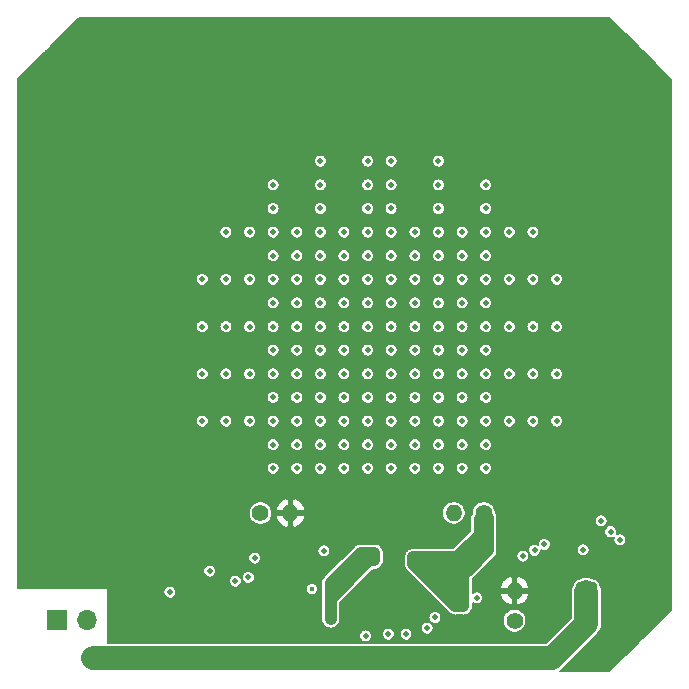
<source format=gbr>
%TF.GenerationSoftware,KiCad,Pcbnew,(5.1.8)-1*%
%TF.CreationDate,2021-09-17T09:19:23+08:00*%
%TF.ProjectId,WirelessPower,57697265-6c65-4737-9350-6f7765722e6b,rev?*%
%TF.SameCoordinates,Original*%
%TF.FileFunction,Copper,L4,Bot*%
%TF.FilePolarity,Positive*%
%FSLAX46Y46*%
G04 Gerber Fmt 4.6, Leading zero omitted, Abs format (unit mm)*
G04 Created by KiCad (PCBNEW (5.1.8)-1) date 2021-09-17 09:19:23*
%MOMM*%
%LPD*%
G01*
G04 APERTURE LIST*
%TA.AperFunction,ComponentPad*%
%ADD10O,1.400000X1.400000*%
%TD*%
%TA.AperFunction,ComponentPad*%
%ADD11C,1.400000*%
%TD*%
%TA.AperFunction,ComponentPad*%
%ADD12O,1.700000X1.700000*%
%TD*%
%TA.AperFunction,ComponentPad*%
%ADD13R,1.700000X1.700000*%
%TD*%
%TA.AperFunction,ViaPad*%
%ADD14C,0.500000*%
%TD*%
%TA.AperFunction,ViaPad*%
%ADD15C,0.450000*%
%TD*%
%TA.AperFunction,Conductor*%
%ADD16C,0.500000*%
%TD*%
%TA.AperFunction,Conductor*%
%ADD17C,2.000000*%
%TD*%
%TA.AperFunction,Conductor*%
%ADD18C,1.000000*%
%TD*%
%TA.AperFunction,Conductor*%
%ADD19C,0.200000*%
%TD*%
%TA.AperFunction,Conductor*%
%ADD20C,0.100000*%
%TD*%
G04 APERTURE END LIST*
D10*
%TO.P,J6,2*%
%TO.N,Net-(C1-Pad1)*%
X168870000Y-112050000D03*
D11*
%TO.P,J6,1*%
%TO.N,Net-(C15-Pad2)*%
X171410000Y-112050000D03*
%TD*%
D10*
%TO.P,TH2,2*%
%TO.N,GND*%
X155030000Y-112060000D03*
D11*
%TO.P,TH2,1*%
%TO.N,Net-(TH2-Pad1)*%
X152490000Y-112060000D03*
%TD*%
D10*
%TO.P,TH1,2*%
%TO.N,GND*%
X174010000Y-118640000D03*
D11*
%TO.P,TH1,1*%
%TO.N,Net-(TH1-Pad1)*%
X174010000Y-121180000D03*
%TD*%
D12*
%TO.P,BAT,2*%
%TO.N,BAT-*%
X137790000Y-121090000D03*
D13*
%TO.P,BAT,1*%
%TO.N,BAT+*%
X135250000Y-121090000D03*
%TD*%
D14*
%TO.N,GND*%
X146130000Y-118430000D03*
D15*
X163440000Y-118280000D03*
D14*
X135570000Y-74270000D03*
D15*
X164040000Y-118280000D03*
X164640000Y-118280000D03*
X163440000Y-118880000D03*
X164040000Y-118880000D03*
X164640000Y-118880000D03*
X163440000Y-119480000D03*
X164040000Y-119480000D03*
X164640000Y-119480000D03*
X163440000Y-120080000D03*
X164040000Y-120080000D03*
X164640000Y-120080000D03*
X163440000Y-120680000D03*
X164040000Y-120680000D03*
X164640000Y-120680000D03*
D14*
X153930000Y-116100000D03*
X147130000Y-118430000D03*
X148130000Y-118430000D03*
X149130000Y-118430000D03*
X146130000Y-119430000D03*
X147130000Y-119430000D03*
X148130000Y-119430000D03*
X149130000Y-119430000D03*
X146130000Y-120430000D03*
X147130000Y-120430000D03*
X148130000Y-120430000D03*
X149130000Y-120430000D03*
X146130000Y-121430000D03*
X147130000Y-121430000D03*
X148130000Y-121430000D03*
X149130000Y-121430000D03*
X147130000Y-122420000D03*
X146130000Y-122420000D03*
X149130000Y-122420000D03*
X148130000Y-122420000D03*
X145110000Y-120430000D03*
X145110000Y-121430000D03*
X145110000Y-122420000D03*
X152970000Y-122540000D03*
X153970000Y-122540000D03*
X154970000Y-122540000D03*
X155970000Y-122540000D03*
X156970000Y-122540000D03*
X157970000Y-122540000D03*
X158970000Y-122540000D03*
X156870000Y-121200000D03*
X156870000Y-120090000D03*
X137570000Y-74270000D03*
X139570000Y-74270000D03*
X141570000Y-74270000D03*
X143570000Y-74270000D03*
X145570000Y-74270000D03*
X147570000Y-74270000D03*
X149570000Y-74270000D03*
X151570000Y-74270000D03*
X153570000Y-74270000D03*
X155570000Y-74270000D03*
X157570000Y-74270000D03*
X159570000Y-74270000D03*
X161570000Y-74270000D03*
X163570000Y-74270000D03*
X165570000Y-74270000D03*
X167570000Y-74270000D03*
X169570000Y-74270000D03*
X171570000Y-74270000D03*
X173570000Y-74270000D03*
X175570000Y-74270000D03*
X177570000Y-74270000D03*
X179570000Y-74270000D03*
X181570000Y-74270000D03*
X183570000Y-74270000D03*
X183570000Y-76270000D03*
X181570000Y-76270000D03*
X179570000Y-76270000D03*
X177570000Y-76270000D03*
X175570000Y-76270000D03*
X173570000Y-76270000D03*
X171570000Y-76270000D03*
X169570000Y-76270000D03*
X167570000Y-76270000D03*
X165570000Y-76270000D03*
X163570000Y-76270000D03*
X161570000Y-76270000D03*
X159570000Y-76270000D03*
X157570000Y-76270000D03*
X155570000Y-76270000D03*
X153570000Y-76270000D03*
X151570000Y-76270000D03*
X149570000Y-76270000D03*
X147570000Y-76270000D03*
X145570000Y-76270000D03*
X143570000Y-76270000D03*
X141570000Y-76270000D03*
X139570000Y-76270000D03*
X137570000Y-76270000D03*
X135570000Y-76270000D03*
X135570000Y-78270000D03*
X137570000Y-78270000D03*
X139570000Y-78270000D03*
X141570000Y-78270000D03*
X143570000Y-78270000D03*
X145570000Y-78270000D03*
X147570000Y-78270000D03*
X149570000Y-78270000D03*
X151570000Y-78270000D03*
X153570000Y-78270000D03*
X155570000Y-78270000D03*
X157570000Y-78270000D03*
X159570000Y-78270000D03*
X161570000Y-78270000D03*
X163570000Y-78270000D03*
X165570000Y-78270000D03*
X167570000Y-78270000D03*
X169570000Y-78270000D03*
X171570000Y-78270000D03*
X173570000Y-78270000D03*
X175570000Y-78270000D03*
X177570000Y-78270000D03*
X179570000Y-78270000D03*
X181570000Y-78270000D03*
X183570000Y-78270000D03*
X183570000Y-80270000D03*
X181570000Y-80270000D03*
X179570000Y-80270000D03*
X177570000Y-80270000D03*
X175570000Y-80270000D03*
X173570000Y-80270000D03*
X171570000Y-80270000D03*
X169570000Y-80270000D03*
X167570000Y-80270000D03*
X165570000Y-80270000D03*
X163570000Y-80270000D03*
X161570000Y-80270000D03*
X159570000Y-80270000D03*
X157570000Y-80270000D03*
X155570000Y-80270000D03*
X153570000Y-80270000D03*
X151570000Y-80270000D03*
X149570000Y-80270000D03*
X147570000Y-80270000D03*
X145570000Y-80270000D03*
X143570000Y-80270000D03*
X141570000Y-80270000D03*
X139570000Y-80270000D03*
X137570000Y-80270000D03*
X135570000Y-80270000D03*
X135570000Y-82270000D03*
X137570000Y-82270000D03*
X139570000Y-82270000D03*
X141570000Y-82270000D03*
X143570000Y-82270000D03*
X145570000Y-82270000D03*
X147570000Y-82270000D03*
X149570000Y-82270000D03*
X151570000Y-82270000D03*
X153570000Y-82270000D03*
X155570000Y-82270000D03*
X159570000Y-82270000D03*
X165570000Y-82270000D03*
X169570000Y-82270000D03*
X171570000Y-82270000D03*
X173570000Y-82270000D03*
X175570000Y-82270000D03*
X177570000Y-82270000D03*
X179570000Y-82270000D03*
X181570000Y-82270000D03*
X183570000Y-82270000D03*
X183570000Y-84270000D03*
X181570000Y-84270000D03*
X179570000Y-84270000D03*
X177570000Y-84270000D03*
X175570000Y-84270000D03*
X173570000Y-84270000D03*
X169570000Y-84270000D03*
X165570000Y-84270000D03*
X159570000Y-84270000D03*
X155570000Y-84270000D03*
X151570000Y-84270000D03*
X149570000Y-84270000D03*
X147570000Y-84270000D03*
X145570000Y-84270000D03*
X143570000Y-84270000D03*
X141570000Y-84270000D03*
X139570000Y-84270000D03*
X137570000Y-84270000D03*
X135570000Y-84270000D03*
X135570000Y-86270000D03*
X137570000Y-86270000D03*
X139570000Y-86270000D03*
X141570000Y-86270000D03*
X143570000Y-86270000D03*
X145570000Y-86270000D03*
X147570000Y-86270000D03*
X149570000Y-86270000D03*
X151570000Y-86270000D03*
X155570000Y-86270000D03*
X159570000Y-86270000D03*
X165570000Y-86270000D03*
X169570000Y-86270000D03*
X173570000Y-86270000D03*
X175570000Y-86270000D03*
X177570000Y-86270000D03*
X179570000Y-86270000D03*
X181570000Y-86270000D03*
X183570000Y-86270000D03*
X183570000Y-88270000D03*
X181570000Y-88270000D03*
X179570000Y-88270000D03*
X177570000Y-88270000D03*
X147570000Y-88270000D03*
X145570000Y-88270000D03*
X143570000Y-88270000D03*
X141570000Y-88270000D03*
X139570000Y-88270000D03*
X137570000Y-88270000D03*
X135570000Y-88270000D03*
X135570000Y-90270000D03*
X137570000Y-90270000D03*
X139570000Y-90270000D03*
X141570000Y-90270000D03*
X143570000Y-90270000D03*
X145570000Y-90270000D03*
X147570000Y-90270000D03*
X149570000Y-90270000D03*
X151570000Y-90270000D03*
X173570000Y-90270000D03*
X175570000Y-90270000D03*
X177570000Y-90270000D03*
X179570000Y-90270000D03*
X181570000Y-90270000D03*
X183570000Y-90270000D03*
X183570000Y-92270000D03*
X181570000Y-92270000D03*
X179570000Y-92270000D03*
X145570000Y-92270000D03*
X143570000Y-92270000D03*
X141570000Y-92270000D03*
X139570000Y-92270000D03*
X137570000Y-92270000D03*
X135570000Y-92270000D03*
X135570000Y-94270000D03*
X137570000Y-94270000D03*
X139570000Y-94270000D03*
X141570000Y-94270000D03*
X143570000Y-94270000D03*
X145570000Y-94270000D03*
X147570000Y-94270000D03*
X149570000Y-94270000D03*
X151570000Y-94270000D03*
X173570000Y-94270000D03*
X175570000Y-94270000D03*
X177570000Y-94270000D03*
X179570000Y-94270000D03*
X181570000Y-94270000D03*
X183570000Y-94270000D03*
X183570000Y-96270000D03*
X181570000Y-96270000D03*
X179570000Y-96270000D03*
X145570000Y-96270000D03*
X143570000Y-96270000D03*
X141570000Y-96270000D03*
X139570000Y-96270000D03*
X137570000Y-96270000D03*
X135570000Y-96270000D03*
X135570000Y-98270000D03*
X137570000Y-98270000D03*
X139570000Y-98270000D03*
X141570000Y-98270000D03*
X143570000Y-98270000D03*
X145570000Y-98270000D03*
X147570000Y-98270000D03*
X149570000Y-98270000D03*
X151570000Y-98270000D03*
X173570000Y-98270000D03*
X175570000Y-98270000D03*
X177570000Y-98270000D03*
X179570000Y-98270000D03*
X181570000Y-98270000D03*
X183570000Y-98270000D03*
X183570000Y-100270000D03*
X181570000Y-100270000D03*
X179570000Y-100270000D03*
X145570000Y-100270000D03*
X143570000Y-100270000D03*
X141570000Y-100270000D03*
X139570000Y-100270000D03*
X137570000Y-100270000D03*
X135570000Y-100270000D03*
X135570000Y-102270000D03*
X137570000Y-102270000D03*
X139570000Y-102270000D03*
X141570000Y-102270000D03*
X143570000Y-102270000D03*
X145570000Y-102270000D03*
X147570000Y-102270000D03*
X149570000Y-102270000D03*
X151570000Y-102270000D03*
X173570000Y-102270000D03*
X175570000Y-102270000D03*
X177570000Y-102270000D03*
X179570000Y-102270000D03*
X181570000Y-102270000D03*
X183570000Y-102270000D03*
X183570000Y-104270000D03*
X181570000Y-104270000D03*
X179570000Y-104270000D03*
X145570000Y-104270000D03*
X143570000Y-104270000D03*
X141570000Y-104270000D03*
X139570000Y-104270000D03*
X137570000Y-104270000D03*
X135570000Y-104270000D03*
X135570000Y-106270000D03*
X137570000Y-106270000D03*
X139570000Y-106270000D03*
X141570000Y-106270000D03*
X143570000Y-106270000D03*
X145570000Y-106270000D03*
X147570000Y-106270000D03*
X149570000Y-106270000D03*
X151570000Y-106270000D03*
X173570000Y-106270000D03*
X175570000Y-106270000D03*
X177570000Y-106270000D03*
X179570000Y-106270000D03*
X181570000Y-106270000D03*
X183570000Y-106270000D03*
X183570000Y-108270000D03*
X181570000Y-108270000D03*
X179570000Y-108270000D03*
X177570000Y-108270000D03*
X175570000Y-108270000D03*
X173570000Y-108270000D03*
X151570000Y-108270000D03*
X149570000Y-108270000D03*
X147570000Y-108270000D03*
X145570000Y-108270000D03*
X143570000Y-108270000D03*
X141570000Y-108270000D03*
X139570000Y-108270000D03*
X137570000Y-108270000D03*
X135570000Y-108270000D03*
X153930000Y-117010000D03*
X153610000Y-116560000D03*
%TO.N,BAT+*%
X138660000Y-124720000D03*
X140036250Y-124720000D03*
X141412500Y-124720000D03*
X142788750Y-124720000D03*
X144165000Y-124720000D03*
X145541250Y-124720000D03*
X146917500Y-124720000D03*
X148293750Y-124720000D03*
X149670000Y-124690000D03*
D15*
X179500000Y-118160000D03*
D14*
X144825000Y-124020000D03*
X147577500Y-124020000D03*
X150330000Y-123990000D03*
X148953750Y-124020000D03*
X146201250Y-124020000D03*
X142072500Y-124020000D03*
X139320000Y-124020000D03*
X143448750Y-124020000D03*
X140696250Y-124020000D03*
D15*
X180100000Y-118160000D03*
X180700000Y-118160000D03*
X179500000Y-118760000D03*
X180100000Y-118760000D03*
X180700000Y-118760000D03*
X179500000Y-119360000D03*
X180100000Y-119360000D03*
X180700000Y-119360000D03*
D14*
X137990000Y-124000000D03*
%TO.N,Net-(C1-Pad2)*%
X158450000Y-119910000D03*
X158450000Y-121040000D03*
X160960000Y-115460000D03*
X158450000Y-120475000D03*
X161550000Y-115460000D03*
X162140000Y-115460000D03*
X161550000Y-116050000D03*
X162140000Y-116050000D03*
%TO.N,Net-(C1-Pad1)*%
X157570000Y-82270000D03*
X161570000Y-82270000D03*
X163570000Y-82270000D03*
X167570000Y-82270000D03*
X171570000Y-84270000D03*
X167570000Y-84270000D03*
X163570000Y-84270000D03*
X161570000Y-84270000D03*
X157570000Y-84270000D03*
X153570000Y-84270000D03*
X153570000Y-86270000D03*
X157570000Y-86270000D03*
X161570000Y-86270000D03*
X163570000Y-86270000D03*
X167570000Y-86270000D03*
X171570000Y-86270000D03*
X175570000Y-88270000D03*
X173570000Y-88270000D03*
X171570000Y-88270000D03*
X169570000Y-88270000D03*
X167570000Y-88270000D03*
X165570000Y-88270000D03*
X163570000Y-88270000D03*
X161570000Y-88270000D03*
X159570000Y-88270000D03*
X157570000Y-88270000D03*
X155570000Y-88270000D03*
X153570000Y-88270000D03*
X151570000Y-88270000D03*
X149570000Y-88270000D03*
X153570000Y-90270000D03*
X155570000Y-90270000D03*
X159570000Y-90270000D03*
X165570000Y-90270000D03*
X169570000Y-90270000D03*
X171570000Y-90270000D03*
X177570000Y-92270000D03*
X175570000Y-92270000D03*
X173570000Y-92270000D03*
X171570000Y-92270000D03*
X169570000Y-92270000D03*
X165570000Y-92270000D03*
X159570000Y-92270000D03*
X155570000Y-92270000D03*
X153570000Y-92270000D03*
X151570000Y-92270000D03*
X149570000Y-92270000D03*
X147570000Y-92270000D03*
X177570000Y-96270000D03*
X175570000Y-96270000D03*
X173570000Y-96270000D03*
X171570000Y-96270000D03*
X169570000Y-96270000D03*
X155570000Y-96270000D03*
X153570000Y-96270000D03*
X151570000Y-96270000D03*
X149570000Y-96270000D03*
X147570000Y-96270000D03*
X177570000Y-100270000D03*
X175570000Y-100270000D03*
X173570000Y-100270000D03*
X171570000Y-100270000D03*
X169570000Y-100270000D03*
X155570000Y-100270000D03*
X153570000Y-100270000D03*
X151570000Y-100270000D03*
X149570000Y-100270000D03*
X147570000Y-100270000D03*
X177570000Y-104270000D03*
X175570000Y-104270000D03*
X173570000Y-104270000D03*
X171570000Y-104270000D03*
X169570000Y-104270000D03*
X155570000Y-104270000D03*
X153570000Y-104270000D03*
X151570000Y-104270000D03*
X149570000Y-104270000D03*
X147570000Y-104270000D03*
X171570000Y-108270000D03*
X169570000Y-108270000D03*
X155570000Y-108270000D03*
X153570000Y-108270000D03*
X157570000Y-90270000D03*
X161570000Y-90270000D03*
X163570000Y-90270000D03*
X167570000Y-90270000D03*
X167570000Y-92270000D03*
X163570000Y-92270000D03*
X161570000Y-92270000D03*
X157570000Y-92270000D03*
X153570000Y-94270000D03*
X155570000Y-94270000D03*
X157570000Y-94270000D03*
X159570000Y-94270000D03*
X161570000Y-94270000D03*
X163570000Y-94270000D03*
X165570000Y-94270000D03*
X167570000Y-94270000D03*
X169570000Y-94270000D03*
X171570000Y-94270000D03*
X167570000Y-96270000D03*
X165570000Y-96270000D03*
X163570000Y-96270000D03*
X161570000Y-96270000D03*
X159570000Y-96270000D03*
X157570000Y-96270000D03*
X153570000Y-98270000D03*
X155570000Y-98270000D03*
X157570000Y-98270000D03*
X159570000Y-98270000D03*
X161570000Y-98270000D03*
X163570000Y-98270000D03*
X165570000Y-98270000D03*
X167570000Y-98270000D03*
X169570000Y-98270000D03*
X171570000Y-98270000D03*
X167570000Y-100270000D03*
X165570000Y-100270000D03*
X163570000Y-100270000D03*
X161570000Y-100270000D03*
X159570000Y-100270000D03*
X157570000Y-100270000D03*
X153570000Y-102270000D03*
X155570000Y-102270000D03*
X157570000Y-102270000D03*
X159570000Y-102270000D03*
X161570000Y-102270000D03*
X163570000Y-102270000D03*
X165570000Y-102270000D03*
X167570000Y-102270000D03*
X169570000Y-102270000D03*
X171570000Y-102270000D03*
X167570000Y-104270000D03*
X165570000Y-104270000D03*
X163570000Y-104270000D03*
X161570000Y-104270000D03*
X159570000Y-104270000D03*
X157570000Y-104270000D03*
X153570000Y-106270000D03*
X155570000Y-106270000D03*
X157570000Y-106270000D03*
X159570000Y-106270000D03*
X161570000Y-106270000D03*
X163570000Y-106270000D03*
X165570000Y-106270000D03*
X167570000Y-106270000D03*
X169570000Y-106270000D03*
X171570000Y-106270000D03*
X167570000Y-108270000D03*
X165570000Y-108270000D03*
X163570000Y-108270000D03*
X161570000Y-108270000D03*
X159570000Y-108270000D03*
X157570000Y-108270000D03*
%TO.N,Net-(R1-Pad1)*%
X170800000Y-119240000D03*
X167260000Y-120900000D03*
%TO.N,BAT_ISET*%
X152010000Y-115870000D03*
X176540000Y-114710000D03*
%TO.N,Net-(TH1-Pad1)*%
X166600000Y-121810000D03*
%TO.N,Net-(TH2-Pad1)*%
X151469993Y-117510007D03*
%TO.N,Net-(U1-Pad2)*%
X148200000Y-116970000D03*
X144830000Y-118760000D03*
D15*
%TO.N,REG_power*%
X156860000Y-118500000D03*
D14*
X179820000Y-115170000D03*
%TO.N,REG_EN2*%
X164820000Y-122310000D03*
X181350000Y-112710000D03*
%TO.N,REG_EN1*%
X163320000Y-122310000D03*
X182140000Y-113640000D03*
%TO.N,REG_CHG*%
X161400000Y-122460000D03*
X182920000Y-114330000D03*
%TO.N,BAT_PG*%
X157860000Y-115250000D03*
X175700000Y-115210000D03*
%TO.N,BAT_CHG*%
X150370000Y-117820000D03*
X174710000Y-115710000D03*
%TO.N,Net-(C15-Pad2)*%
X165990000Y-116370000D03*
X169680000Y-118520000D03*
X169680000Y-119940000D03*
X165440000Y-116370000D03*
X165990000Y-115820000D03*
X165440000Y-115820000D03*
X169680000Y-119230000D03*
%TD*%
D16*
%TO.N,BAT+*%
X179500000Y-118160000D02*
X179500000Y-119360000D01*
X179500000Y-119360000D02*
X180700000Y-119360000D01*
X180700000Y-119360000D02*
X180700000Y-118160000D01*
X180700000Y-118160000D02*
X179500000Y-118160000D01*
X180100000Y-118160000D02*
X180100000Y-119360000D01*
X180700000Y-118760000D02*
X179500000Y-118760000D01*
X180440000Y-119460000D02*
X180440000Y-118260000D01*
X179810000Y-119510000D02*
X179810000Y-118310000D01*
X180700000Y-120080000D02*
X180700000Y-118880000D01*
D17*
X180100000Y-121440000D02*
X180100000Y-118760000D01*
X177210000Y-124330000D02*
X180100000Y-121440000D01*
X138290000Y-124330000D02*
X177210000Y-124330000D01*
D18*
%TO.N,Net-(C1-Pad2)*%
X162140000Y-115460000D02*
X162140000Y-116050000D01*
X160980000Y-115460000D02*
X162140000Y-115460000D01*
X158450000Y-117990000D02*
X160980000Y-115460000D01*
X158450000Y-121040000D02*
X158450000Y-117990000D01*
X158450000Y-119320000D02*
X158450000Y-121040000D01*
X161720000Y-116050000D02*
X158450000Y-119320000D01*
X162140000Y-116050000D02*
X161720000Y-116050000D01*
%TO.N,Net-(C15-Pad2)*%
X169010000Y-119930000D02*
X165440000Y-116360000D01*
X169680000Y-119930000D02*
X169010000Y-119930000D01*
X165440000Y-115810000D02*
X165440000Y-116360000D01*
X169590000Y-117380000D02*
X171320000Y-115650000D01*
X169680000Y-119930000D02*
X169680000Y-117220000D01*
X171410000Y-115490000D02*
X171410000Y-112040000D01*
X165440000Y-116360000D02*
X168220000Y-119140000D01*
X169120000Y-119380000D02*
X169120000Y-116670000D01*
X168310000Y-118910000D02*
X168310000Y-116200000D01*
X171050000Y-112550000D02*
X171050000Y-114060000D01*
X171106259Y-114773741D02*
X169190000Y-116690000D01*
X166693741Y-116343741D02*
X168610000Y-118260000D01*
X170030000Y-116940000D02*
X171760000Y-115210000D01*
X171410000Y-113550000D02*
X169150000Y-115810000D01*
X169150000Y-115810000D02*
X165440000Y-115810000D01*
X169790000Y-116620000D02*
X166080000Y-116620000D01*
X171760000Y-113680000D02*
X171760000Y-115190000D01*
X171760000Y-112470000D02*
X171760000Y-113980000D01*
%TD*%
D19*
%TO.N,GND*%
X184358424Y-72426805D02*
X184369336Y-72453149D01*
X184522549Y-72682448D01*
X184717552Y-72877451D01*
X184946851Y-73030664D01*
X184973195Y-73041576D01*
X187285000Y-75353381D01*
X187285002Y-120227945D01*
X184975462Y-122537485D01*
X184946851Y-122549336D01*
X184717552Y-122702549D01*
X184522549Y-122897552D01*
X184369336Y-123126851D01*
X184357485Y-123155462D01*
X182047947Y-125465000D01*
X177844326Y-125465000D01*
X177935736Y-125416140D01*
X178133687Y-125253687D01*
X178174403Y-125204074D01*
X180974080Y-122404398D01*
X181023687Y-122363687D01*
X181186140Y-122165736D01*
X181306855Y-121939896D01*
X181381190Y-121694845D01*
X181400000Y-121503864D01*
X181400000Y-121503862D01*
X181406290Y-121440001D01*
X181400000Y-121376140D01*
X181400000Y-118696136D01*
X181381190Y-118505155D01*
X181306855Y-118260104D01*
X181252506Y-118158425D01*
X181242042Y-118052181D01*
X181210592Y-117948506D01*
X181159521Y-117852958D01*
X181090790Y-117769210D01*
X181007042Y-117700479D01*
X180911494Y-117649408D01*
X180807819Y-117617958D01*
X180727018Y-117610000D01*
X180701575Y-117607494D01*
X180599896Y-117553145D01*
X180354845Y-117478810D01*
X180100000Y-117453710D01*
X179845156Y-117478810D01*
X179600105Y-117553145D01*
X179498426Y-117607494D01*
X179472982Y-117610000D01*
X179392181Y-117617958D01*
X179288506Y-117649408D01*
X179192958Y-117700479D01*
X179109210Y-117769210D01*
X179040479Y-117852958D01*
X178989408Y-117948506D01*
X178957958Y-118052181D01*
X178947494Y-118158427D01*
X178893146Y-118260104D01*
X178818811Y-118505155D01*
X178800001Y-118696136D01*
X178800000Y-120901522D01*
X176671523Y-123030000D01*
X139569970Y-123030000D01*
X139572711Y-122405830D01*
X160850000Y-122405830D01*
X160850000Y-122514170D01*
X160871136Y-122620429D01*
X160912597Y-122720523D01*
X160972787Y-122810604D01*
X161049396Y-122887213D01*
X161139477Y-122947403D01*
X161239571Y-122988864D01*
X161345830Y-123010000D01*
X161454170Y-123010000D01*
X161560429Y-122988864D01*
X161660523Y-122947403D01*
X161750604Y-122887213D01*
X161827213Y-122810604D01*
X161887403Y-122720523D01*
X161928864Y-122620429D01*
X161950000Y-122514170D01*
X161950000Y-122405830D01*
X161928864Y-122299571D01*
X161910746Y-122255830D01*
X162770000Y-122255830D01*
X162770000Y-122364170D01*
X162791136Y-122470429D01*
X162832597Y-122570523D01*
X162892787Y-122660604D01*
X162969396Y-122737213D01*
X163059477Y-122797403D01*
X163159571Y-122838864D01*
X163265830Y-122860000D01*
X163374170Y-122860000D01*
X163480429Y-122838864D01*
X163580523Y-122797403D01*
X163670604Y-122737213D01*
X163747213Y-122660604D01*
X163807403Y-122570523D01*
X163848864Y-122470429D01*
X163870000Y-122364170D01*
X163870000Y-122255830D01*
X164270000Y-122255830D01*
X164270000Y-122364170D01*
X164291136Y-122470429D01*
X164332597Y-122570523D01*
X164392787Y-122660604D01*
X164469396Y-122737213D01*
X164559477Y-122797403D01*
X164659571Y-122838864D01*
X164765830Y-122860000D01*
X164874170Y-122860000D01*
X164980429Y-122838864D01*
X165080523Y-122797403D01*
X165170604Y-122737213D01*
X165247213Y-122660604D01*
X165307403Y-122570523D01*
X165348864Y-122470429D01*
X165370000Y-122364170D01*
X165370000Y-122255830D01*
X165348864Y-122149571D01*
X165307403Y-122049477D01*
X165247213Y-121959396D01*
X165170604Y-121882787D01*
X165080523Y-121822597D01*
X164980429Y-121781136D01*
X164874170Y-121760000D01*
X164765830Y-121760000D01*
X164659571Y-121781136D01*
X164559477Y-121822597D01*
X164469396Y-121882787D01*
X164392787Y-121959396D01*
X164332597Y-122049477D01*
X164291136Y-122149571D01*
X164270000Y-122255830D01*
X163870000Y-122255830D01*
X163848864Y-122149571D01*
X163807403Y-122049477D01*
X163747213Y-121959396D01*
X163670604Y-121882787D01*
X163580523Y-121822597D01*
X163480429Y-121781136D01*
X163374170Y-121760000D01*
X163265830Y-121760000D01*
X163159571Y-121781136D01*
X163059477Y-121822597D01*
X162969396Y-121882787D01*
X162892787Y-121959396D01*
X162832597Y-122049477D01*
X162791136Y-122149571D01*
X162770000Y-122255830D01*
X161910746Y-122255830D01*
X161887403Y-122199477D01*
X161827213Y-122109396D01*
X161750604Y-122032787D01*
X161660523Y-121972597D01*
X161560429Y-121931136D01*
X161454170Y-121910000D01*
X161345830Y-121910000D01*
X161239571Y-121931136D01*
X161139477Y-121972597D01*
X161049396Y-122032787D01*
X160972787Y-122109396D01*
X160912597Y-122199477D01*
X160871136Y-122299571D01*
X160850000Y-122405830D01*
X139572711Y-122405830D01*
X139588964Y-118705830D01*
X144280000Y-118705830D01*
X144280000Y-118814170D01*
X144301136Y-118920429D01*
X144342597Y-119020523D01*
X144402787Y-119110604D01*
X144479396Y-119187213D01*
X144569477Y-119247403D01*
X144669571Y-119288864D01*
X144775830Y-119310000D01*
X144884170Y-119310000D01*
X144990429Y-119288864D01*
X145090523Y-119247403D01*
X145180604Y-119187213D01*
X145257213Y-119110604D01*
X145317403Y-119020523D01*
X145358864Y-118920429D01*
X145380000Y-118814170D01*
X145380000Y-118705830D01*
X145358864Y-118599571D01*
X145317403Y-118499477D01*
X145283203Y-118448292D01*
X156335000Y-118448292D01*
X156335000Y-118551708D01*
X156355176Y-118653137D01*
X156394751Y-118748681D01*
X156452206Y-118834668D01*
X156525332Y-118907794D01*
X156611319Y-118965249D01*
X156706863Y-119004824D01*
X156808292Y-119025000D01*
X156911708Y-119025000D01*
X157013137Y-119004824D01*
X157108681Y-118965249D01*
X157194668Y-118907794D01*
X157267794Y-118834668D01*
X157325249Y-118748681D01*
X157364824Y-118653137D01*
X157385000Y-118551708D01*
X157385000Y-118448292D01*
X157364824Y-118346863D01*
X157325249Y-118251319D01*
X157267794Y-118165332D01*
X157194668Y-118092206D01*
X157108681Y-118034751D01*
X157013137Y-117995176D01*
X156987117Y-117990000D01*
X157646130Y-117990000D01*
X157650001Y-118029300D01*
X157650001Y-119280702D01*
X157650000Y-119280707D01*
X157646130Y-119320000D01*
X157650000Y-119359291D01*
X157650000Y-121079292D01*
X157661576Y-121196826D01*
X157707321Y-121347627D01*
X157781607Y-121486605D01*
X157881578Y-121608422D01*
X158003394Y-121708393D01*
X158142372Y-121782679D01*
X158293173Y-121828424D01*
X158450000Y-121843870D01*
X158606827Y-121828424D01*
X158757628Y-121782679D01*
X158807858Y-121755830D01*
X166050000Y-121755830D01*
X166050000Y-121864170D01*
X166071136Y-121970429D01*
X166112597Y-122070523D01*
X166172787Y-122160604D01*
X166249396Y-122237213D01*
X166339477Y-122297403D01*
X166439571Y-122338864D01*
X166545830Y-122360000D01*
X166654170Y-122360000D01*
X166760429Y-122338864D01*
X166860523Y-122297403D01*
X166950604Y-122237213D01*
X167027213Y-122160604D01*
X167087403Y-122070523D01*
X167128864Y-121970429D01*
X167150000Y-121864170D01*
X167150000Y-121755830D01*
X167128864Y-121649571D01*
X167087403Y-121549477D01*
X167027213Y-121459396D01*
X166950604Y-121382787D01*
X166860523Y-121322597D01*
X166760429Y-121281136D01*
X166654170Y-121260000D01*
X166545830Y-121260000D01*
X166439571Y-121281136D01*
X166339477Y-121322597D01*
X166249396Y-121382787D01*
X166172787Y-121459396D01*
X166112597Y-121549477D01*
X166071136Y-121649571D01*
X166050000Y-121755830D01*
X158807858Y-121755830D01*
X158896606Y-121708393D01*
X159018422Y-121608422D01*
X159118393Y-121486606D01*
X159192679Y-121347628D01*
X159238424Y-121196827D01*
X159250000Y-121079293D01*
X159250000Y-120845830D01*
X166710000Y-120845830D01*
X166710000Y-120954170D01*
X166731136Y-121060429D01*
X166772597Y-121160523D01*
X166832787Y-121250604D01*
X166909396Y-121327213D01*
X166999477Y-121387403D01*
X167099571Y-121428864D01*
X167205830Y-121450000D01*
X167314170Y-121450000D01*
X167420429Y-121428864D01*
X167520523Y-121387403D01*
X167610604Y-121327213D01*
X167687213Y-121250604D01*
X167747403Y-121160523D01*
X167780132Y-121081509D01*
X173010000Y-121081509D01*
X173010000Y-121278491D01*
X173048429Y-121471689D01*
X173123811Y-121653678D01*
X173233249Y-121817463D01*
X173372537Y-121956751D01*
X173536322Y-122066189D01*
X173718311Y-122141571D01*
X173911509Y-122180000D01*
X174108491Y-122180000D01*
X174301689Y-122141571D01*
X174483678Y-122066189D01*
X174647463Y-121956751D01*
X174786751Y-121817463D01*
X174896189Y-121653678D01*
X174971571Y-121471689D01*
X175010000Y-121278491D01*
X175010000Y-121081509D01*
X174971571Y-120888311D01*
X174896189Y-120706322D01*
X174786751Y-120542537D01*
X174647463Y-120403249D01*
X174483678Y-120293811D01*
X174301689Y-120218429D01*
X174108491Y-120180000D01*
X173911509Y-120180000D01*
X173718311Y-120218429D01*
X173536322Y-120293811D01*
X173372537Y-120403249D01*
X173233249Y-120542537D01*
X173123811Y-120706322D01*
X173048429Y-120888311D01*
X173010000Y-121081509D01*
X167780132Y-121081509D01*
X167788864Y-121060429D01*
X167810000Y-120954170D01*
X167810000Y-120845830D01*
X167788864Y-120739571D01*
X167747403Y-120639477D01*
X167687213Y-120549396D01*
X167610604Y-120472787D01*
X167520523Y-120412597D01*
X167420429Y-120371136D01*
X167314170Y-120350000D01*
X167205830Y-120350000D01*
X167099571Y-120371136D01*
X166999477Y-120412597D01*
X166909396Y-120472787D01*
X166832787Y-120549396D01*
X166772597Y-120639477D01*
X166731136Y-120739571D01*
X166710000Y-120845830D01*
X159250000Y-120845830D01*
X159250000Y-119651370D01*
X162051371Y-116850000D01*
X162100707Y-116850000D01*
X162140000Y-116853870D01*
X162179293Y-116850000D01*
X162296827Y-116838424D01*
X162447628Y-116792679D01*
X162586606Y-116718393D01*
X162708422Y-116618422D01*
X162808393Y-116496606D01*
X162882679Y-116357628D01*
X162928424Y-116206827D01*
X162943870Y-116050000D01*
X162940000Y-116010707D01*
X162940000Y-115810000D01*
X164636130Y-115810000D01*
X164640000Y-115849293D01*
X164640000Y-116320709D01*
X164636130Y-116360000D01*
X164640000Y-116399291D01*
X164640000Y-116399293D01*
X164651576Y-116516827D01*
X164697321Y-116667628D01*
X164719690Y-116709477D01*
X164771607Y-116806606D01*
X164833188Y-116881642D01*
X164871579Y-116928422D01*
X164902098Y-116953468D01*
X168416531Y-120467902D01*
X168441578Y-120498422D01*
X168472098Y-120523469D01*
X168563393Y-120598393D01*
X168590323Y-120612787D01*
X168702372Y-120672679D01*
X168853173Y-120718424D01*
X168970707Y-120730000D01*
X168970716Y-120730000D01*
X169009999Y-120733869D01*
X169049282Y-120730000D01*
X169640707Y-120730000D01*
X169680000Y-120733870D01*
X169719293Y-120730000D01*
X169836827Y-120718424D01*
X169987628Y-120672679D01*
X170126606Y-120598393D01*
X170248422Y-120498422D01*
X170348393Y-120376606D01*
X170422679Y-120237628D01*
X170468424Y-120086827D01*
X170483870Y-119930000D01*
X170480000Y-119890707D01*
X170480000Y-119687662D01*
X170539477Y-119727403D01*
X170639571Y-119768864D01*
X170745830Y-119790000D01*
X170854170Y-119790000D01*
X170960429Y-119768864D01*
X171060523Y-119727403D01*
X171150604Y-119667213D01*
X171227213Y-119590604D01*
X171287403Y-119500523D01*
X171328864Y-119400429D01*
X171350000Y-119294170D01*
X171350000Y-119185830D01*
X171328864Y-119079571D01*
X171293957Y-118995298D01*
X172751174Y-118995298D01*
X172844677Y-119234056D01*
X172982963Y-119449985D01*
X173160717Y-119634786D01*
X173371109Y-119781358D01*
X173606053Y-119884069D01*
X173654703Y-119898820D01*
X173856000Y-119785696D01*
X173856000Y-118794000D01*
X174164000Y-118794000D01*
X174164000Y-119785696D01*
X174365297Y-119898820D01*
X174413947Y-119884069D01*
X174648891Y-119781358D01*
X174859283Y-119634786D01*
X175037037Y-119449985D01*
X175175323Y-119234056D01*
X175268826Y-118995298D01*
X175156909Y-118794000D01*
X174164000Y-118794000D01*
X173856000Y-118794000D01*
X172863091Y-118794000D01*
X172751174Y-118995298D01*
X171293957Y-118995298D01*
X171287403Y-118979477D01*
X171227213Y-118889396D01*
X171150604Y-118812787D01*
X171060523Y-118752597D01*
X170960429Y-118711136D01*
X170854170Y-118690000D01*
X170745830Y-118690000D01*
X170639571Y-118711136D01*
X170539477Y-118752597D01*
X170480000Y-118792338D01*
X170480000Y-118284702D01*
X172751174Y-118284702D01*
X172863091Y-118486000D01*
X173856000Y-118486000D01*
X173856000Y-117494304D01*
X174164000Y-117494304D01*
X174164000Y-118486000D01*
X175156909Y-118486000D01*
X175268826Y-118284702D01*
X175175323Y-118045944D01*
X175037037Y-117830015D01*
X174859283Y-117645214D01*
X174648891Y-117498642D01*
X174413947Y-117395931D01*
X174365297Y-117381180D01*
X174164000Y-117494304D01*
X173856000Y-117494304D01*
X173654703Y-117381180D01*
X173606053Y-117395931D01*
X173371109Y-117498642D01*
X173160717Y-117645214D01*
X172982963Y-117830015D01*
X172844677Y-118045944D01*
X172751174Y-118284702D01*
X170480000Y-118284702D01*
X170480000Y-117621370D01*
X171913469Y-116187902D01*
X172353469Y-115747902D01*
X172428393Y-115656607D01*
X172428808Y-115655830D01*
X174160000Y-115655830D01*
X174160000Y-115764170D01*
X174181136Y-115870429D01*
X174222597Y-115970523D01*
X174282787Y-116060604D01*
X174359396Y-116137213D01*
X174449477Y-116197403D01*
X174549571Y-116238864D01*
X174655830Y-116260000D01*
X174764170Y-116260000D01*
X174870429Y-116238864D01*
X174970523Y-116197403D01*
X175060604Y-116137213D01*
X175137213Y-116060604D01*
X175197403Y-115970523D01*
X175238864Y-115870429D01*
X175260000Y-115764170D01*
X175260000Y-115655830D01*
X175238864Y-115549571D01*
X175197403Y-115449477D01*
X175137213Y-115359396D01*
X175060604Y-115282787D01*
X174970523Y-115222597D01*
X174870429Y-115181136D01*
X174764170Y-115160000D01*
X174655830Y-115160000D01*
X174549571Y-115181136D01*
X174449477Y-115222597D01*
X174359396Y-115282787D01*
X174282787Y-115359396D01*
X174222597Y-115449477D01*
X174181136Y-115549571D01*
X174160000Y-115655830D01*
X172428808Y-115655830D01*
X172502678Y-115517628D01*
X172548423Y-115366828D01*
X172563869Y-115210001D01*
X172560000Y-115170718D01*
X172560000Y-115155830D01*
X175150000Y-115155830D01*
X175150000Y-115264170D01*
X175171136Y-115370429D01*
X175212597Y-115470523D01*
X175272787Y-115560604D01*
X175349396Y-115637213D01*
X175439477Y-115697403D01*
X175539571Y-115738864D01*
X175645830Y-115760000D01*
X175754170Y-115760000D01*
X175860429Y-115738864D01*
X175960523Y-115697403D01*
X176050604Y-115637213D01*
X176127213Y-115560604D01*
X176187403Y-115470523D01*
X176228864Y-115370429D01*
X176250000Y-115264170D01*
X176250000Y-115177707D01*
X176279477Y-115197403D01*
X176379571Y-115238864D01*
X176485830Y-115260000D01*
X176594170Y-115260000D01*
X176700429Y-115238864D01*
X176800523Y-115197403D01*
X176890604Y-115137213D01*
X176911987Y-115115830D01*
X179270000Y-115115830D01*
X179270000Y-115224170D01*
X179291136Y-115330429D01*
X179332597Y-115430523D01*
X179392787Y-115520604D01*
X179469396Y-115597213D01*
X179559477Y-115657403D01*
X179659571Y-115698864D01*
X179765830Y-115720000D01*
X179874170Y-115720000D01*
X179980429Y-115698864D01*
X180080523Y-115657403D01*
X180170604Y-115597213D01*
X180247213Y-115520604D01*
X180307403Y-115430523D01*
X180348864Y-115330429D01*
X180370000Y-115224170D01*
X180370000Y-115115830D01*
X180348864Y-115009571D01*
X180307403Y-114909477D01*
X180247213Y-114819396D01*
X180170604Y-114742787D01*
X180080523Y-114682597D01*
X179980429Y-114641136D01*
X179874170Y-114620000D01*
X179765830Y-114620000D01*
X179659571Y-114641136D01*
X179559477Y-114682597D01*
X179469396Y-114742787D01*
X179392787Y-114819396D01*
X179332597Y-114909477D01*
X179291136Y-115009571D01*
X179270000Y-115115830D01*
X176911987Y-115115830D01*
X176967213Y-115060604D01*
X177027403Y-114970523D01*
X177068864Y-114870429D01*
X177090000Y-114764170D01*
X177090000Y-114655830D01*
X177068864Y-114549571D01*
X177027403Y-114449477D01*
X176967213Y-114359396D01*
X176890604Y-114282787D01*
X176800523Y-114222597D01*
X176700429Y-114181136D01*
X176594170Y-114160000D01*
X176485830Y-114160000D01*
X176379571Y-114181136D01*
X176279477Y-114222597D01*
X176189396Y-114282787D01*
X176112787Y-114359396D01*
X176052597Y-114449477D01*
X176011136Y-114549571D01*
X175990000Y-114655830D01*
X175990000Y-114742293D01*
X175960523Y-114722597D01*
X175860429Y-114681136D01*
X175754170Y-114660000D01*
X175645830Y-114660000D01*
X175539571Y-114681136D01*
X175439477Y-114722597D01*
X175349396Y-114782787D01*
X175272787Y-114859396D01*
X175212597Y-114949477D01*
X175171136Y-115049571D01*
X175150000Y-115155830D01*
X172560000Y-115155830D01*
X172560000Y-113585830D01*
X181590000Y-113585830D01*
X181590000Y-113694170D01*
X181611136Y-113800429D01*
X181652597Y-113900523D01*
X181712787Y-113990604D01*
X181789396Y-114067213D01*
X181879477Y-114127403D01*
X181979571Y-114168864D01*
X182085830Y-114190000D01*
X182194170Y-114190000D01*
X182300429Y-114168864D01*
X182400523Y-114127403D01*
X182411695Y-114119938D01*
X182391136Y-114169571D01*
X182370000Y-114275830D01*
X182370000Y-114384170D01*
X182391136Y-114490429D01*
X182432597Y-114590523D01*
X182492787Y-114680604D01*
X182569396Y-114757213D01*
X182659477Y-114817403D01*
X182759571Y-114858864D01*
X182865830Y-114880000D01*
X182974170Y-114880000D01*
X183080429Y-114858864D01*
X183180523Y-114817403D01*
X183270604Y-114757213D01*
X183347213Y-114680604D01*
X183407403Y-114590523D01*
X183448864Y-114490429D01*
X183470000Y-114384170D01*
X183470000Y-114275830D01*
X183448864Y-114169571D01*
X183407403Y-114069477D01*
X183347213Y-113979396D01*
X183270604Y-113902787D01*
X183180523Y-113842597D01*
X183080429Y-113801136D01*
X182974170Y-113780000D01*
X182865830Y-113780000D01*
X182759571Y-113801136D01*
X182659477Y-113842597D01*
X182648305Y-113850062D01*
X182668864Y-113800429D01*
X182690000Y-113694170D01*
X182690000Y-113585830D01*
X182668864Y-113479571D01*
X182627403Y-113379477D01*
X182567213Y-113289396D01*
X182490604Y-113212787D01*
X182400523Y-113152597D01*
X182300429Y-113111136D01*
X182194170Y-113090000D01*
X182085830Y-113090000D01*
X181979571Y-113111136D01*
X181879477Y-113152597D01*
X181789396Y-113212787D01*
X181712787Y-113289396D01*
X181652597Y-113379477D01*
X181611136Y-113479571D01*
X181590000Y-113585830D01*
X172560000Y-113585830D01*
X172560000Y-112655830D01*
X180800000Y-112655830D01*
X180800000Y-112764170D01*
X180821136Y-112870429D01*
X180862597Y-112970523D01*
X180922787Y-113060604D01*
X180999396Y-113137213D01*
X181089477Y-113197403D01*
X181189571Y-113238864D01*
X181295830Y-113260000D01*
X181404170Y-113260000D01*
X181510429Y-113238864D01*
X181610523Y-113197403D01*
X181700604Y-113137213D01*
X181777213Y-113060604D01*
X181837403Y-112970523D01*
X181878864Y-112870429D01*
X181900000Y-112764170D01*
X181900000Y-112655830D01*
X181878864Y-112549571D01*
X181837403Y-112449477D01*
X181777213Y-112359396D01*
X181700604Y-112282787D01*
X181610523Y-112222597D01*
X181510429Y-112181136D01*
X181404170Y-112160000D01*
X181295830Y-112160000D01*
X181189571Y-112181136D01*
X181089477Y-112222597D01*
X180999396Y-112282787D01*
X180922787Y-112359396D01*
X180862597Y-112449477D01*
X180821136Y-112549571D01*
X180800000Y-112655830D01*
X172560000Y-112655830D01*
X172560000Y-112430707D01*
X172548424Y-112313173D01*
X172502679Y-112162372D01*
X172428393Y-112023394D01*
X172410000Y-112000982D01*
X172410000Y-111951509D01*
X172371571Y-111758311D01*
X172296189Y-111576322D01*
X172186751Y-111412537D01*
X172047463Y-111273249D01*
X171883678Y-111163811D01*
X171701689Y-111088429D01*
X171508491Y-111050000D01*
X171311509Y-111050000D01*
X171118311Y-111088429D01*
X170936322Y-111163811D01*
X170772537Y-111273249D01*
X170633249Y-111412537D01*
X170523811Y-111576322D01*
X170448429Y-111758311D01*
X170410000Y-111951509D01*
X170410000Y-112068797D01*
X170381607Y-112103395D01*
X170307321Y-112242373D01*
X170261576Y-112393174D01*
X170250000Y-112510708D01*
X170250001Y-113578629D01*
X168818630Y-115010000D01*
X165479293Y-115010000D01*
X165440000Y-115006130D01*
X165400707Y-115010000D01*
X165283173Y-115021576D01*
X165132372Y-115067321D01*
X164993394Y-115141607D01*
X164871578Y-115241578D01*
X164771607Y-115363394D01*
X164697321Y-115502372D01*
X164651576Y-115653173D01*
X164636130Y-115810000D01*
X162940000Y-115810000D01*
X162940000Y-115499293D01*
X162943870Y-115460000D01*
X162928424Y-115303173D01*
X162882679Y-115152372D01*
X162808393Y-115013394D01*
X162708422Y-114891578D01*
X162586606Y-114791607D01*
X162447628Y-114717321D01*
X162296827Y-114671576D01*
X162179293Y-114660000D01*
X162140000Y-114656130D01*
X162100707Y-114660000D01*
X161019282Y-114660000D01*
X160979999Y-114656131D01*
X160940716Y-114660000D01*
X160940707Y-114660000D01*
X160823173Y-114671576D01*
X160672372Y-114717321D01*
X160597740Y-114757213D01*
X160533393Y-114791607D01*
X160442098Y-114866531D01*
X160411578Y-114891578D01*
X160386531Y-114922098D01*
X157912098Y-117396532D01*
X157881579Y-117421578D01*
X157856532Y-117452098D01*
X157856531Y-117452099D01*
X157781607Y-117543394D01*
X157707321Y-117682373D01*
X157661577Y-117833173D01*
X157646130Y-117990000D01*
X156987117Y-117990000D01*
X156911708Y-117975000D01*
X156808292Y-117975000D01*
X156706863Y-117995176D01*
X156611319Y-118034751D01*
X156525332Y-118092206D01*
X156452206Y-118165332D01*
X156394751Y-118251319D01*
X156355176Y-118346863D01*
X156335000Y-118448292D01*
X145283203Y-118448292D01*
X145257213Y-118409396D01*
X145180604Y-118332787D01*
X145090523Y-118272597D01*
X144990429Y-118231136D01*
X144884170Y-118210000D01*
X144775830Y-118210000D01*
X144669571Y-118231136D01*
X144569477Y-118272597D01*
X144479396Y-118332787D01*
X144402787Y-118409396D01*
X144342597Y-118499477D01*
X144301136Y-118599571D01*
X144280000Y-118705830D01*
X139588964Y-118705830D01*
X139589999Y-118470439D01*
X139587961Y-118449910D01*
X139582159Y-118431185D01*
X139572816Y-118413951D01*
X139560290Y-118398871D01*
X139545063Y-118386525D01*
X139527720Y-118377387D01*
X139508927Y-118371808D01*
X139489407Y-118370002D01*
X131935000Y-118414791D01*
X131935000Y-117765830D01*
X149820000Y-117765830D01*
X149820000Y-117874170D01*
X149841136Y-117980429D01*
X149882597Y-118080523D01*
X149942787Y-118170604D01*
X150019396Y-118247213D01*
X150109477Y-118307403D01*
X150209571Y-118348864D01*
X150315830Y-118370000D01*
X150424170Y-118370000D01*
X150530429Y-118348864D01*
X150630523Y-118307403D01*
X150720604Y-118247213D01*
X150797213Y-118170604D01*
X150857403Y-118080523D01*
X150898864Y-117980429D01*
X150920000Y-117874170D01*
X150920000Y-117765830D01*
X150898864Y-117659571D01*
X150857403Y-117559477D01*
X150797213Y-117469396D01*
X150783654Y-117455837D01*
X150919993Y-117455837D01*
X150919993Y-117564177D01*
X150941129Y-117670436D01*
X150982590Y-117770530D01*
X151042780Y-117860611D01*
X151119389Y-117937220D01*
X151209470Y-117997410D01*
X151309564Y-118038871D01*
X151415823Y-118060007D01*
X151524163Y-118060007D01*
X151630422Y-118038871D01*
X151730516Y-117997410D01*
X151820597Y-117937220D01*
X151897206Y-117860611D01*
X151957396Y-117770530D01*
X151998857Y-117670436D01*
X152019993Y-117564177D01*
X152019993Y-117455837D01*
X151998857Y-117349578D01*
X151957396Y-117249484D01*
X151897206Y-117159403D01*
X151820597Y-117082794D01*
X151730516Y-117022604D01*
X151630422Y-116981143D01*
X151524163Y-116960007D01*
X151415823Y-116960007D01*
X151309564Y-116981143D01*
X151209470Y-117022604D01*
X151119389Y-117082794D01*
X151042780Y-117159403D01*
X150982590Y-117249484D01*
X150941129Y-117349578D01*
X150919993Y-117455837D01*
X150783654Y-117455837D01*
X150720604Y-117392787D01*
X150630523Y-117332597D01*
X150530429Y-117291136D01*
X150424170Y-117270000D01*
X150315830Y-117270000D01*
X150209571Y-117291136D01*
X150109477Y-117332597D01*
X150019396Y-117392787D01*
X149942787Y-117469396D01*
X149882597Y-117559477D01*
X149841136Y-117659571D01*
X149820000Y-117765830D01*
X131935000Y-117765830D01*
X131935000Y-116915830D01*
X147650000Y-116915830D01*
X147650000Y-117024170D01*
X147671136Y-117130429D01*
X147712597Y-117230523D01*
X147772787Y-117320604D01*
X147849396Y-117397213D01*
X147939477Y-117457403D01*
X148039571Y-117498864D01*
X148145830Y-117520000D01*
X148254170Y-117520000D01*
X148360429Y-117498864D01*
X148460523Y-117457403D01*
X148550604Y-117397213D01*
X148627213Y-117320604D01*
X148687403Y-117230523D01*
X148728864Y-117130429D01*
X148750000Y-117024170D01*
X148750000Y-116915830D01*
X148728864Y-116809571D01*
X148687403Y-116709477D01*
X148627213Y-116619396D01*
X148550604Y-116542787D01*
X148460523Y-116482597D01*
X148360429Y-116441136D01*
X148254170Y-116420000D01*
X148145830Y-116420000D01*
X148039571Y-116441136D01*
X147939477Y-116482597D01*
X147849396Y-116542787D01*
X147772787Y-116619396D01*
X147712597Y-116709477D01*
X147671136Y-116809571D01*
X147650000Y-116915830D01*
X131935000Y-116915830D01*
X131935000Y-115815830D01*
X151460000Y-115815830D01*
X151460000Y-115924170D01*
X151481136Y-116030429D01*
X151522597Y-116130523D01*
X151582787Y-116220604D01*
X151659396Y-116297213D01*
X151749477Y-116357403D01*
X151849571Y-116398864D01*
X151955830Y-116420000D01*
X152064170Y-116420000D01*
X152170429Y-116398864D01*
X152270523Y-116357403D01*
X152360604Y-116297213D01*
X152437213Y-116220604D01*
X152497403Y-116130523D01*
X152538864Y-116030429D01*
X152560000Y-115924170D01*
X152560000Y-115815830D01*
X152538864Y-115709571D01*
X152497403Y-115609477D01*
X152437213Y-115519396D01*
X152360604Y-115442787D01*
X152270523Y-115382597D01*
X152170429Y-115341136D01*
X152064170Y-115320000D01*
X151955830Y-115320000D01*
X151849571Y-115341136D01*
X151749477Y-115382597D01*
X151659396Y-115442787D01*
X151582787Y-115519396D01*
X151522597Y-115609477D01*
X151481136Y-115709571D01*
X151460000Y-115815830D01*
X131935000Y-115815830D01*
X131935000Y-115195830D01*
X157310000Y-115195830D01*
X157310000Y-115304170D01*
X157331136Y-115410429D01*
X157372597Y-115510523D01*
X157432787Y-115600604D01*
X157509396Y-115677213D01*
X157599477Y-115737403D01*
X157699571Y-115778864D01*
X157805830Y-115800000D01*
X157914170Y-115800000D01*
X158020429Y-115778864D01*
X158120523Y-115737403D01*
X158210604Y-115677213D01*
X158287213Y-115600604D01*
X158347403Y-115510523D01*
X158388864Y-115410429D01*
X158410000Y-115304170D01*
X158410000Y-115195830D01*
X158388864Y-115089571D01*
X158347403Y-114989477D01*
X158287213Y-114899396D01*
X158210604Y-114822787D01*
X158120523Y-114762597D01*
X158020429Y-114721136D01*
X157914170Y-114700000D01*
X157805830Y-114700000D01*
X157699571Y-114721136D01*
X157599477Y-114762597D01*
X157509396Y-114822787D01*
X157432787Y-114899396D01*
X157372597Y-114989477D01*
X157331136Y-115089571D01*
X157310000Y-115195830D01*
X131935000Y-115195830D01*
X131935000Y-111961509D01*
X151490000Y-111961509D01*
X151490000Y-112158491D01*
X151528429Y-112351689D01*
X151603811Y-112533678D01*
X151713249Y-112697463D01*
X151852537Y-112836751D01*
X152016322Y-112946189D01*
X152198311Y-113021571D01*
X152391509Y-113060000D01*
X152588491Y-113060000D01*
X152781689Y-113021571D01*
X152963678Y-112946189D01*
X153127463Y-112836751D01*
X153266751Y-112697463D01*
X153376189Y-112533678D01*
X153425223Y-112415297D01*
X153771180Y-112415297D01*
X153785931Y-112463947D01*
X153888642Y-112698891D01*
X154035214Y-112909283D01*
X154220015Y-113087037D01*
X154435944Y-113225323D01*
X154674702Y-113318826D01*
X154876000Y-113206909D01*
X154876000Y-112214000D01*
X155184000Y-112214000D01*
X155184000Y-113206909D01*
X155385298Y-113318826D01*
X155624056Y-113225323D01*
X155839985Y-113087037D01*
X156024786Y-112909283D01*
X156171358Y-112698891D01*
X156274069Y-112463947D01*
X156288820Y-112415297D01*
X156175696Y-112214000D01*
X155184000Y-112214000D01*
X154876000Y-112214000D01*
X153884304Y-112214000D01*
X153771180Y-112415297D01*
X153425223Y-112415297D01*
X153451571Y-112351689D01*
X153490000Y-112158491D01*
X153490000Y-111961509D01*
X153488011Y-111951509D01*
X167870000Y-111951509D01*
X167870000Y-112148491D01*
X167908429Y-112341689D01*
X167983811Y-112523678D01*
X168093249Y-112687463D01*
X168232537Y-112826751D01*
X168396322Y-112936189D01*
X168578311Y-113011571D01*
X168771509Y-113050000D01*
X168968491Y-113050000D01*
X169161689Y-113011571D01*
X169343678Y-112936189D01*
X169507463Y-112826751D01*
X169646751Y-112687463D01*
X169756189Y-112523678D01*
X169831571Y-112341689D01*
X169870000Y-112148491D01*
X169870000Y-111951509D01*
X169831571Y-111758311D01*
X169756189Y-111576322D01*
X169646751Y-111412537D01*
X169507463Y-111273249D01*
X169343678Y-111163811D01*
X169161689Y-111088429D01*
X168968491Y-111050000D01*
X168771509Y-111050000D01*
X168578311Y-111088429D01*
X168396322Y-111163811D01*
X168232537Y-111273249D01*
X168093249Y-111412537D01*
X167983811Y-111576322D01*
X167908429Y-111758311D01*
X167870000Y-111951509D01*
X153488011Y-111951509D01*
X153451571Y-111768311D01*
X153425224Y-111704703D01*
X153771180Y-111704703D01*
X153884304Y-111906000D01*
X154876000Y-111906000D01*
X154876000Y-110913091D01*
X155184000Y-110913091D01*
X155184000Y-111906000D01*
X156175696Y-111906000D01*
X156288820Y-111704703D01*
X156274069Y-111656053D01*
X156171358Y-111421109D01*
X156024786Y-111210717D01*
X155839985Y-111032963D01*
X155624056Y-110894677D01*
X155385298Y-110801174D01*
X155184000Y-110913091D01*
X154876000Y-110913091D01*
X154674702Y-110801174D01*
X154435944Y-110894677D01*
X154220015Y-111032963D01*
X154035214Y-111210717D01*
X153888642Y-111421109D01*
X153785931Y-111656053D01*
X153771180Y-111704703D01*
X153425224Y-111704703D01*
X153376189Y-111586322D01*
X153266751Y-111422537D01*
X153127463Y-111283249D01*
X152963678Y-111173811D01*
X152781689Y-111098429D01*
X152588491Y-111060000D01*
X152391509Y-111060000D01*
X152198311Y-111098429D01*
X152016322Y-111173811D01*
X151852537Y-111283249D01*
X151713249Y-111422537D01*
X151603811Y-111586322D01*
X151528429Y-111768311D01*
X151490000Y-111961509D01*
X131935000Y-111961509D01*
X131935000Y-108215830D01*
X153020000Y-108215830D01*
X153020000Y-108324170D01*
X153041136Y-108430429D01*
X153082597Y-108530523D01*
X153142787Y-108620604D01*
X153219396Y-108697213D01*
X153309477Y-108757403D01*
X153409571Y-108798864D01*
X153515830Y-108820000D01*
X153624170Y-108820000D01*
X153730429Y-108798864D01*
X153830523Y-108757403D01*
X153920604Y-108697213D01*
X153997213Y-108620604D01*
X154057403Y-108530523D01*
X154098864Y-108430429D01*
X154120000Y-108324170D01*
X154120000Y-108215830D01*
X155020000Y-108215830D01*
X155020000Y-108324170D01*
X155041136Y-108430429D01*
X155082597Y-108530523D01*
X155142787Y-108620604D01*
X155219396Y-108697213D01*
X155309477Y-108757403D01*
X155409571Y-108798864D01*
X155515830Y-108820000D01*
X155624170Y-108820000D01*
X155730429Y-108798864D01*
X155830523Y-108757403D01*
X155920604Y-108697213D01*
X155997213Y-108620604D01*
X156057403Y-108530523D01*
X156098864Y-108430429D01*
X156120000Y-108324170D01*
X156120000Y-108215830D01*
X157020000Y-108215830D01*
X157020000Y-108324170D01*
X157041136Y-108430429D01*
X157082597Y-108530523D01*
X157142787Y-108620604D01*
X157219396Y-108697213D01*
X157309477Y-108757403D01*
X157409571Y-108798864D01*
X157515830Y-108820000D01*
X157624170Y-108820000D01*
X157730429Y-108798864D01*
X157830523Y-108757403D01*
X157920604Y-108697213D01*
X157997213Y-108620604D01*
X158057403Y-108530523D01*
X158098864Y-108430429D01*
X158120000Y-108324170D01*
X158120000Y-108215830D01*
X159020000Y-108215830D01*
X159020000Y-108324170D01*
X159041136Y-108430429D01*
X159082597Y-108530523D01*
X159142787Y-108620604D01*
X159219396Y-108697213D01*
X159309477Y-108757403D01*
X159409571Y-108798864D01*
X159515830Y-108820000D01*
X159624170Y-108820000D01*
X159730429Y-108798864D01*
X159830523Y-108757403D01*
X159920604Y-108697213D01*
X159997213Y-108620604D01*
X160057403Y-108530523D01*
X160098864Y-108430429D01*
X160120000Y-108324170D01*
X160120000Y-108215830D01*
X161020000Y-108215830D01*
X161020000Y-108324170D01*
X161041136Y-108430429D01*
X161082597Y-108530523D01*
X161142787Y-108620604D01*
X161219396Y-108697213D01*
X161309477Y-108757403D01*
X161409571Y-108798864D01*
X161515830Y-108820000D01*
X161624170Y-108820000D01*
X161730429Y-108798864D01*
X161830523Y-108757403D01*
X161920604Y-108697213D01*
X161997213Y-108620604D01*
X162057403Y-108530523D01*
X162098864Y-108430429D01*
X162120000Y-108324170D01*
X162120000Y-108215830D01*
X163020000Y-108215830D01*
X163020000Y-108324170D01*
X163041136Y-108430429D01*
X163082597Y-108530523D01*
X163142787Y-108620604D01*
X163219396Y-108697213D01*
X163309477Y-108757403D01*
X163409571Y-108798864D01*
X163515830Y-108820000D01*
X163624170Y-108820000D01*
X163730429Y-108798864D01*
X163830523Y-108757403D01*
X163920604Y-108697213D01*
X163997213Y-108620604D01*
X164057403Y-108530523D01*
X164098864Y-108430429D01*
X164120000Y-108324170D01*
X164120000Y-108215830D01*
X165020000Y-108215830D01*
X165020000Y-108324170D01*
X165041136Y-108430429D01*
X165082597Y-108530523D01*
X165142787Y-108620604D01*
X165219396Y-108697213D01*
X165309477Y-108757403D01*
X165409571Y-108798864D01*
X165515830Y-108820000D01*
X165624170Y-108820000D01*
X165730429Y-108798864D01*
X165830523Y-108757403D01*
X165920604Y-108697213D01*
X165997213Y-108620604D01*
X166057403Y-108530523D01*
X166098864Y-108430429D01*
X166120000Y-108324170D01*
X166120000Y-108215830D01*
X167020000Y-108215830D01*
X167020000Y-108324170D01*
X167041136Y-108430429D01*
X167082597Y-108530523D01*
X167142787Y-108620604D01*
X167219396Y-108697213D01*
X167309477Y-108757403D01*
X167409571Y-108798864D01*
X167515830Y-108820000D01*
X167624170Y-108820000D01*
X167730429Y-108798864D01*
X167830523Y-108757403D01*
X167920604Y-108697213D01*
X167997213Y-108620604D01*
X168057403Y-108530523D01*
X168098864Y-108430429D01*
X168120000Y-108324170D01*
X168120000Y-108215830D01*
X169020000Y-108215830D01*
X169020000Y-108324170D01*
X169041136Y-108430429D01*
X169082597Y-108530523D01*
X169142787Y-108620604D01*
X169219396Y-108697213D01*
X169309477Y-108757403D01*
X169409571Y-108798864D01*
X169515830Y-108820000D01*
X169624170Y-108820000D01*
X169730429Y-108798864D01*
X169830523Y-108757403D01*
X169920604Y-108697213D01*
X169997213Y-108620604D01*
X170057403Y-108530523D01*
X170098864Y-108430429D01*
X170120000Y-108324170D01*
X170120000Y-108215830D01*
X171020000Y-108215830D01*
X171020000Y-108324170D01*
X171041136Y-108430429D01*
X171082597Y-108530523D01*
X171142787Y-108620604D01*
X171219396Y-108697213D01*
X171309477Y-108757403D01*
X171409571Y-108798864D01*
X171515830Y-108820000D01*
X171624170Y-108820000D01*
X171730429Y-108798864D01*
X171830523Y-108757403D01*
X171920604Y-108697213D01*
X171997213Y-108620604D01*
X172057403Y-108530523D01*
X172098864Y-108430429D01*
X172120000Y-108324170D01*
X172120000Y-108215830D01*
X172098864Y-108109571D01*
X172057403Y-108009477D01*
X171997213Y-107919396D01*
X171920604Y-107842787D01*
X171830523Y-107782597D01*
X171730429Y-107741136D01*
X171624170Y-107720000D01*
X171515830Y-107720000D01*
X171409571Y-107741136D01*
X171309477Y-107782597D01*
X171219396Y-107842787D01*
X171142787Y-107919396D01*
X171082597Y-108009477D01*
X171041136Y-108109571D01*
X171020000Y-108215830D01*
X170120000Y-108215830D01*
X170098864Y-108109571D01*
X170057403Y-108009477D01*
X169997213Y-107919396D01*
X169920604Y-107842787D01*
X169830523Y-107782597D01*
X169730429Y-107741136D01*
X169624170Y-107720000D01*
X169515830Y-107720000D01*
X169409571Y-107741136D01*
X169309477Y-107782597D01*
X169219396Y-107842787D01*
X169142787Y-107919396D01*
X169082597Y-108009477D01*
X169041136Y-108109571D01*
X169020000Y-108215830D01*
X168120000Y-108215830D01*
X168098864Y-108109571D01*
X168057403Y-108009477D01*
X167997213Y-107919396D01*
X167920604Y-107842787D01*
X167830523Y-107782597D01*
X167730429Y-107741136D01*
X167624170Y-107720000D01*
X167515830Y-107720000D01*
X167409571Y-107741136D01*
X167309477Y-107782597D01*
X167219396Y-107842787D01*
X167142787Y-107919396D01*
X167082597Y-108009477D01*
X167041136Y-108109571D01*
X167020000Y-108215830D01*
X166120000Y-108215830D01*
X166098864Y-108109571D01*
X166057403Y-108009477D01*
X165997213Y-107919396D01*
X165920604Y-107842787D01*
X165830523Y-107782597D01*
X165730429Y-107741136D01*
X165624170Y-107720000D01*
X165515830Y-107720000D01*
X165409571Y-107741136D01*
X165309477Y-107782597D01*
X165219396Y-107842787D01*
X165142787Y-107919396D01*
X165082597Y-108009477D01*
X165041136Y-108109571D01*
X165020000Y-108215830D01*
X164120000Y-108215830D01*
X164098864Y-108109571D01*
X164057403Y-108009477D01*
X163997213Y-107919396D01*
X163920604Y-107842787D01*
X163830523Y-107782597D01*
X163730429Y-107741136D01*
X163624170Y-107720000D01*
X163515830Y-107720000D01*
X163409571Y-107741136D01*
X163309477Y-107782597D01*
X163219396Y-107842787D01*
X163142787Y-107919396D01*
X163082597Y-108009477D01*
X163041136Y-108109571D01*
X163020000Y-108215830D01*
X162120000Y-108215830D01*
X162098864Y-108109571D01*
X162057403Y-108009477D01*
X161997213Y-107919396D01*
X161920604Y-107842787D01*
X161830523Y-107782597D01*
X161730429Y-107741136D01*
X161624170Y-107720000D01*
X161515830Y-107720000D01*
X161409571Y-107741136D01*
X161309477Y-107782597D01*
X161219396Y-107842787D01*
X161142787Y-107919396D01*
X161082597Y-108009477D01*
X161041136Y-108109571D01*
X161020000Y-108215830D01*
X160120000Y-108215830D01*
X160098864Y-108109571D01*
X160057403Y-108009477D01*
X159997213Y-107919396D01*
X159920604Y-107842787D01*
X159830523Y-107782597D01*
X159730429Y-107741136D01*
X159624170Y-107720000D01*
X159515830Y-107720000D01*
X159409571Y-107741136D01*
X159309477Y-107782597D01*
X159219396Y-107842787D01*
X159142787Y-107919396D01*
X159082597Y-108009477D01*
X159041136Y-108109571D01*
X159020000Y-108215830D01*
X158120000Y-108215830D01*
X158098864Y-108109571D01*
X158057403Y-108009477D01*
X157997213Y-107919396D01*
X157920604Y-107842787D01*
X157830523Y-107782597D01*
X157730429Y-107741136D01*
X157624170Y-107720000D01*
X157515830Y-107720000D01*
X157409571Y-107741136D01*
X157309477Y-107782597D01*
X157219396Y-107842787D01*
X157142787Y-107919396D01*
X157082597Y-108009477D01*
X157041136Y-108109571D01*
X157020000Y-108215830D01*
X156120000Y-108215830D01*
X156098864Y-108109571D01*
X156057403Y-108009477D01*
X155997213Y-107919396D01*
X155920604Y-107842787D01*
X155830523Y-107782597D01*
X155730429Y-107741136D01*
X155624170Y-107720000D01*
X155515830Y-107720000D01*
X155409571Y-107741136D01*
X155309477Y-107782597D01*
X155219396Y-107842787D01*
X155142787Y-107919396D01*
X155082597Y-108009477D01*
X155041136Y-108109571D01*
X155020000Y-108215830D01*
X154120000Y-108215830D01*
X154098864Y-108109571D01*
X154057403Y-108009477D01*
X153997213Y-107919396D01*
X153920604Y-107842787D01*
X153830523Y-107782597D01*
X153730429Y-107741136D01*
X153624170Y-107720000D01*
X153515830Y-107720000D01*
X153409571Y-107741136D01*
X153309477Y-107782597D01*
X153219396Y-107842787D01*
X153142787Y-107919396D01*
X153082597Y-108009477D01*
X153041136Y-108109571D01*
X153020000Y-108215830D01*
X131935000Y-108215830D01*
X131935000Y-106215830D01*
X153020000Y-106215830D01*
X153020000Y-106324170D01*
X153041136Y-106430429D01*
X153082597Y-106530523D01*
X153142787Y-106620604D01*
X153219396Y-106697213D01*
X153309477Y-106757403D01*
X153409571Y-106798864D01*
X153515830Y-106820000D01*
X153624170Y-106820000D01*
X153730429Y-106798864D01*
X153830523Y-106757403D01*
X153920604Y-106697213D01*
X153997213Y-106620604D01*
X154057403Y-106530523D01*
X154098864Y-106430429D01*
X154120000Y-106324170D01*
X154120000Y-106215830D01*
X155020000Y-106215830D01*
X155020000Y-106324170D01*
X155041136Y-106430429D01*
X155082597Y-106530523D01*
X155142787Y-106620604D01*
X155219396Y-106697213D01*
X155309477Y-106757403D01*
X155409571Y-106798864D01*
X155515830Y-106820000D01*
X155624170Y-106820000D01*
X155730429Y-106798864D01*
X155830523Y-106757403D01*
X155920604Y-106697213D01*
X155997213Y-106620604D01*
X156057403Y-106530523D01*
X156098864Y-106430429D01*
X156120000Y-106324170D01*
X156120000Y-106215830D01*
X157020000Y-106215830D01*
X157020000Y-106324170D01*
X157041136Y-106430429D01*
X157082597Y-106530523D01*
X157142787Y-106620604D01*
X157219396Y-106697213D01*
X157309477Y-106757403D01*
X157409571Y-106798864D01*
X157515830Y-106820000D01*
X157624170Y-106820000D01*
X157730429Y-106798864D01*
X157830523Y-106757403D01*
X157920604Y-106697213D01*
X157997213Y-106620604D01*
X158057403Y-106530523D01*
X158098864Y-106430429D01*
X158120000Y-106324170D01*
X158120000Y-106215830D01*
X159020000Y-106215830D01*
X159020000Y-106324170D01*
X159041136Y-106430429D01*
X159082597Y-106530523D01*
X159142787Y-106620604D01*
X159219396Y-106697213D01*
X159309477Y-106757403D01*
X159409571Y-106798864D01*
X159515830Y-106820000D01*
X159624170Y-106820000D01*
X159730429Y-106798864D01*
X159830523Y-106757403D01*
X159920604Y-106697213D01*
X159997213Y-106620604D01*
X160057403Y-106530523D01*
X160098864Y-106430429D01*
X160120000Y-106324170D01*
X160120000Y-106215830D01*
X161020000Y-106215830D01*
X161020000Y-106324170D01*
X161041136Y-106430429D01*
X161082597Y-106530523D01*
X161142787Y-106620604D01*
X161219396Y-106697213D01*
X161309477Y-106757403D01*
X161409571Y-106798864D01*
X161515830Y-106820000D01*
X161624170Y-106820000D01*
X161730429Y-106798864D01*
X161830523Y-106757403D01*
X161920604Y-106697213D01*
X161997213Y-106620604D01*
X162057403Y-106530523D01*
X162098864Y-106430429D01*
X162120000Y-106324170D01*
X162120000Y-106215830D01*
X163020000Y-106215830D01*
X163020000Y-106324170D01*
X163041136Y-106430429D01*
X163082597Y-106530523D01*
X163142787Y-106620604D01*
X163219396Y-106697213D01*
X163309477Y-106757403D01*
X163409571Y-106798864D01*
X163515830Y-106820000D01*
X163624170Y-106820000D01*
X163730429Y-106798864D01*
X163830523Y-106757403D01*
X163920604Y-106697213D01*
X163997213Y-106620604D01*
X164057403Y-106530523D01*
X164098864Y-106430429D01*
X164120000Y-106324170D01*
X164120000Y-106215830D01*
X165020000Y-106215830D01*
X165020000Y-106324170D01*
X165041136Y-106430429D01*
X165082597Y-106530523D01*
X165142787Y-106620604D01*
X165219396Y-106697213D01*
X165309477Y-106757403D01*
X165409571Y-106798864D01*
X165515830Y-106820000D01*
X165624170Y-106820000D01*
X165730429Y-106798864D01*
X165830523Y-106757403D01*
X165920604Y-106697213D01*
X165997213Y-106620604D01*
X166057403Y-106530523D01*
X166098864Y-106430429D01*
X166120000Y-106324170D01*
X166120000Y-106215830D01*
X167020000Y-106215830D01*
X167020000Y-106324170D01*
X167041136Y-106430429D01*
X167082597Y-106530523D01*
X167142787Y-106620604D01*
X167219396Y-106697213D01*
X167309477Y-106757403D01*
X167409571Y-106798864D01*
X167515830Y-106820000D01*
X167624170Y-106820000D01*
X167730429Y-106798864D01*
X167830523Y-106757403D01*
X167920604Y-106697213D01*
X167997213Y-106620604D01*
X168057403Y-106530523D01*
X168098864Y-106430429D01*
X168120000Y-106324170D01*
X168120000Y-106215830D01*
X169020000Y-106215830D01*
X169020000Y-106324170D01*
X169041136Y-106430429D01*
X169082597Y-106530523D01*
X169142787Y-106620604D01*
X169219396Y-106697213D01*
X169309477Y-106757403D01*
X169409571Y-106798864D01*
X169515830Y-106820000D01*
X169624170Y-106820000D01*
X169730429Y-106798864D01*
X169830523Y-106757403D01*
X169920604Y-106697213D01*
X169997213Y-106620604D01*
X170057403Y-106530523D01*
X170098864Y-106430429D01*
X170120000Y-106324170D01*
X170120000Y-106215830D01*
X171020000Y-106215830D01*
X171020000Y-106324170D01*
X171041136Y-106430429D01*
X171082597Y-106530523D01*
X171142787Y-106620604D01*
X171219396Y-106697213D01*
X171309477Y-106757403D01*
X171409571Y-106798864D01*
X171515830Y-106820000D01*
X171624170Y-106820000D01*
X171730429Y-106798864D01*
X171830523Y-106757403D01*
X171920604Y-106697213D01*
X171997213Y-106620604D01*
X172057403Y-106530523D01*
X172098864Y-106430429D01*
X172120000Y-106324170D01*
X172120000Y-106215830D01*
X172098864Y-106109571D01*
X172057403Y-106009477D01*
X171997213Y-105919396D01*
X171920604Y-105842787D01*
X171830523Y-105782597D01*
X171730429Y-105741136D01*
X171624170Y-105720000D01*
X171515830Y-105720000D01*
X171409571Y-105741136D01*
X171309477Y-105782597D01*
X171219396Y-105842787D01*
X171142787Y-105919396D01*
X171082597Y-106009477D01*
X171041136Y-106109571D01*
X171020000Y-106215830D01*
X170120000Y-106215830D01*
X170098864Y-106109571D01*
X170057403Y-106009477D01*
X169997213Y-105919396D01*
X169920604Y-105842787D01*
X169830523Y-105782597D01*
X169730429Y-105741136D01*
X169624170Y-105720000D01*
X169515830Y-105720000D01*
X169409571Y-105741136D01*
X169309477Y-105782597D01*
X169219396Y-105842787D01*
X169142787Y-105919396D01*
X169082597Y-106009477D01*
X169041136Y-106109571D01*
X169020000Y-106215830D01*
X168120000Y-106215830D01*
X168098864Y-106109571D01*
X168057403Y-106009477D01*
X167997213Y-105919396D01*
X167920604Y-105842787D01*
X167830523Y-105782597D01*
X167730429Y-105741136D01*
X167624170Y-105720000D01*
X167515830Y-105720000D01*
X167409571Y-105741136D01*
X167309477Y-105782597D01*
X167219396Y-105842787D01*
X167142787Y-105919396D01*
X167082597Y-106009477D01*
X167041136Y-106109571D01*
X167020000Y-106215830D01*
X166120000Y-106215830D01*
X166098864Y-106109571D01*
X166057403Y-106009477D01*
X165997213Y-105919396D01*
X165920604Y-105842787D01*
X165830523Y-105782597D01*
X165730429Y-105741136D01*
X165624170Y-105720000D01*
X165515830Y-105720000D01*
X165409571Y-105741136D01*
X165309477Y-105782597D01*
X165219396Y-105842787D01*
X165142787Y-105919396D01*
X165082597Y-106009477D01*
X165041136Y-106109571D01*
X165020000Y-106215830D01*
X164120000Y-106215830D01*
X164098864Y-106109571D01*
X164057403Y-106009477D01*
X163997213Y-105919396D01*
X163920604Y-105842787D01*
X163830523Y-105782597D01*
X163730429Y-105741136D01*
X163624170Y-105720000D01*
X163515830Y-105720000D01*
X163409571Y-105741136D01*
X163309477Y-105782597D01*
X163219396Y-105842787D01*
X163142787Y-105919396D01*
X163082597Y-106009477D01*
X163041136Y-106109571D01*
X163020000Y-106215830D01*
X162120000Y-106215830D01*
X162098864Y-106109571D01*
X162057403Y-106009477D01*
X161997213Y-105919396D01*
X161920604Y-105842787D01*
X161830523Y-105782597D01*
X161730429Y-105741136D01*
X161624170Y-105720000D01*
X161515830Y-105720000D01*
X161409571Y-105741136D01*
X161309477Y-105782597D01*
X161219396Y-105842787D01*
X161142787Y-105919396D01*
X161082597Y-106009477D01*
X161041136Y-106109571D01*
X161020000Y-106215830D01*
X160120000Y-106215830D01*
X160098864Y-106109571D01*
X160057403Y-106009477D01*
X159997213Y-105919396D01*
X159920604Y-105842787D01*
X159830523Y-105782597D01*
X159730429Y-105741136D01*
X159624170Y-105720000D01*
X159515830Y-105720000D01*
X159409571Y-105741136D01*
X159309477Y-105782597D01*
X159219396Y-105842787D01*
X159142787Y-105919396D01*
X159082597Y-106009477D01*
X159041136Y-106109571D01*
X159020000Y-106215830D01*
X158120000Y-106215830D01*
X158098864Y-106109571D01*
X158057403Y-106009477D01*
X157997213Y-105919396D01*
X157920604Y-105842787D01*
X157830523Y-105782597D01*
X157730429Y-105741136D01*
X157624170Y-105720000D01*
X157515830Y-105720000D01*
X157409571Y-105741136D01*
X157309477Y-105782597D01*
X157219396Y-105842787D01*
X157142787Y-105919396D01*
X157082597Y-106009477D01*
X157041136Y-106109571D01*
X157020000Y-106215830D01*
X156120000Y-106215830D01*
X156098864Y-106109571D01*
X156057403Y-106009477D01*
X155997213Y-105919396D01*
X155920604Y-105842787D01*
X155830523Y-105782597D01*
X155730429Y-105741136D01*
X155624170Y-105720000D01*
X155515830Y-105720000D01*
X155409571Y-105741136D01*
X155309477Y-105782597D01*
X155219396Y-105842787D01*
X155142787Y-105919396D01*
X155082597Y-106009477D01*
X155041136Y-106109571D01*
X155020000Y-106215830D01*
X154120000Y-106215830D01*
X154098864Y-106109571D01*
X154057403Y-106009477D01*
X153997213Y-105919396D01*
X153920604Y-105842787D01*
X153830523Y-105782597D01*
X153730429Y-105741136D01*
X153624170Y-105720000D01*
X153515830Y-105720000D01*
X153409571Y-105741136D01*
X153309477Y-105782597D01*
X153219396Y-105842787D01*
X153142787Y-105919396D01*
X153082597Y-106009477D01*
X153041136Y-106109571D01*
X153020000Y-106215830D01*
X131935000Y-106215830D01*
X131935000Y-104215830D01*
X147020000Y-104215830D01*
X147020000Y-104324170D01*
X147041136Y-104430429D01*
X147082597Y-104530523D01*
X147142787Y-104620604D01*
X147219396Y-104697213D01*
X147309477Y-104757403D01*
X147409571Y-104798864D01*
X147515830Y-104820000D01*
X147624170Y-104820000D01*
X147730429Y-104798864D01*
X147830523Y-104757403D01*
X147920604Y-104697213D01*
X147997213Y-104620604D01*
X148057403Y-104530523D01*
X148098864Y-104430429D01*
X148120000Y-104324170D01*
X148120000Y-104215830D01*
X149020000Y-104215830D01*
X149020000Y-104324170D01*
X149041136Y-104430429D01*
X149082597Y-104530523D01*
X149142787Y-104620604D01*
X149219396Y-104697213D01*
X149309477Y-104757403D01*
X149409571Y-104798864D01*
X149515830Y-104820000D01*
X149624170Y-104820000D01*
X149730429Y-104798864D01*
X149830523Y-104757403D01*
X149920604Y-104697213D01*
X149997213Y-104620604D01*
X150057403Y-104530523D01*
X150098864Y-104430429D01*
X150120000Y-104324170D01*
X150120000Y-104215830D01*
X151020000Y-104215830D01*
X151020000Y-104324170D01*
X151041136Y-104430429D01*
X151082597Y-104530523D01*
X151142787Y-104620604D01*
X151219396Y-104697213D01*
X151309477Y-104757403D01*
X151409571Y-104798864D01*
X151515830Y-104820000D01*
X151624170Y-104820000D01*
X151730429Y-104798864D01*
X151830523Y-104757403D01*
X151920604Y-104697213D01*
X151997213Y-104620604D01*
X152057403Y-104530523D01*
X152098864Y-104430429D01*
X152120000Y-104324170D01*
X152120000Y-104215830D01*
X153020000Y-104215830D01*
X153020000Y-104324170D01*
X153041136Y-104430429D01*
X153082597Y-104530523D01*
X153142787Y-104620604D01*
X153219396Y-104697213D01*
X153309477Y-104757403D01*
X153409571Y-104798864D01*
X153515830Y-104820000D01*
X153624170Y-104820000D01*
X153730429Y-104798864D01*
X153830523Y-104757403D01*
X153920604Y-104697213D01*
X153997213Y-104620604D01*
X154057403Y-104530523D01*
X154098864Y-104430429D01*
X154120000Y-104324170D01*
X154120000Y-104215830D01*
X155020000Y-104215830D01*
X155020000Y-104324170D01*
X155041136Y-104430429D01*
X155082597Y-104530523D01*
X155142787Y-104620604D01*
X155219396Y-104697213D01*
X155309477Y-104757403D01*
X155409571Y-104798864D01*
X155515830Y-104820000D01*
X155624170Y-104820000D01*
X155730429Y-104798864D01*
X155830523Y-104757403D01*
X155920604Y-104697213D01*
X155997213Y-104620604D01*
X156057403Y-104530523D01*
X156098864Y-104430429D01*
X156120000Y-104324170D01*
X156120000Y-104215830D01*
X157020000Y-104215830D01*
X157020000Y-104324170D01*
X157041136Y-104430429D01*
X157082597Y-104530523D01*
X157142787Y-104620604D01*
X157219396Y-104697213D01*
X157309477Y-104757403D01*
X157409571Y-104798864D01*
X157515830Y-104820000D01*
X157624170Y-104820000D01*
X157730429Y-104798864D01*
X157830523Y-104757403D01*
X157920604Y-104697213D01*
X157997213Y-104620604D01*
X158057403Y-104530523D01*
X158098864Y-104430429D01*
X158120000Y-104324170D01*
X158120000Y-104215830D01*
X159020000Y-104215830D01*
X159020000Y-104324170D01*
X159041136Y-104430429D01*
X159082597Y-104530523D01*
X159142787Y-104620604D01*
X159219396Y-104697213D01*
X159309477Y-104757403D01*
X159409571Y-104798864D01*
X159515830Y-104820000D01*
X159624170Y-104820000D01*
X159730429Y-104798864D01*
X159830523Y-104757403D01*
X159920604Y-104697213D01*
X159997213Y-104620604D01*
X160057403Y-104530523D01*
X160098864Y-104430429D01*
X160120000Y-104324170D01*
X160120000Y-104215830D01*
X161020000Y-104215830D01*
X161020000Y-104324170D01*
X161041136Y-104430429D01*
X161082597Y-104530523D01*
X161142787Y-104620604D01*
X161219396Y-104697213D01*
X161309477Y-104757403D01*
X161409571Y-104798864D01*
X161515830Y-104820000D01*
X161624170Y-104820000D01*
X161730429Y-104798864D01*
X161830523Y-104757403D01*
X161920604Y-104697213D01*
X161997213Y-104620604D01*
X162057403Y-104530523D01*
X162098864Y-104430429D01*
X162120000Y-104324170D01*
X162120000Y-104215830D01*
X163020000Y-104215830D01*
X163020000Y-104324170D01*
X163041136Y-104430429D01*
X163082597Y-104530523D01*
X163142787Y-104620604D01*
X163219396Y-104697213D01*
X163309477Y-104757403D01*
X163409571Y-104798864D01*
X163515830Y-104820000D01*
X163624170Y-104820000D01*
X163730429Y-104798864D01*
X163830523Y-104757403D01*
X163920604Y-104697213D01*
X163997213Y-104620604D01*
X164057403Y-104530523D01*
X164098864Y-104430429D01*
X164120000Y-104324170D01*
X164120000Y-104215830D01*
X165020000Y-104215830D01*
X165020000Y-104324170D01*
X165041136Y-104430429D01*
X165082597Y-104530523D01*
X165142787Y-104620604D01*
X165219396Y-104697213D01*
X165309477Y-104757403D01*
X165409571Y-104798864D01*
X165515830Y-104820000D01*
X165624170Y-104820000D01*
X165730429Y-104798864D01*
X165830523Y-104757403D01*
X165920604Y-104697213D01*
X165997213Y-104620604D01*
X166057403Y-104530523D01*
X166098864Y-104430429D01*
X166120000Y-104324170D01*
X166120000Y-104215830D01*
X167020000Y-104215830D01*
X167020000Y-104324170D01*
X167041136Y-104430429D01*
X167082597Y-104530523D01*
X167142787Y-104620604D01*
X167219396Y-104697213D01*
X167309477Y-104757403D01*
X167409571Y-104798864D01*
X167515830Y-104820000D01*
X167624170Y-104820000D01*
X167730429Y-104798864D01*
X167830523Y-104757403D01*
X167920604Y-104697213D01*
X167997213Y-104620604D01*
X168057403Y-104530523D01*
X168098864Y-104430429D01*
X168120000Y-104324170D01*
X168120000Y-104215830D01*
X169020000Y-104215830D01*
X169020000Y-104324170D01*
X169041136Y-104430429D01*
X169082597Y-104530523D01*
X169142787Y-104620604D01*
X169219396Y-104697213D01*
X169309477Y-104757403D01*
X169409571Y-104798864D01*
X169515830Y-104820000D01*
X169624170Y-104820000D01*
X169730429Y-104798864D01*
X169830523Y-104757403D01*
X169920604Y-104697213D01*
X169997213Y-104620604D01*
X170057403Y-104530523D01*
X170098864Y-104430429D01*
X170120000Y-104324170D01*
X170120000Y-104215830D01*
X171020000Y-104215830D01*
X171020000Y-104324170D01*
X171041136Y-104430429D01*
X171082597Y-104530523D01*
X171142787Y-104620604D01*
X171219396Y-104697213D01*
X171309477Y-104757403D01*
X171409571Y-104798864D01*
X171515830Y-104820000D01*
X171624170Y-104820000D01*
X171730429Y-104798864D01*
X171830523Y-104757403D01*
X171920604Y-104697213D01*
X171997213Y-104620604D01*
X172057403Y-104530523D01*
X172098864Y-104430429D01*
X172120000Y-104324170D01*
X172120000Y-104215830D01*
X173020000Y-104215830D01*
X173020000Y-104324170D01*
X173041136Y-104430429D01*
X173082597Y-104530523D01*
X173142787Y-104620604D01*
X173219396Y-104697213D01*
X173309477Y-104757403D01*
X173409571Y-104798864D01*
X173515830Y-104820000D01*
X173624170Y-104820000D01*
X173730429Y-104798864D01*
X173830523Y-104757403D01*
X173920604Y-104697213D01*
X173997213Y-104620604D01*
X174057403Y-104530523D01*
X174098864Y-104430429D01*
X174120000Y-104324170D01*
X174120000Y-104215830D01*
X175020000Y-104215830D01*
X175020000Y-104324170D01*
X175041136Y-104430429D01*
X175082597Y-104530523D01*
X175142787Y-104620604D01*
X175219396Y-104697213D01*
X175309477Y-104757403D01*
X175409571Y-104798864D01*
X175515830Y-104820000D01*
X175624170Y-104820000D01*
X175730429Y-104798864D01*
X175830523Y-104757403D01*
X175920604Y-104697213D01*
X175997213Y-104620604D01*
X176057403Y-104530523D01*
X176098864Y-104430429D01*
X176120000Y-104324170D01*
X176120000Y-104215830D01*
X177020000Y-104215830D01*
X177020000Y-104324170D01*
X177041136Y-104430429D01*
X177082597Y-104530523D01*
X177142787Y-104620604D01*
X177219396Y-104697213D01*
X177309477Y-104757403D01*
X177409571Y-104798864D01*
X177515830Y-104820000D01*
X177624170Y-104820000D01*
X177730429Y-104798864D01*
X177830523Y-104757403D01*
X177920604Y-104697213D01*
X177997213Y-104620604D01*
X178057403Y-104530523D01*
X178098864Y-104430429D01*
X178120000Y-104324170D01*
X178120000Y-104215830D01*
X178098864Y-104109571D01*
X178057403Y-104009477D01*
X177997213Y-103919396D01*
X177920604Y-103842787D01*
X177830523Y-103782597D01*
X177730429Y-103741136D01*
X177624170Y-103720000D01*
X177515830Y-103720000D01*
X177409571Y-103741136D01*
X177309477Y-103782597D01*
X177219396Y-103842787D01*
X177142787Y-103919396D01*
X177082597Y-104009477D01*
X177041136Y-104109571D01*
X177020000Y-104215830D01*
X176120000Y-104215830D01*
X176098864Y-104109571D01*
X176057403Y-104009477D01*
X175997213Y-103919396D01*
X175920604Y-103842787D01*
X175830523Y-103782597D01*
X175730429Y-103741136D01*
X175624170Y-103720000D01*
X175515830Y-103720000D01*
X175409571Y-103741136D01*
X175309477Y-103782597D01*
X175219396Y-103842787D01*
X175142787Y-103919396D01*
X175082597Y-104009477D01*
X175041136Y-104109571D01*
X175020000Y-104215830D01*
X174120000Y-104215830D01*
X174098864Y-104109571D01*
X174057403Y-104009477D01*
X173997213Y-103919396D01*
X173920604Y-103842787D01*
X173830523Y-103782597D01*
X173730429Y-103741136D01*
X173624170Y-103720000D01*
X173515830Y-103720000D01*
X173409571Y-103741136D01*
X173309477Y-103782597D01*
X173219396Y-103842787D01*
X173142787Y-103919396D01*
X173082597Y-104009477D01*
X173041136Y-104109571D01*
X173020000Y-104215830D01*
X172120000Y-104215830D01*
X172098864Y-104109571D01*
X172057403Y-104009477D01*
X171997213Y-103919396D01*
X171920604Y-103842787D01*
X171830523Y-103782597D01*
X171730429Y-103741136D01*
X171624170Y-103720000D01*
X171515830Y-103720000D01*
X171409571Y-103741136D01*
X171309477Y-103782597D01*
X171219396Y-103842787D01*
X171142787Y-103919396D01*
X171082597Y-104009477D01*
X171041136Y-104109571D01*
X171020000Y-104215830D01*
X170120000Y-104215830D01*
X170098864Y-104109571D01*
X170057403Y-104009477D01*
X169997213Y-103919396D01*
X169920604Y-103842787D01*
X169830523Y-103782597D01*
X169730429Y-103741136D01*
X169624170Y-103720000D01*
X169515830Y-103720000D01*
X169409571Y-103741136D01*
X169309477Y-103782597D01*
X169219396Y-103842787D01*
X169142787Y-103919396D01*
X169082597Y-104009477D01*
X169041136Y-104109571D01*
X169020000Y-104215830D01*
X168120000Y-104215830D01*
X168098864Y-104109571D01*
X168057403Y-104009477D01*
X167997213Y-103919396D01*
X167920604Y-103842787D01*
X167830523Y-103782597D01*
X167730429Y-103741136D01*
X167624170Y-103720000D01*
X167515830Y-103720000D01*
X167409571Y-103741136D01*
X167309477Y-103782597D01*
X167219396Y-103842787D01*
X167142787Y-103919396D01*
X167082597Y-104009477D01*
X167041136Y-104109571D01*
X167020000Y-104215830D01*
X166120000Y-104215830D01*
X166098864Y-104109571D01*
X166057403Y-104009477D01*
X165997213Y-103919396D01*
X165920604Y-103842787D01*
X165830523Y-103782597D01*
X165730429Y-103741136D01*
X165624170Y-103720000D01*
X165515830Y-103720000D01*
X165409571Y-103741136D01*
X165309477Y-103782597D01*
X165219396Y-103842787D01*
X165142787Y-103919396D01*
X165082597Y-104009477D01*
X165041136Y-104109571D01*
X165020000Y-104215830D01*
X164120000Y-104215830D01*
X164098864Y-104109571D01*
X164057403Y-104009477D01*
X163997213Y-103919396D01*
X163920604Y-103842787D01*
X163830523Y-103782597D01*
X163730429Y-103741136D01*
X163624170Y-103720000D01*
X163515830Y-103720000D01*
X163409571Y-103741136D01*
X163309477Y-103782597D01*
X163219396Y-103842787D01*
X163142787Y-103919396D01*
X163082597Y-104009477D01*
X163041136Y-104109571D01*
X163020000Y-104215830D01*
X162120000Y-104215830D01*
X162098864Y-104109571D01*
X162057403Y-104009477D01*
X161997213Y-103919396D01*
X161920604Y-103842787D01*
X161830523Y-103782597D01*
X161730429Y-103741136D01*
X161624170Y-103720000D01*
X161515830Y-103720000D01*
X161409571Y-103741136D01*
X161309477Y-103782597D01*
X161219396Y-103842787D01*
X161142787Y-103919396D01*
X161082597Y-104009477D01*
X161041136Y-104109571D01*
X161020000Y-104215830D01*
X160120000Y-104215830D01*
X160098864Y-104109571D01*
X160057403Y-104009477D01*
X159997213Y-103919396D01*
X159920604Y-103842787D01*
X159830523Y-103782597D01*
X159730429Y-103741136D01*
X159624170Y-103720000D01*
X159515830Y-103720000D01*
X159409571Y-103741136D01*
X159309477Y-103782597D01*
X159219396Y-103842787D01*
X159142787Y-103919396D01*
X159082597Y-104009477D01*
X159041136Y-104109571D01*
X159020000Y-104215830D01*
X158120000Y-104215830D01*
X158098864Y-104109571D01*
X158057403Y-104009477D01*
X157997213Y-103919396D01*
X157920604Y-103842787D01*
X157830523Y-103782597D01*
X157730429Y-103741136D01*
X157624170Y-103720000D01*
X157515830Y-103720000D01*
X157409571Y-103741136D01*
X157309477Y-103782597D01*
X157219396Y-103842787D01*
X157142787Y-103919396D01*
X157082597Y-104009477D01*
X157041136Y-104109571D01*
X157020000Y-104215830D01*
X156120000Y-104215830D01*
X156098864Y-104109571D01*
X156057403Y-104009477D01*
X155997213Y-103919396D01*
X155920604Y-103842787D01*
X155830523Y-103782597D01*
X155730429Y-103741136D01*
X155624170Y-103720000D01*
X155515830Y-103720000D01*
X155409571Y-103741136D01*
X155309477Y-103782597D01*
X155219396Y-103842787D01*
X155142787Y-103919396D01*
X155082597Y-104009477D01*
X155041136Y-104109571D01*
X155020000Y-104215830D01*
X154120000Y-104215830D01*
X154098864Y-104109571D01*
X154057403Y-104009477D01*
X153997213Y-103919396D01*
X153920604Y-103842787D01*
X153830523Y-103782597D01*
X153730429Y-103741136D01*
X153624170Y-103720000D01*
X153515830Y-103720000D01*
X153409571Y-103741136D01*
X153309477Y-103782597D01*
X153219396Y-103842787D01*
X153142787Y-103919396D01*
X153082597Y-104009477D01*
X153041136Y-104109571D01*
X153020000Y-104215830D01*
X152120000Y-104215830D01*
X152098864Y-104109571D01*
X152057403Y-104009477D01*
X151997213Y-103919396D01*
X151920604Y-103842787D01*
X151830523Y-103782597D01*
X151730429Y-103741136D01*
X151624170Y-103720000D01*
X151515830Y-103720000D01*
X151409571Y-103741136D01*
X151309477Y-103782597D01*
X151219396Y-103842787D01*
X151142787Y-103919396D01*
X151082597Y-104009477D01*
X151041136Y-104109571D01*
X151020000Y-104215830D01*
X150120000Y-104215830D01*
X150098864Y-104109571D01*
X150057403Y-104009477D01*
X149997213Y-103919396D01*
X149920604Y-103842787D01*
X149830523Y-103782597D01*
X149730429Y-103741136D01*
X149624170Y-103720000D01*
X149515830Y-103720000D01*
X149409571Y-103741136D01*
X149309477Y-103782597D01*
X149219396Y-103842787D01*
X149142787Y-103919396D01*
X149082597Y-104009477D01*
X149041136Y-104109571D01*
X149020000Y-104215830D01*
X148120000Y-104215830D01*
X148098864Y-104109571D01*
X148057403Y-104009477D01*
X147997213Y-103919396D01*
X147920604Y-103842787D01*
X147830523Y-103782597D01*
X147730429Y-103741136D01*
X147624170Y-103720000D01*
X147515830Y-103720000D01*
X147409571Y-103741136D01*
X147309477Y-103782597D01*
X147219396Y-103842787D01*
X147142787Y-103919396D01*
X147082597Y-104009477D01*
X147041136Y-104109571D01*
X147020000Y-104215830D01*
X131935000Y-104215830D01*
X131935000Y-102215830D01*
X153020000Y-102215830D01*
X153020000Y-102324170D01*
X153041136Y-102430429D01*
X153082597Y-102530523D01*
X153142787Y-102620604D01*
X153219396Y-102697213D01*
X153309477Y-102757403D01*
X153409571Y-102798864D01*
X153515830Y-102820000D01*
X153624170Y-102820000D01*
X153730429Y-102798864D01*
X153830523Y-102757403D01*
X153920604Y-102697213D01*
X153997213Y-102620604D01*
X154057403Y-102530523D01*
X154098864Y-102430429D01*
X154120000Y-102324170D01*
X154120000Y-102215830D01*
X155020000Y-102215830D01*
X155020000Y-102324170D01*
X155041136Y-102430429D01*
X155082597Y-102530523D01*
X155142787Y-102620604D01*
X155219396Y-102697213D01*
X155309477Y-102757403D01*
X155409571Y-102798864D01*
X155515830Y-102820000D01*
X155624170Y-102820000D01*
X155730429Y-102798864D01*
X155830523Y-102757403D01*
X155920604Y-102697213D01*
X155997213Y-102620604D01*
X156057403Y-102530523D01*
X156098864Y-102430429D01*
X156120000Y-102324170D01*
X156120000Y-102215830D01*
X157020000Y-102215830D01*
X157020000Y-102324170D01*
X157041136Y-102430429D01*
X157082597Y-102530523D01*
X157142787Y-102620604D01*
X157219396Y-102697213D01*
X157309477Y-102757403D01*
X157409571Y-102798864D01*
X157515830Y-102820000D01*
X157624170Y-102820000D01*
X157730429Y-102798864D01*
X157830523Y-102757403D01*
X157920604Y-102697213D01*
X157997213Y-102620604D01*
X158057403Y-102530523D01*
X158098864Y-102430429D01*
X158120000Y-102324170D01*
X158120000Y-102215830D01*
X159020000Y-102215830D01*
X159020000Y-102324170D01*
X159041136Y-102430429D01*
X159082597Y-102530523D01*
X159142787Y-102620604D01*
X159219396Y-102697213D01*
X159309477Y-102757403D01*
X159409571Y-102798864D01*
X159515830Y-102820000D01*
X159624170Y-102820000D01*
X159730429Y-102798864D01*
X159830523Y-102757403D01*
X159920604Y-102697213D01*
X159997213Y-102620604D01*
X160057403Y-102530523D01*
X160098864Y-102430429D01*
X160120000Y-102324170D01*
X160120000Y-102215830D01*
X161020000Y-102215830D01*
X161020000Y-102324170D01*
X161041136Y-102430429D01*
X161082597Y-102530523D01*
X161142787Y-102620604D01*
X161219396Y-102697213D01*
X161309477Y-102757403D01*
X161409571Y-102798864D01*
X161515830Y-102820000D01*
X161624170Y-102820000D01*
X161730429Y-102798864D01*
X161830523Y-102757403D01*
X161920604Y-102697213D01*
X161997213Y-102620604D01*
X162057403Y-102530523D01*
X162098864Y-102430429D01*
X162120000Y-102324170D01*
X162120000Y-102215830D01*
X163020000Y-102215830D01*
X163020000Y-102324170D01*
X163041136Y-102430429D01*
X163082597Y-102530523D01*
X163142787Y-102620604D01*
X163219396Y-102697213D01*
X163309477Y-102757403D01*
X163409571Y-102798864D01*
X163515830Y-102820000D01*
X163624170Y-102820000D01*
X163730429Y-102798864D01*
X163830523Y-102757403D01*
X163920604Y-102697213D01*
X163997213Y-102620604D01*
X164057403Y-102530523D01*
X164098864Y-102430429D01*
X164120000Y-102324170D01*
X164120000Y-102215830D01*
X165020000Y-102215830D01*
X165020000Y-102324170D01*
X165041136Y-102430429D01*
X165082597Y-102530523D01*
X165142787Y-102620604D01*
X165219396Y-102697213D01*
X165309477Y-102757403D01*
X165409571Y-102798864D01*
X165515830Y-102820000D01*
X165624170Y-102820000D01*
X165730429Y-102798864D01*
X165830523Y-102757403D01*
X165920604Y-102697213D01*
X165997213Y-102620604D01*
X166057403Y-102530523D01*
X166098864Y-102430429D01*
X166120000Y-102324170D01*
X166120000Y-102215830D01*
X167020000Y-102215830D01*
X167020000Y-102324170D01*
X167041136Y-102430429D01*
X167082597Y-102530523D01*
X167142787Y-102620604D01*
X167219396Y-102697213D01*
X167309477Y-102757403D01*
X167409571Y-102798864D01*
X167515830Y-102820000D01*
X167624170Y-102820000D01*
X167730429Y-102798864D01*
X167830523Y-102757403D01*
X167920604Y-102697213D01*
X167997213Y-102620604D01*
X168057403Y-102530523D01*
X168098864Y-102430429D01*
X168120000Y-102324170D01*
X168120000Y-102215830D01*
X169020000Y-102215830D01*
X169020000Y-102324170D01*
X169041136Y-102430429D01*
X169082597Y-102530523D01*
X169142787Y-102620604D01*
X169219396Y-102697213D01*
X169309477Y-102757403D01*
X169409571Y-102798864D01*
X169515830Y-102820000D01*
X169624170Y-102820000D01*
X169730429Y-102798864D01*
X169830523Y-102757403D01*
X169920604Y-102697213D01*
X169997213Y-102620604D01*
X170057403Y-102530523D01*
X170098864Y-102430429D01*
X170120000Y-102324170D01*
X170120000Y-102215830D01*
X171020000Y-102215830D01*
X171020000Y-102324170D01*
X171041136Y-102430429D01*
X171082597Y-102530523D01*
X171142787Y-102620604D01*
X171219396Y-102697213D01*
X171309477Y-102757403D01*
X171409571Y-102798864D01*
X171515830Y-102820000D01*
X171624170Y-102820000D01*
X171730429Y-102798864D01*
X171830523Y-102757403D01*
X171920604Y-102697213D01*
X171997213Y-102620604D01*
X172057403Y-102530523D01*
X172098864Y-102430429D01*
X172120000Y-102324170D01*
X172120000Y-102215830D01*
X172098864Y-102109571D01*
X172057403Y-102009477D01*
X171997213Y-101919396D01*
X171920604Y-101842787D01*
X171830523Y-101782597D01*
X171730429Y-101741136D01*
X171624170Y-101720000D01*
X171515830Y-101720000D01*
X171409571Y-101741136D01*
X171309477Y-101782597D01*
X171219396Y-101842787D01*
X171142787Y-101919396D01*
X171082597Y-102009477D01*
X171041136Y-102109571D01*
X171020000Y-102215830D01*
X170120000Y-102215830D01*
X170098864Y-102109571D01*
X170057403Y-102009477D01*
X169997213Y-101919396D01*
X169920604Y-101842787D01*
X169830523Y-101782597D01*
X169730429Y-101741136D01*
X169624170Y-101720000D01*
X169515830Y-101720000D01*
X169409571Y-101741136D01*
X169309477Y-101782597D01*
X169219396Y-101842787D01*
X169142787Y-101919396D01*
X169082597Y-102009477D01*
X169041136Y-102109571D01*
X169020000Y-102215830D01*
X168120000Y-102215830D01*
X168098864Y-102109571D01*
X168057403Y-102009477D01*
X167997213Y-101919396D01*
X167920604Y-101842787D01*
X167830523Y-101782597D01*
X167730429Y-101741136D01*
X167624170Y-101720000D01*
X167515830Y-101720000D01*
X167409571Y-101741136D01*
X167309477Y-101782597D01*
X167219396Y-101842787D01*
X167142787Y-101919396D01*
X167082597Y-102009477D01*
X167041136Y-102109571D01*
X167020000Y-102215830D01*
X166120000Y-102215830D01*
X166098864Y-102109571D01*
X166057403Y-102009477D01*
X165997213Y-101919396D01*
X165920604Y-101842787D01*
X165830523Y-101782597D01*
X165730429Y-101741136D01*
X165624170Y-101720000D01*
X165515830Y-101720000D01*
X165409571Y-101741136D01*
X165309477Y-101782597D01*
X165219396Y-101842787D01*
X165142787Y-101919396D01*
X165082597Y-102009477D01*
X165041136Y-102109571D01*
X165020000Y-102215830D01*
X164120000Y-102215830D01*
X164098864Y-102109571D01*
X164057403Y-102009477D01*
X163997213Y-101919396D01*
X163920604Y-101842787D01*
X163830523Y-101782597D01*
X163730429Y-101741136D01*
X163624170Y-101720000D01*
X163515830Y-101720000D01*
X163409571Y-101741136D01*
X163309477Y-101782597D01*
X163219396Y-101842787D01*
X163142787Y-101919396D01*
X163082597Y-102009477D01*
X163041136Y-102109571D01*
X163020000Y-102215830D01*
X162120000Y-102215830D01*
X162098864Y-102109571D01*
X162057403Y-102009477D01*
X161997213Y-101919396D01*
X161920604Y-101842787D01*
X161830523Y-101782597D01*
X161730429Y-101741136D01*
X161624170Y-101720000D01*
X161515830Y-101720000D01*
X161409571Y-101741136D01*
X161309477Y-101782597D01*
X161219396Y-101842787D01*
X161142787Y-101919396D01*
X161082597Y-102009477D01*
X161041136Y-102109571D01*
X161020000Y-102215830D01*
X160120000Y-102215830D01*
X160098864Y-102109571D01*
X160057403Y-102009477D01*
X159997213Y-101919396D01*
X159920604Y-101842787D01*
X159830523Y-101782597D01*
X159730429Y-101741136D01*
X159624170Y-101720000D01*
X159515830Y-101720000D01*
X159409571Y-101741136D01*
X159309477Y-101782597D01*
X159219396Y-101842787D01*
X159142787Y-101919396D01*
X159082597Y-102009477D01*
X159041136Y-102109571D01*
X159020000Y-102215830D01*
X158120000Y-102215830D01*
X158098864Y-102109571D01*
X158057403Y-102009477D01*
X157997213Y-101919396D01*
X157920604Y-101842787D01*
X157830523Y-101782597D01*
X157730429Y-101741136D01*
X157624170Y-101720000D01*
X157515830Y-101720000D01*
X157409571Y-101741136D01*
X157309477Y-101782597D01*
X157219396Y-101842787D01*
X157142787Y-101919396D01*
X157082597Y-102009477D01*
X157041136Y-102109571D01*
X157020000Y-102215830D01*
X156120000Y-102215830D01*
X156098864Y-102109571D01*
X156057403Y-102009477D01*
X155997213Y-101919396D01*
X155920604Y-101842787D01*
X155830523Y-101782597D01*
X155730429Y-101741136D01*
X155624170Y-101720000D01*
X155515830Y-101720000D01*
X155409571Y-101741136D01*
X155309477Y-101782597D01*
X155219396Y-101842787D01*
X155142787Y-101919396D01*
X155082597Y-102009477D01*
X155041136Y-102109571D01*
X155020000Y-102215830D01*
X154120000Y-102215830D01*
X154098864Y-102109571D01*
X154057403Y-102009477D01*
X153997213Y-101919396D01*
X153920604Y-101842787D01*
X153830523Y-101782597D01*
X153730429Y-101741136D01*
X153624170Y-101720000D01*
X153515830Y-101720000D01*
X153409571Y-101741136D01*
X153309477Y-101782597D01*
X153219396Y-101842787D01*
X153142787Y-101919396D01*
X153082597Y-102009477D01*
X153041136Y-102109571D01*
X153020000Y-102215830D01*
X131935000Y-102215830D01*
X131935000Y-100215830D01*
X147020000Y-100215830D01*
X147020000Y-100324170D01*
X147041136Y-100430429D01*
X147082597Y-100530523D01*
X147142787Y-100620604D01*
X147219396Y-100697213D01*
X147309477Y-100757403D01*
X147409571Y-100798864D01*
X147515830Y-100820000D01*
X147624170Y-100820000D01*
X147730429Y-100798864D01*
X147830523Y-100757403D01*
X147920604Y-100697213D01*
X147997213Y-100620604D01*
X148057403Y-100530523D01*
X148098864Y-100430429D01*
X148120000Y-100324170D01*
X148120000Y-100215830D01*
X149020000Y-100215830D01*
X149020000Y-100324170D01*
X149041136Y-100430429D01*
X149082597Y-100530523D01*
X149142787Y-100620604D01*
X149219396Y-100697213D01*
X149309477Y-100757403D01*
X149409571Y-100798864D01*
X149515830Y-100820000D01*
X149624170Y-100820000D01*
X149730429Y-100798864D01*
X149830523Y-100757403D01*
X149920604Y-100697213D01*
X149997213Y-100620604D01*
X150057403Y-100530523D01*
X150098864Y-100430429D01*
X150120000Y-100324170D01*
X150120000Y-100215830D01*
X151020000Y-100215830D01*
X151020000Y-100324170D01*
X151041136Y-100430429D01*
X151082597Y-100530523D01*
X151142787Y-100620604D01*
X151219396Y-100697213D01*
X151309477Y-100757403D01*
X151409571Y-100798864D01*
X151515830Y-100820000D01*
X151624170Y-100820000D01*
X151730429Y-100798864D01*
X151830523Y-100757403D01*
X151920604Y-100697213D01*
X151997213Y-100620604D01*
X152057403Y-100530523D01*
X152098864Y-100430429D01*
X152120000Y-100324170D01*
X152120000Y-100215830D01*
X153020000Y-100215830D01*
X153020000Y-100324170D01*
X153041136Y-100430429D01*
X153082597Y-100530523D01*
X153142787Y-100620604D01*
X153219396Y-100697213D01*
X153309477Y-100757403D01*
X153409571Y-100798864D01*
X153515830Y-100820000D01*
X153624170Y-100820000D01*
X153730429Y-100798864D01*
X153830523Y-100757403D01*
X153920604Y-100697213D01*
X153997213Y-100620604D01*
X154057403Y-100530523D01*
X154098864Y-100430429D01*
X154120000Y-100324170D01*
X154120000Y-100215830D01*
X155020000Y-100215830D01*
X155020000Y-100324170D01*
X155041136Y-100430429D01*
X155082597Y-100530523D01*
X155142787Y-100620604D01*
X155219396Y-100697213D01*
X155309477Y-100757403D01*
X155409571Y-100798864D01*
X155515830Y-100820000D01*
X155624170Y-100820000D01*
X155730429Y-100798864D01*
X155830523Y-100757403D01*
X155920604Y-100697213D01*
X155997213Y-100620604D01*
X156057403Y-100530523D01*
X156098864Y-100430429D01*
X156120000Y-100324170D01*
X156120000Y-100215830D01*
X157020000Y-100215830D01*
X157020000Y-100324170D01*
X157041136Y-100430429D01*
X157082597Y-100530523D01*
X157142787Y-100620604D01*
X157219396Y-100697213D01*
X157309477Y-100757403D01*
X157409571Y-100798864D01*
X157515830Y-100820000D01*
X157624170Y-100820000D01*
X157730429Y-100798864D01*
X157830523Y-100757403D01*
X157920604Y-100697213D01*
X157997213Y-100620604D01*
X158057403Y-100530523D01*
X158098864Y-100430429D01*
X158120000Y-100324170D01*
X158120000Y-100215830D01*
X159020000Y-100215830D01*
X159020000Y-100324170D01*
X159041136Y-100430429D01*
X159082597Y-100530523D01*
X159142787Y-100620604D01*
X159219396Y-100697213D01*
X159309477Y-100757403D01*
X159409571Y-100798864D01*
X159515830Y-100820000D01*
X159624170Y-100820000D01*
X159730429Y-100798864D01*
X159830523Y-100757403D01*
X159920604Y-100697213D01*
X159997213Y-100620604D01*
X160057403Y-100530523D01*
X160098864Y-100430429D01*
X160120000Y-100324170D01*
X160120000Y-100215830D01*
X161020000Y-100215830D01*
X161020000Y-100324170D01*
X161041136Y-100430429D01*
X161082597Y-100530523D01*
X161142787Y-100620604D01*
X161219396Y-100697213D01*
X161309477Y-100757403D01*
X161409571Y-100798864D01*
X161515830Y-100820000D01*
X161624170Y-100820000D01*
X161730429Y-100798864D01*
X161830523Y-100757403D01*
X161920604Y-100697213D01*
X161997213Y-100620604D01*
X162057403Y-100530523D01*
X162098864Y-100430429D01*
X162120000Y-100324170D01*
X162120000Y-100215830D01*
X163020000Y-100215830D01*
X163020000Y-100324170D01*
X163041136Y-100430429D01*
X163082597Y-100530523D01*
X163142787Y-100620604D01*
X163219396Y-100697213D01*
X163309477Y-100757403D01*
X163409571Y-100798864D01*
X163515830Y-100820000D01*
X163624170Y-100820000D01*
X163730429Y-100798864D01*
X163830523Y-100757403D01*
X163920604Y-100697213D01*
X163997213Y-100620604D01*
X164057403Y-100530523D01*
X164098864Y-100430429D01*
X164120000Y-100324170D01*
X164120000Y-100215830D01*
X165020000Y-100215830D01*
X165020000Y-100324170D01*
X165041136Y-100430429D01*
X165082597Y-100530523D01*
X165142787Y-100620604D01*
X165219396Y-100697213D01*
X165309477Y-100757403D01*
X165409571Y-100798864D01*
X165515830Y-100820000D01*
X165624170Y-100820000D01*
X165730429Y-100798864D01*
X165830523Y-100757403D01*
X165920604Y-100697213D01*
X165997213Y-100620604D01*
X166057403Y-100530523D01*
X166098864Y-100430429D01*
X166120000Y-100324170D01*
X166120000Y-100215830D01*
X167020000Y-100215830D01*
X167020000Y-100324170D01*
X167041136Y-100430429D01*
X167082597Y-100530523D01*
X167142787Y-100620604D01*
X167219396Y-100697213D01*
X167309477Y-100757403D01*
X167409571Y-100798864D01*
X167515830Y-100820000D01*
X167624170Y-100820000D01*
X167730429Y-100798864D01*
X167830523Y-100757403D01*
X167920604Y-100697213D01*
X167997213Y-100620604D01*
X168057403Y-100530523D01*
X168098864Y-100430429D01*
X168120000Y-100324170D01*
X168120000Y-100215830D01*
X169020000Y-100215830D01*
X169020000Y-100324170D01*
X169041136Y-100430429D01*
X169082597Y-100530523D01*
X169142787Y-100620604D01*
X169219396Y-100697213D01*
X169309477Y-100757403D01*
X169409571Y-100798864D01*
X169515830Y-100820000D01*
X169624170Y-100820000D01*
X169730429Y-100798864D01*
X169830523Y-100757403D01*
X169920604Y-100697213D01*
X169997213Y-100620604D01*
X170057403Y-100530523D01*
X170098864Y-100430429D01*
X170120000Y-100324170D01*
X170120000Y-100215830D01*
X171020000Y-100215830D01*
X171020000Y-100324170D01*
X171041136Y-100430429D01*
X171082597Y-100530523D01*
X171142787Y-100620604D01*
X171219396Y-100697213D01*
X171309477Y-100757403D01*
X171409571Y-100798864D01*
X171515830Y-100820000D01*
X171624170Y-100820000D01*
X171730429Y-100798864D01*
X171830523Y-100757403D01*
X171920604Y-100697213D01*
X171997213Y-100620604D01*
X172057403Y-100530523D01*
X172098864Y-100430429D01*
X172120000Y-100324170D01*
X172120000Y-100215830D01*
X173020000Y-100215830D01*
X173020000Y-100324170D01*
X173041136Y-100430429D01*
X173082597Y-100530523D01*
X173142787Y-100620604D01*
X173219396Y-100697213D01*
X173309477Y-100757403D01*
X173409571Y-100798864D01*
X173515830Y-100820000D01*
X173624170Y-100820000D01*
X173730429Y-100798864D01*
X173830523Y-100757403D01*
X173920604Y-100697213D01*
X173997213Y-100620604D01*
X174057403Y-100530523D01*
X174098864Y-100430429D01*
X174120000Y-100324170D01*
X174120000Y-100215830D01*
X175020000Y-100215830D01*
X175020000Y-100324170D01*
X175041136Y-100430429D01*
X175082597Y-100530523D01*
X175142787Y-100620604D01*
X175219396Y-100697213D01*
X175309477Y-100757403D01*
X175409571Y-100798864D01*
X175515830Y-100820000D01*
X175624170Y-100820000D01*
X175730429Y-100798864D01*
X175830523Y-100757403D01*
X175920604Y-100697213D01*
X175997213Y-100620604D01*
X176057403Y-100530523D01*
X176098864Y-100430429D01*
X176120000Y-100324170D01*
X176120000Y-100215830D01*
X177020000Y-100215830D01*
X177020000Y-100324170D01*
X177041136Y-100430429D01*
X177082597Y-100530523D01*
X177142787Y-100620604D01*
X177219396Y-100697213D01*
X177309477Y-100757403D01*
X177409571Y-100798864D01*
X177515830Y-100820000D01*
X177624170Y-100820000D01*
X177730429Y-100798864D01*
X177830523Y-100757403D01*
X177920604Y-100697213D01*
X177997213Y-100620604D01*
X178057403Y-100530523D01*
X178098864Y-100430429D01*
X178120000Y-100324170D01*
X178120000Y-100215830D01*
X178098864Y-100109571D01*
X178057403Y-100009477D01*
X177997213Y-99919396D01*
X177920604Y-99842787D01*
X177830523Y-99782597D01*
X177730429Y-99741136D01*
X177624170Y-99720000D01*
X177515830Y-99720000D01*
X177409571Y-99741136D01*
X177309477Y-99782597D01*
X177219396Y-99842787D01*
X177142787Y-99919396D01*
X177082597Y-100009477D01*
X177041136Y-100109571D01*
X177020000Y-100215830D01*
X176120000Y-100215830D01*
X176098864Y-100109571D01*
X176057403Y-100009477D01*
X175997213Y-99919396D01*
X175920604Y-99842787D01*
X175830523Y-99782597D01*
X175730429Y-99741136D01*
X175624170Y-99720000D01*
X175515830Y-99720000D01*
X175409571Y-99741136D01*
X175309477Y-99782597D01*
X175219396Y-99842787D01*
X175142787Y-99919396D01*
X175082597Y-100009477D01*
X175041136Y-100109571D01*
X175020000Y-100215830D01*
X174120000Y-100215830D01*
X174098864Y-100109571D01*
X174057403Y-100009477D01*
X173997213Y-99919396D01*
X173920604Y-99842787D01*
X173830523Y-99782597D01*
X173730429Y-99741136D01*
X173624170Y-99720000D01*
X173515830Y-99720000D01*
X173409571Y-99741136D01*
X173309477Y-99782597D01*
X173219396Y-99842787D01*
X173142787Y-99919396D01*
X173082597Y-100009477D01*
X173041136Y-100109571D01*
X173020000Y-100215830D01*
X172120000Y-100215830D01*
X172098864Y-100109571D01*
X172057403Y-100009477D01*
X171997213Y-99919396D01*
X171920604Y-99842787D01*
X171830523Y-99782597D01*
X171730429Y-99741136D01*
X171624170Y-99720000D01*
X171515830Y-99720000D01*
X171409571Y-99741136D01*
X171309477Y-99782597D01*
X171219396Y-99842787D01*
X171142787Y-99919396D01*
X171082597Y-100009477D01*
X171041136Y-100109571D01*
X171020000Y-100215830D01*
X170120000Y-100215830D01*
X170098864Y-100109571D01*
X170057403Y-100009477D01*
X169997213Y-99919396D01*
X169920604Y-99842787D01*
X169830523Y-99782597D01*
X169730429Y-99741136D01*
X169624170Y-99720000D01*
X169515830Y-99720000D01*
X169409571Y-99741136D01*
X169309477Y-99782597D01*
X169219396Y-99842787D01*
X169142787Y-99919396D01*
X169082597Y-100009477D01*
X169041136Y-100109571D01*
X169020000Y-100215830D01*
X168120000Y-100215830D01*
X168098864Y-100109571D01*
X168057403Y-100009477D01*
X167997213Y-99919396D01*
X167920604Y-99842787D01*
X167830523Y-99782597D01*
X167730429Y-99741136D01*
X167624170Y-99720000D01*
X167515830Y-99720000D01*
X167409571Y-99741136D01*
X167309477Y-99782597D01*
X167219396Y-99842787D01*
X167142787Y-99919396D01*
X167082597Y-100009477D01*
X167041136Y-100109571D01*
X167020000Y-100215830D01*
X166120000Y-100215830D01*
X166098864Y-100109571D01*
X166057403Y-100009477D01*
X165997213Y-99919396D01*
X165920604Y-99842787D01*
X165830523Y-99782597D01*
X165730429Y-99741136D01*
X165624170Y-99720000D01*
X165515830Y-99720000D01*
X165409571Y-99741136D01*
X165309477Y-99782597D01*
X165219396Y-99842787D01*
X165142787Y-99919396D01*
X165082597Y-100009477D01*
X165041136Y-100109571D01*
X165020000Y-100215830D01*
X164120000Y-100215830D01*
X164098864Y-100109571D01*
X164057403Y-100009477D01*
X163997213Y-99919396D01*
X163920604Y-99842787D01*
X163830523Y-99782597D01*
X163730429Y-99741136D01*
X163624170Y-99720000D01*
X163515830Y-99720000D01*
X163409571Y-99741136D01*
X163309477Y-99782597D01*
X163219396Y-99842787D01*
X163142787Y-99919396D01*
X163082597Y-100009477D01*
X163041136Y-100109571D01*
X163020000Y-100215830D01*
X162120000Y-100215830D01*
X162098864Y-100109571D01*
X162057403Y-100009477D01*
X161997213Y-99919396D01*
X161920604Y-99842787D01*
X161830523Y-99782597D01*
X161730429Y-99741136D01*
X161624170Y-99720000D01*
X161515830Y-99720000D01*
X161409571Y-99741136D01*
X161309477Y-99782597D01*
X161219396Y-99842787D01*
X161142787Y-99919396D01*
X161082597Y-100009477D01*
X161041136Y-100109571D01*
X161020000Y-100215830D01*
X160120000Y-100215830D01*
X160098864Y-100109571D01*
X160057403Y-100009477D01*
X159997213Y-99919396D01*
X159920604Y-99842787D01*
X159830523Y-99782597D01*
X159730429Y-99741136D01*
X159624170Y-99720000D01*
X159515830Y-99720000D01*
X159409571Y-99741136D01*
X159309477Y-99782597D01*
X159219396Y-99842787D01*
X159142787Y-99919396D01*
X159082597Y-100009477D01*
X159041136Y-100109571D01*
X159020000Y-100215830D01*
X158120000Y-100215830D01*
X158098864Y-100109571D01*
X158057403Y-100009477D01*
X157997213Y-99919396D01*
X157920604Y-99842787D01*
X157830523Y-99782597D01*
X157730429Y-99741136D01*
X157624170Y-99720000D01*
X157515830Y-99720000D01*
X157409571Y-99741136D01*
X157309477Y-99782597D01*
X157219396Y-99842787D01*
X157142787Y-99919396D01*
X157082597Y-100009477D01*
X157041136Y-100109571D01*
X157020000Y-100215830D01*
X156120000Y-100215830D01*
X156098864Y-100109571D01*
X156057403Y-100009477D01*
X155997213Y-99919396D01*
X155920604Y-99842787D01*
X155830523Y-99782597D01*
X155730429Y-99741136D01*
X155624170Y-99720000D01*
X155515830Y-99720000D01*
X155409571Y-99741136D01*
X155309477Y-99782597D01*
X155219396Y-99842787D01*
X155142787Y-99919396D01*
X155082597Y-100009477D01*
X155041136Y-100109571D01*
X155020000Y-100215830D01*
X154120000Y-100215830D01*
X154098864Y-100109571D01*
X154057403Y-100009477D01*
X153997213Y-99919396D01*
X153920604Y-99842787D01*
X153830523Y-99782597D01*
X153730429Y-99741136D01*
X153624170Y-99720000D01*
X153515830Y-99720000D01*
X153409571Y-99741136D01*
X153309477Y-99782597D01*
X153219396Y-99842787D01*
X153142787Y-99919396D01*
X153082597Y-100009477D01*
X153041136Y-100109571D01*
X153020000Y-100215830D01*
X152120000Y-100215830D01*
X152098864Y-100109571D01*
X152057403Y-100009477D01*
X151997213Y-99919396D01*
X151920604Y-99842787D01*
X151830523Y-99782597D01*
X151730429Y-99741136D01*
X151624170Y-99720000D01*
X151515830Y-99720000D01*
X151409571Y-99741136D01*
X151309477Y-99782597D01*
X151219396Y-99842787D01*
X151142787Y-99919396D01*
X151082597Y-100009477D01*
X151041136Y-100109571D01*
X151020000Y-100215830D01*
X150120000Y-100215830D01*
X150098864Y-100109571D01*
X150057403Y-100009477D01*
X149997213Y-99919396D01*
X149920604Y-99842787D01*
X149830523Y-99782597D01*
X149730429Y-99741136D01*
X149624170Y-99720000D01*
X149515830Y-99720000D01*
X149409571Y-99741136D01*
X149309477Y-99782597D01*
X149219396Y-99842787D01*
X149142787Y-99919396D01*
X149082597Y-100009477D01*
X149041136Y-100109571D01*
X149020000Y-100215830D01*
X148120000Y-100215830D01*
X148098864Y-100109571D01*
X148057403Y-100009477D01*
X147997213Y-99919396D01*
X147920604Y-99842787D01*
X147830523Y-99782597D01*
X147730429Y-99741136D01*
X147624170Y-99720000D01*
X147515830Y-99720000D01*
X147409571Y-99741136D01*
X147309477Y-99782597D01*
X147219396Y-99842787D01*
X147142787Y-99919396D01*
X147082597Y-100009477D01*
X147041136Y-100109571D01*
X147020000Y-100215830D01*
X131935000Y-100215830D01*
X131935000Y-98215830D01*
X153020000Y-98215830D01*
X153020000Y-98324170D01*
X153041136Y-98430429D01*
X153082597Y-98530523D01*
X153142787Y-98620604D01*
X153219396Y-98697213D01*
X153309477Y-98757403D01*
X153409571Y-98798864D01*
X153515830Y-98820000D01*
X153624170Y-98820000D01*
X153730429Y-98798864D01*
X153830523Y-98757403D01*
X153920604Y-98697213D01*
X153997213Y-98620604D01*
X154057403Y-98530523D01*
X154098864Y-98430429D01*
X154120000Y-98324170D01*
X154120000Y-98215830D01*
X155020000Y-98215830D01*
X155020000Y-98324170D01*
X155041136Y-98430429D01*
X155082597Y-98530523D01*
X155142787Y-98620604D01*
X155219396Y-98697213D01*
X155309477Y-98757403D01*
X155409571Y-98798864D01*
X155515830Y-98820000D01*
X155624170Y-98820000D01*
X155730429Y-98798864D01*
X155830523Y-98757403D01*
X155920604Y-98697213D01*
X155997213Y-98620604D01*
X156057403Y-98530523D01*
X156098864Y-98430429D01*
X156120000Y-98324170D01*
X156120000Y-98215830D01*
X157020000Y-98215830D01*
X157020000Y-98324170D01*
X157041136Y-98430429D01*
X157082597Y-98530523D01*
X157142787Y-98620604D01*
X157219396Y-98697213D01*
X157309477Y-98757403D01*
X157409571Y-98798864D01*
X157515830Y-98820000D01*
X157624170Y-98820000D01*
X157730429Y-98798864D01*
X157830523Y-98757403D01*
X157920604Y-98697213D01*
X157997213Y-98620604D01*
X158057403Y-98530523D01*
X158098864Y-98430429D01*
X158120000Y-98324170D01*
X158120000Y-98215830D01*
X159020000Y-98215830D01*
X159020000Y-98324170D01*
X159041136Y-98430429D01*
X159082597Y-98530523D01*
X159142787Y-98620604D01*
X159219396Y-98697213D01*
X159309477Y-98757403D01*
X159409571Y-98798864D01*
X159515830Y-98820000D01*
X159624170Y-98820000D01*
X159730429Y-98798864D01*
X159830523Y-98757403D01*
X159920604Y-98697213D01*
X159997213Y-98620604D01*
X160057403Y-98530523D01*
X160098864Y-98430429D01*
X160120000Y-98324170D01*
X160120000Y-98215830D01*
X161020000Y-98215830D01*
X161020000Y-98324170D01*
X161041136Y-98430429D01*
X161082597Y-98530523D01*
X161142787Y-98620604D01*
X161219396Y-98697213D01*
X161309477Y-98757403D01*
X161409571Y-98798864D01*
X161515830Y-98820000D01*
X161624170Y-98820000D01*
X161730429Y-98798864D01*
X161830523Y-98757403D01*
X161920604Y-98697213D01*
X161997213Y-98620604D01*
X162057403Y-98530523D01*
X162098864Y-98430429D01*
X162120000Y-98324170D01*
X162120000Y-98215830D01*
X163020000Y-98215830D01*
X163020000Y-98324170D01*
X163041136Y-98430429D01*
X163082597Y-98530523D01*
X163142787Y-98620604D01*
X163219396Y-98697213D01*
X163309477Y-98757403D01*
X163409571Y-98798864D01*
X163515830Y-98820000D01*
X163624170Y-98820000D01*
X163730429Y-98798864D01*
X163830523Y-98757403D01*
X163920604Y-98697213D01*
X163997213Y-98620604D01*
X164057403Y-98530523D01*
X164098864Y-98430429D01*
X164120000Y-98324170D01*
X164120000Y-98215830D01*
X165020000Y-98215830D01*
X165020000Y-98324170D01*
X165041136Y-98430429D01*
X165082597Y-98530523D01*
X165142787Y-98620604D01*
X165219396Y-98697213D01*
X165309477Y-98757403D01*
X165409571Y-98798864D01*
X165515830Y-98820000D01*
X165624170Y-98820000D01*
X165730429Y-98798864D01*
X165830523Y-98757403D01*
X165920604Y-98697213D01*
X165997213Y-98620604D01*
X166057403Y-98530523D01*
X166098864Y-98430429D01*
X166120000Y-98324170D01*
X166120000Y-98215830D01*
X167020000Y-98215830D01*
X167020000Y-98324170D01*
X167041136Y-98430429D01*
X167082597Y-98530523D01*
X167142787Y-98620604D01*
X167219396Y-98697213D01*
X167309477Y-98757403D01*
X167409571Y-98798864D01*
X167515830Y-98820000D01*
X167624170Y-98820000D01*
X167730429Y-98798864D01*
X167830523Y-98757403D01*
X167920604Y-98697213D01*
X167997213Y-98620604D01*
X168057403Y-98530523D01*
X168098864Y-98430429D01*
X168120000Y-98324170D01*
X168120000Y-98215830D01*
X169020000Y-98215830D01*
X169020000Y-98324170D01*
X169041136Y-98430429D01*
X169082597Y-98530523D01*
X169142787Y-98620604D01*
X169219396Y-98697213D01*
X169309477Y-98757403D01*
X169409571Y-98798864D01*
X169515830Y-98820000D01*
X169624170Y-98820000D01*
X169730429Y-98798864D01*
X169830523Y-98757403D01*
X169920604Y-98697213D01*
X169997213Y-98620604D01*
X170057403Y-98530523D01*
X170098864Y-98430429D01*
X170120000Y-98324170D01*
X170120000Y-98215830D01*
X171020000Y-98215830D01*
X171020000Y-98324170D01*
X171041136Y-98430429D01*
X171082597Y-98530523D01*
X171142787Y-98620604D01*
X171219396Y-98697213D01*
X171309477Y-98757403D01*
X171409571Y-98798864D01*
X171515830Y-98820000D01*
X171624170Y-98820000D01*
X171730429Y-98798864D01*
X171830523Y-98757403D01*
X171920604Y-98697213D01*
X171997213Y-98620604D01*
X172057403Y-98530523D01*
X172098864Y-98430429D01*
X172120000Y-98324170D01*
X172120000Y-98215830D01*
X172098864Y-98109571D01*
X172057403Y-98009477D01*
X171997213Y-97919396D01*
X171920604Y-97842787D01*
X171830523Y-97782597D01*
X171730429Y-97741136D01*
X171624170Y-97720000D01*
X171515830Y-97720000D01*
X171409571Y-97741136D01*
X171309477Y-97782597D01*
X171219396Y-97842787D01*
X171142787Y-97919396D01*
X171082597Y-98009477D01*
X171041136Y-98109571D01*
X171020000Y-98215830D01*
X170120000Y-98215830D01*
X170098864Y-98109571D01*
X170057403Y-98009477D01*
X169997213Y-97919396D01*
X169920604Y-97842787D01*
X169830523Y-97782597D01*
X169730429Y-97741136D01*
X169624170Y-97720000D01*
X169515830Y-97720000D01*
X169409571Y-97741136D01*
X169309477Y-97782597D01*
X169219396Y-97842787D01*
X169142787Y-97919396D01*
X169082597Y-98009477D01*
X169041136Y-98109571D01*
X169020000Y-98215830D01*
X168120000Y-98215830D01*
X168098864Y-98109571D01*
X168057403Y-98009477D01*
X167997213Y-97919396D01*
X167920604Y-97842787D01*
X167830523Y-97782597D01*
X167730429Y-97741136D01*
X167624170Y-97720000D01*
X167515830Y-97720000D01*
X167409571Y-97741136D01*
X167309477Y-97782597D01*
X167219396Y-97842787D01*
X167142787Y-97919396D01*
X167082597Y-98009477D01*
X167041136Y-98109571D01*
X167020000Y-98215830D01*
X166120000Y-98215830D01*
X166098864Y-98109571D01*
X166057403Y-98009477D01*
X165997213Y-97919396D01*
X165920604Y-97842787D01*
X165830523Y-97782597D01*
X165730429Y-97741136D01*
X165624170Y-97720000D01*
X165515830Y-97720000D01*
X165409571Y-97741136D01*
X165309477Y-97782597D01*
X165219396Y-97842787D01*
X165142787Y-97919396D01*
X165082597Y-98009477D01*
X165041136Y-98109571D01*
X165020000Y-98215830D01*
X164120000Y-98215830D01*
X164098864Y-98109571D01*
X164057403Y-98009477D01*
X163997213Y-97919396D01*
X163920604Y-97842787D01*
X163830523Y-97782597D01*
X163730429Y-97741136D01*
X163624170Y-97720000D01*
X163515830Y-97720000D01*
X163409571Y-97741136D01*
X163309477Y-97782597D01*
X163219396Y-97842787D01*
X163142787Y-97919396D01*
X163082597Y-98009477D01*
X163041136Y-98109571D01*
X163020000Y-98215830D01*
X162120000Y-98215830D01*
X162098864Y-98109571D01*
X162057403Y-98009477D01*
X161997213Y-97919396D01*
X161920604Y-97842787D01*
X161830523Y-97782597D01*
X161730429Y-97741136D01*
X161624170Y-97720000D01*
X161515830Y-97720000D01*
X161409571Y-97741136D01*
X161309477Y-97782597D01*
X161219396Y-97842787D01*
X161142787Y-97919396D01*
X161082597Y-98009477D01*
X161041136Y-98109571D01*
X161020000Y-98215830D01*
X160120000Y-98215830D01*
X160098864Y-98109571D01*
X160057403Y-98009477D01*
X159997213Y-97919396D01*
X159920604Y-97842787D01*
X159830523Y-97782597D01*
X159730429Y-97741136D01*
X159624170Y-97720000D01*
X159515830Y-97720000D01*
X159409571Y-97741136D01*
X159309477Y-97782597D01*
X159219396Y-97842787D01*
X159142787Y-97919396D01*
X159082597Y-98009477D01*
X159041136Y-98109571D01*
X159020000Y-98215830D01*
X158120000Y-98215830D01*
X158098864Y-98109571D01*
X158057403Y-98009477D01*
X157997213Y-97919396D01*
X157920604Y-97842787D01*
X157830523Y-97782597D01*
X157730429Y-97741136D01*
X157624170Y-97720000D01*
X157515830Y-97720000D01*
X157409571Y-97741136D01*
X157309477Y-97782597D01*
X157219396Y-97842787D01*
X157142787Y-97919396D01*
X157082597Y-98009477D01*
X157041136Y-98109571D01*
X157020000Y-98215830D01*
X156120000Y-98215830D01*
X156098864Y-98109571D01*
X156057403Y-98009477D01*
X155997213Y-97919396D01*
X155920604Y-97842787D01*
X155830523Y-97782597D01*
X155730429Y-97741136D01*
X155624170Y-97720000D01*
X155515830Y-97720000D01*
X155409571Y-97741136D01*
X155309477Y-97782597D01*
X155219396Y-97842787D01*
X155142787Y-97919396D01*
X155082597Y-98009477D01*
X155041136Y-98109571D01*
X155020000Y-98215830D01*
X154120000Y-98215830D01*
X154098864Y-98109571D01*
X154057403Y-98009477D01*
X153997213Y-97919396D01*
X153920604Y-97842787D01*
X153830523Y-97782597D01*
X153730429Y-97741136D01*
X153624170Y-97720000D01*
X153515830Y-97720000D01*
X153409571Y-97741136D01*
X153309477Y-97782597D01*
X153219396Y-97842787D01*
X153142787Y-97919396D01*
X153082597Y-98009477D01*
X153041136Y-98109571D01*
X153020000Y-98215830D01*
X131935000Y-98215830D01*
X131935000Y-96215830D01*
X147020000Y-96215830D01*
X147020000Y-96324170D01*
X147041136Y-96430429D01*
X147082597Y-96530523D01*
X147142787Y-96620604D01*
X147219396Y-96697213D01*
X147309477Y-96757403D01*
X147409571Y-96798864D01*
X147515830Y-96820000D01*
X147624170Y-96820000D01*
X147730429Y-96798864D01*
X147830523Y-96757403D01*
X147920604Y-96697213D01*
X147997213Y-96620604D01*
X148057403Y-96530523D01*
X148098864Y-96430429D01*
X148120000Y-96324170D01*
X148120000Y-96215830D01*
X149020000Y-96215830D01*
X149020000Y-96324170D01*
X149041136Y-96430429D01*
X149082597Y-96530523D01*
X149142787Y-96620604D01*
X149219396Y-96697213D01*
X149309477Y-96757403D01*
X149409571Y-96798864D01*
X149515830Y-96820000D01*
X149624170Y-96820000D01*
X149730429Y-96798864D01*
X149830523Y-96757403D01*
X149920604Y-96697213D01*
X149997213Y-96620604D01*
X150057403Y-96530523D01*
X150098864Y-96430429D01*
X150120000Y-96324170D01*
X150120000Y-96215830D01*
X151020000Y-96215830D01*
X151020000Y-96324170D01*
X151041136Y-96430429D01*
X151082597Y-96530523D01*
X151142787Y-96620604D01*
X151219396Y-96697213D01*
X151309477Y-96757403D01*
X151409571Y-96798864D01*
X151515830Y-96820000D01*
X151624170Y-96820000D01*
X151730429Y-96798864D01*
X151830523Y-96757403D01*
X151920604Y-96697213D01*
X151997213Y-96620604D01*
X152057403Y-96530523D01*
X152098864Y-96430429D01*
X152120000Y-96324170D01*
X152120000Y-96215830D01*
X153020000Y-96215830D01*
X153020000Y-96324170D01*
X153041136Y-96430429D01*
X153082597Y-96530523D01*
X153142787Y-96620604D01*
X153219396Y-96697213D01*
X153309477Y-96757403D01*
X153409571Y-96798864D01*
X153515830Y-96820000D01*
X153624170Y-96820000D01*
X153730429Y-96798864D01*
X153830523Y-96757403D01*
X153920604Y-96697213D01*
X153997213Y-96620604D01*
X154057403Y-96530523D01*
X154098864Y-96430429D01*
X154120000Y-96324170D01*
X154120000Y-96215830D01*
X155020000Y-96215830D01*
X155020000Y-96324170D01*
X155041136Y-96430429D01*
X155082597Y-96530523D01*
X155142787Y-96620604D01*
X155219396Y-96697213D01*
X155309477Y-96757403D01*
X155409571Y-96798864D01*
X155515830Y-96820000D01*
X155624170Y-96820000D01*
X155730429Y-96798864D01*
X155830523Y-96757403D01*
X155920604Y-96697213D01*
X155997213Y-96620604D01*
X156057403Y-96530523D01*
X156098864Y-96430429D01*
X156120000Y-96324170D01*
X156120000Y-96215830D01*
X157020000Y-96215830D01*
X157020000Y-96324170D01*
X157041136Y-96430429D01*
X157082597Y-96530523D01*
X157142787Y-96620604D01*
X157219396Y-96697213D01*
X157309477Y-96757403D01*
X157409571Y-96798864D01*
X157515830Y-96820000D01*
X157624170Y-96820000D01*
X157730429Y-96798864D01*
X157830523Y-96757403D01*
X157920604Y-96697213D01*
X157997213Y-96620604D01*
X158057403Y-96530523D01*
X158098864Y-96430429D01*
X158120000Y-96324170D01*
X158120000Y-96215830D01*
X159020000Y-96215830D01*
X159020000Y-96324170D01*
X159041136Y-96430429D01*
X159082597Y-96530523D01*
X159142787Y-96620604D01*
X159219396Y-96697213D01*
X159309477Y-96757403D01*
X159409571Y-96798864D01*
X159515830Y-96820000D01*
X159624170Y-96820000D01*
X159730429Y-96798864D01*
X159830523Y-96757403D01*
X159920604Y-96697213D01*
X159997213Y-96620604D01*
X160057403Y-96530523D01*
X160098864Y-96430429D01*
X160120000Y-96324170D01*
X160120000Y-96215830D01*
X161020000Y-96215830D01*
X161020000Y-96324170D01*
X161041136Y-96430429D01*
X161082597Y-96530523D01*
X161142787Y-96620604D01*
X161219396Y-96697213D01*
X161309477Y-96757403D01*
X161409571Y-96798864D01*
X161515830Y-96820000D01*
X161624170Y-96820000D01*
X161730429Y-96798864D01*
X161830523Y-96757403D01*
X161920604Y-96697213D01*
X161997213Y-96620604D01*
X162057403Y-96530523D01*
X162098864Y-96430429D01*
X162120000Y-96324170D01*
X162120000Y-96215830D01*
X163020000Y-96215830D01*
X163020000Y-96324170D01*
X163041136Y-96430429D01*
X163082597Y-96530523D01*
X163142787Y-96620604D01*
X163219396Y-96697213D01*
X163309477Y-96757403D01*
X163409571Y-96798864D01*
X163515830Y-96820000D01*
X163624170Y-96820000D01*
X163730429Y-96798864D01*
X163830523Y-96757403D01*
X163920604Y-96697213D01*
X163997213Y-96620604D01*
X164057403Y-96530523D01*
X164098864Y-96430429D01*
X164120000Y-96324170D01*
X164120000Y-96215830D01*
X165020000Y-96215830D01*
X165020000Y-96324170D01*
X165041136Y-96430429D01*
X165082597Y-96530523D01*
X165142787Y-96620604D01*
X165219396Y-96697213D01*
X165309477Y-96757403D01*
X165409571Y-96798864D01*
X165515830Y-96820000D01*
X165624170Y-96820000D01*
X165730429Y-96798864D01*
X165830523Y-96757403D01*
X165920604Y-96697213D01*
X165997213Y-96620604D01*
X166057403Y-96530523D01*
X166098864Y-96430429D01*
X166120000Y-96324170D01*
X166120000Y-96215830D01*
X167020000Y-96215830D01*
X167020000Y-96324170D01*
X167041136Y-96430429D01*
X167082597Y-96530523D01*
X167142787Y-96620604D01*
X167219396Y-96697213D01*
X167309477Y-96757403D01*
X167409571Y-96798864D01*
X167515830Y-96820000D01*
X167624170Y-96820000D01*
X167730429Y-96798864D01*
X167830523Y-96757403D01*
X167920604Y-96697213D01*
X167997213Y-96620604D01*
X168057403Y-96530523D01*
X168098864Y-96430429D01*
X168120000Y-96324170D01*
X168120000Y-96215830D01*
X169020000Y-96215830D01*
X169020000Y-96324170D01*
X169041136Y-96430429D01*
X169082597Y-96530523D01*
X169142787Y-96620604D01*
X169219396Y-96697213D01*
X169309477Y-96757403D01*
X169409571Y-96798864D01*
X169515830Y-96820000D01*
X169624170Y-96820000D01*
X169730429Y-96798864D01*
X169830523Y-96757403D01*
X169920604Y-96697213D01*
X169997213Y-96620604D01*
X170057403Y-96530523D01*
X170098864Y-96430429D01*
X170120000Y-96324170D01*
X170120000Y-96215830D01*
X171020000Y-96215830D01*
X171020000Y-96324170D01*
X171041136Y-96430429D01*
X171082597Y-96530523D01*
X171142787Y-96620604D01*
X171219396Y-96697213D01*
X171309477Y-96757403D01*
X171409571Y-96798864D01*
X171515830Y-96820000D01*
X171624170Y-96820000D01*
X171730429Y-96798864D01*
X171830523Y-96757403D01*
X171920604Y-96697213D01*
X171997213Y-96620604D01*
X172057403Y-96530523D01*
X172098864Y-96430429D01*
X172120000Y-96324170D01*
X172120000Y-96215830D01*
X173020000Y-96215830D01*
X173020000Y-96324170D01*
X173041136Y-96430429D01*
X173082597Y-96530523D01*
X173142787Y-96620604D01*
X173219396Y-96697213D01*
X173309477Y-96757403D01*
X173409571Y-96798864D01*
X173515830Y-96820000D01*
X173624170Y-96820000D01*
X173730429Y-96798864D01*
X173830523Y-96757403D01*
X173920604Y-96697213D01*
X173997213Y-96620604D01*
X174057403Y-96530523D01*
X174098864Y-96430429D01*
X174120000Y-96324170D01*
X174120000Y-96215830D01*
X175020000Y-96215830D01*
X175020000Y-96324170D01*
X175041136Y-96430429D01*
X175082597Y-96530523D01*
X175142787Y-96620604D01*
X175219396Y-96697213D01*
X175309477Y-96757403D01*
X175409571Y-96798864D01*
X175515830Y-96820000D01*
X175624170Y-96820000D01*
X175730429Y-96798864D01*
X175830523Y-96757403D01*
X175920604Y-96697213D01*
X175997213Y-96620604D01*
X176057403Y-96530523D01*
X176098864Y-96430429D01*
X176120000Y-96324170D01*
X176120000Y-96215830D01*
X177020000Y-96215830D01*
X177020000Y-96324170D01*
X177041136Y-96430429D01*
X177082597Y-96530523D01*
X177142787Y-96620604D01*
X177219396Y-96697213D01*
X177309477Y-96757403D01*
X177409571Y-96798864D01*
X177515830Y-96820000D01*
X177624170Y-96820000D01*
X177730429Y-96798864D01*
X177830523Y-96757403D01*
X177920604Y-96697213D01*
X177997213Y-96620604D01*
X178057403Y-96530523D01*
X178098864Y-96430429D01*
X178120000Y-96324170D01*
X178120000Y-96215830D01*
X178098864Y-96109571D01*
X178057403Y-96009477D01*
X177997213Y-95919396D01*
X177920604Y-95842787D01*
X177830523Y-95782597D01*
X177730429Y-95741136D01*
X177624170Y-95720000D01*
X177515830Y-95720000D01*
X177409571Y-95741136D01*
X177309477Y-95782597D01*
X177219396Y-95842787D01*
X177142787Y-95919396D01*
X177082597Y-96009477D01*
X177041136Y-96109571D01*
X177020000Y-96215830D01*
X176120000Y-96215830D01*
X176098864Y-96109571D01*
X176057403Y-96009477D01*
X175997213Y-95919396D01*
X175920604Y-95842787D01*
X175830523Y-95782597D01*
X175730429Y-95741136D01*
X175624170Y-95720000D01*
X175515830Y-95720000D01*
X175409571Y-95741136D01*
X175309477Y-95782597D01*
X175219396Y-95842787D01*
X175142787Y-95919396D01*
X175082597Y-96009477D01*
X175041136Y-96109571D01*
X175020000Y-96215830D01*
X174120000Y-96215830D01*
X174098864Y-96109571D01*
X174057403Y-96009477D01*
X173997213Y-95919396D01*
X173920604Y-95842787D01*
X173830523Y-95782597D01*
X173730429Y-95741136D01*
X173624170Y-95720000D01*
X173515830Y-95720000D01*
X173409571Y-95741136D01*
X173309477Y-95782597D01*
X173219396Y-95842787D01*
X173142787Y-95919396D01*
X173082597Y-96009477D01*
X173041136Y-96109571D01*
X173020000Y-96215830D01*
X172120000Y-96215830D01*
X172098864Y-96109571D01*
X172057403Y-96009477D01*
X171997213Y-95919396D01*
X171920604Y-95842787D01*
X171830523Y-95782597D01*
X171730429Y-95741136D01*
X171624170Y-95720000D01*
X171515830Y-95720000D01*
X171409571Y-95741136D01*
X171309477Y-95782597D01*
X171219396Y-95842787D01*
X171142787Y-95919396D01*
X171082597Y-96009477D01*
X171041136Y-96109571D01*
X171020000Y-96215830D01*
X170120000Y-96215830D01*
X170098864Y-96109571D01*
X170057403Y-96009477D01*
X169997213Y-95919396D01*
X169920604Y-95842787D01*
X169830523Y-95782597D01*
X169730429Y-95741136D01*
X169624170Y-95720000D01*
X169515830Y-95720000D01*
X169409571Y-95741136D01*
X169309477Y-95782597D01*
X169219396Y-95842787D01*
X169142787Y-95919396D01*
X169082597Y-96009477D01*
X169041136Y-96109571D01*
X169020000Y-96215830D01*
X168120000Y-96215830D01*
X168098864Y-96109571D01*
X168057403Y-96009477D01*
X167997213Y-95919396D01*
X167920604Y-95842787D01*
X167830523Y-95782597D01*
X167730429Y-95741136D01*
X167624170Y-95720000D01*
X167515830Y-95720000D01*
X167409571Y-95741136D01*
X167309477Y-95782597D01*
X167219396Y-95842787D01*
X167142787Y-95919396D01*
X167082597Y-96009477D01*
X167041136Y-96109571D01*
X167020000Y-96215830D01*
X166120000Y-96215830D01*
X166098864Y-96109571D01*
X166057403Y-96009477D01*
X165997213Y-95919396D01*
X165920604Y-95842787D01*
X165830523Y-95782597D01*
X165730429Y-95741136D01*
X165624170Y-95720000D01*
X165515830Y-95720000D01*
X165409571Y-95741136D01*
X165309477Y-95782597D01*
X165219396Y-95842787D01*
X165142787Y-95919396D01*
X165082597Y-96009477D01*
X165041136Y-96109571D01*
X165020000Y-96215830D01*
X164120000Y-96215830D01*
X164098864Y-96109571D01*
X164057403Y-96009477D01*
X163997213Y-95919396D01*
X163920604Y-95842787D01*
X163830523Y-95782597D01*
X163730429Y-95741136D01*
X163624170Y-95720000D01*
X163515830Y-95720000D01*
X163409571Y-95741136D01*
X163309477Y-95782597D01*
X163219396Y-95842787D01*
X163142787Y-95919396D01*
X163082597Y-96009477D01*
X163041136Y-96109571D01*
X163020000Y-96215830D01*
X162120000Y-96215830D01*
X162098864Y-96109571D01*
X162057403Y-96009477D01*
X161997213Y-95919396D01*
X161920604Y-95842787D01*
X161830523Y-95782597D01*
X161730429Y-95741136D01*
X161624170Y-95720000D01*
X161515830Y-95720000D01*
X161409571Y-95741136D01*
X161309477Y-95782597D01*
X161219396Y-95842787D01*
X161142787Y-95919396D01*
X161082597Y-96009477D01*
X161041136Y-96109571D01*
X161020000Y-96215830D01*
X160120000Y-96215830D01*
X160098864Y-96109571D01*
X160057403Y-96009477D01*
X159997213Y-95919396D01*
X159920604Y-95842787D01*
X159830523Y-95782597D01*
X159730429Y-95741136D01*
X159624170Y-95720000D01*
X159515830Y-95720000D01*
X159409571Y-95741136D01*
X159309477Y-95782597D01*
X159219396Y-95842787D01*
X159142787Y-95919396D01*
X159082597Y-96009477D01*
X159041136Y-96109571D01*
X159020000Y-96215830D01*
X158120000Y-96215830D01*
X158098864Y-96109571D01*
X158057403Y-96009477D01*
X157997213Y-95919396D01*
X157920604Y-95842787D01*
X157830523Y-95782597D01*
X157730429Y-95741136D01*
X157624170Y-95720000D01*
X157515830Y-95720000D01*
X157409571Y-95741136D01*
X157309477Y-95782597D01*
X157219396Y-95842787D01*
X157142787Y-95919396D01*
X157082597Y-96009477D01*
X157041136Y-96109571D01*
X157020000Y-96215830D01*
X156120000Y-96215830D01*
X156098864Y-96109571D01*
X156057403Y-96009477D01*
X155997213Y-95919396D01*
X155920604Y-95842787D01*
X155830523Y-95782597D01*
X155730429Y-95741136D01*
X155624170Y-95720000D01*
X155515830Y-95720000D01*
X155409571Y-95741136D01*
X155309477Y-95782597D01*
X155219396Y-95842787D01*
X155142787Y-95919396D01*
X155082597Y-96009477D01*
X155041136Y-96109571D01*
X155020000Y-96215830D01*
X154120000Y-96215830D01*
X154098864Y-96109571D01*
X154057403Y-96009477D01*
X153997213Y-95919396D01*
X153920604Y-95842787D01*
X153830523Y-95782597D01*
X153730429Y-95741136D01*
X153624170Y-95720000D01*
X153515830Y-95720000D01*
X153409571Y-95741136D01*
X153309477Y-95782597D01*
X153219396Y-95842787D01*
X153142787Y-95919396D01*
X153082597Y-96009477D01*
X153041136Y-96109571D01*
X153020000Y-96215830D01*
X152120000Y-96215830D01*
X152098864Y-96109571D01*
X152057403Y-96009477D01*
X151997213Y-95919396D01*
X151920604Y-95842787D01*
X151830523Y-95782597D01*
X151730429Y-95741136D01*
X151624170Y-95720000D01*
X151515830Y-95720000D01*
X151409571Y-95741136D01*
X151309477Y-95782597D01*
X151219396Y-95842787D01*
X151142787Y-95919396D01*
X151082597Y-96009477D01*
X151041136Y-96109571D01*
X151020000Y-96215830D01*
X150120000Y-96215830D01*
X150098864Y-96109571D01*
X150057403Y-96009477D01*
X149997213Y-95919396D01*
X149920604Y-95842787D01*
X149830523Y-95782597D01*
X149730429Y-95741136D01*
X149624170Y-95720000D01*
X149515830Y-95720000D01*
X149409571Y-95741136D01*
X149309477Y-95782597D01*
X149219396Y-95842787D01*
X149142787Y-95919396D01*
X149082597Y-96009477D01*
X149041136Y-96109571D01*
X149020000Y-96215830D01*
X148120000Y-96215830D01*
X148098864Y-96109571D01*
X148057403Y-96009477D01*
X147997213Y-95919396D01*
X147920604Y-95842787D01*
X147830523Y-95782597D01*
X147730429Y-95741136D01*
X147624170Y-95720000D01*
X147515830Y-95720000D01*
X147409571Y-95741136D01*
X147309477Y-95782597D01*
X147219396Y-95842787D01*
X147142787Y-95919396D01*
X147082597Y-96009477D01*
X147041136Y-96109571D01*
X147020000Y-96215830D01*
X131935000Y-96215830D01*
X131935000Y-94215830D01*
X153020000Y-94215830D01*
X153020000Y-94324170D01*
X153041136Y-94430429D01*
X153082597Y-94530523D01*
X153142787Y-94620604D01*
X153219396Y-94697213D01*
X153309477Y-94757403D01*
X153409571Y-94798864D01*
X153515830Y-94820000D01*
X153624170Y-94820000D01*
X153730429Y-94798864D01*
X153830523Y-94757403D01*
X153920604Y-94697213D01*
X153997213Y-94620604D01*
X154057403Y-94530523D01*
X154098864Y-94430429D01*
X154120000Y-94324170D01*
X154120000Y-94215830D01*
X155020000Y-94215830D01*
X155020000Y-94324170D01*
X155041136Y-94430429D01*
X155082597Y-94530523D01*
X155142787Y-94620604D01*
X155219396Y-94697213D01*
X155309477Y-94757403D01*
X155409571Y-94798864D01*
X155515830Y-94820000D01*
X155624170Y-94820000D01*
X155730429Y-94798864D01*
X155830523Y-94757403D01*
X155920604Y-94697213D01*
X155997213Y-94620604D01*
X156057403Y-94530523D01*
X156098864Y-94430429D01*
X156120000Y-94324170D01*
X156120000Y-94215830D01*
X157020000Y-94215830D01*
X157020000Y-94324170D01*
X157041136Y-94430429D01*
X157082597Y-94530523D01*
X157142787Y-94620604D01*
X157219396Y-94697213D01*
X157309477Y-94757403D01*
X157409571Y-94798864D01*
X157515830Y-94820000D01*
X157624170Y-94820000D01*
X157730429Y-94798864D01*
X157830523Y-94757403D01*
X157920604Y-94697213D01*
X157997213Y-94620604D01*
X158057403Y-94530523D01*
X158098864Y-94430429D01*
X158120000Y-94324170D01*
X158120000Y-94215830D01*
X159020000Y-94215830D01*
X159020000Y-94324170D01*
X159041136Y-94430429D01*
X159082597Y-94530523D01*
X159142787Y-94620604D01*
X159219396Y-94697213D01*
X159309477Y-94757403D01*
X159409571Y-94798864D01*
X159515830Y-94820000D01*
X159624170Y-94820000D01*
X159730429Y-94798864D01*
X159830523Y-94757403D01*
X159920604Y-94697213D01*
X159997213Y-94620604D01*
X160057403Y-94530523D01*
X160098864Y-94430429D01*
X160120000Y-94324170D01*
X160120000Y-94215830D01*
X161020000Y-94215830D01*
X161020000Y-94324170D01*
X161041136Y-94430429D01*
X161082597Y-94530523D01*
X161142787Y-94620604D01*
X161219396Y-94697213D01*
X161309477Y-94757403D01*
X161409571Y-94798864D01*
X161515830Y-94820000D01*
X161624170Y-94820000D01*
X161730429Y-94798864D01*
X161830523Y-94757403D01*
X161920604Y-94697213D01*
X161997213Y-94620604D01*
X162057403Y-94530523D01*
X162098864Y-94430429D01*
X162120000Y-94324170D01*
X162120000Y-94215830D01*
X163020000Y-94215830D01*
X163020000Y-94324170D01*
X163041136Y-94430429D01*
X163082597Y-94530523D01*
X163142787Y-94620604D01*
X163219396Y-94697213D01*
X163309477Y-94757403D01*
X163409571Y-94798864D01*
X163515830Y-94820000D01*
X163624170Y-94820000D01*
X163730429Y-94798864D01*
X163830523Y-94757403D01*
X163920604Y-94697213D01*
X163997213Y-94620604D01*
X164057403Y-94530523D01*
X164098864Y-94430429D01*
X164120000Y-94324170D01*
X164120000Y-94215830D01*
X165020000Y-94215830D01*
X165020000Y-94324170D01*
X165041136Y-94430429D01*
X165082597Y-94530523D01*
X165142787Y-94620604D01*
X165219396Y-94697213D01*
X165309477Y-94757403D01*
X165409571Y-94798864D01*
X165515830Y-94820000D01*
X165624170Y-94820000D01*
X165730429Y-94798864D01*
X165830523Y-94757403D01*
X165920604Y-94697213D01*
X165997213Y-94620604D01*
X166057403Y-94530523D01*
X166098864Y-94430429D01*
X166120000Y-94324170D01*
X166120000Y-94215830D01*
X167020000Y-94215830D01*
X167020000Y-94324170D01*
X167041136Y-94430429D01*
X167082597Y-94530523D01*
X167142787Y-94620604D01*
X167219396Y-94697213D01*
X167309477Y-94757403D01*
X167409571Y-94798864D01*
X167515830Y-94820000D01*
X167624170Y-94820000D01*
X167730429Y-94798864D01*
X167830523Y-94757403D01*
X167920604Y-94697213D01*
X167997213Y-94620604D01*
X168057403Y-94530523D01*
X168098864Y-94430429D01*
X168120000Y-94324170D01*
X168120000Y-94215830D01*
X169020000Y-94215830D01*
X169020000Y-94324170D01*
X169041136Y-94430429D01*
X169082597Y-94530523D01*
X169142787Y-94620604D01*
X169219396Y-94697213D01*
X169309477Y-94757403D01*
X169409571Y-94798864D01*
X169515830Y-94820000D01*
X169624170Y-94820000D01*
X169730429Y-94798864D01*
X169830523Y-94757403D01*
X169920604Y-94697213D01*
X169997213Y-94620604D01*
X170057403Y-94530523D01*
X170098864Y-94430429D01*
X170120000Y-94324170D01*
X170120000Y-94215830D01*
X171020000Y-94215830D01*
X171020000Y-94324170D01*
X171041136Y-94430429D01*
X171082597Y-94530523D01*
X171142787Y-94620604D01*
X171219396Y-94697213D01*
X171309477Y-94757403D01*
X171409571Y-94798864D01*
X171515830Y-94820000D01*
X171624170Y-94820000D01*
X171730429Y-94798864D01*
X171830523Y-94757403D01*
X171920604Y-94697213D01*
X171997213Y-94620604D01*
X172057403Y-94530523D01*
X172098864Y-94430429D01*
X172120000Y-94324170D01*
X172120000Y-94215830D01*
X172098864Y-94109571D01*
X172057403Y-94009477D01*
X171997213Y-93919396D01*
X171920604Y-93842787D01*
X171830523Y-93782597D01*
X171730429Y-93741136D01*
X171624170Y-93720000D01*
X171515830Y-93720000D01*
X171409571Y-93741136D01*
X171309477Y-93782597D01*
X171219396Y-93842787D01*
X171142787Y-93919396D01*
X171082597Y-94009477D01*
X171041136Y-94109571D01*
X171020000Y-94215830D01*
X170120000Y-94215830D01*
X170098864Y-94109571D01*
X170057403Y-94009477D01*
X169997213Y-93919396D01*
X169920604Y-93842787D01*
X169830523Y-93782597D01*
X169730429Y-93741136D01*
X169624170Y-93720000D01*
X169515830Y-93720000D01*
X169409571Y-93741136D01*
X169309477Y-93782597D01*
X169219396Y-93842787D01*
X169142787Y-93919396D01*
X169082597Y-94009477D01*
X169041136Y-94109571D01*
X169020000Y-94215830D01*
X168120000Y-94215830D01*
X168098864Y-94109571D01*
X168057403Y-94009477D01*
X167997213Y-93919396D01*
X167920604Y-93842787D01*
X167830523Y-93782597D01*
X167730429Y-93741136D01*
X167624170Y-93720000D01*
X167515830Y-93720000D01*
X167409571Y-93741136D01*
X167309477Y-93782597D01*
X167219396Y-93842787D01*
X167142787Y-93919396D01*
X167082597Y-94009477D01*
X167041136Y-94109571D01*
X167020000Y-94215830D01*
X166120000Y-94215830D01*
X166098864Y-94109571D01*
X166057403Y-94009477D01*
X165997213Y-93919396D01*
X165920604Y-93842787D01*
X165830523Y-93782597D01*
X165730429Y-93741136D01*
X165624170Y-93720000D01*
X165515830Y-93720000D01*
X165409571Y-93741136D01*
X165309477Y-93782597D01*
X165219396Y-93842787D01*
X165142787Y-93919396D01*
X165082597Y-94009477D01*
X165041136Y-94109571D01*
X165020000Y-94215830D01*
X164120000Y-94215830D01*
X164098864Y-94109571D01*
X164057403Y-94009477D01*
X163997213Y-93919396D01*
X163920604Y-93842787D01*
X163830523Y-93782597D01*
X163730429Y-93741136D01*
X163624170Y-93720000D01*
X163515830Y-93720000D01*
X163409571Y-93741136D01*
X163309477Y-93782597D01*
X163219396Y-93842787D01*
X163142787Y-93919396D01*
X163082597Y-94009477D01*
X163041136Y-94109571D01*
X163020000Y-94215830D01*
X162120000Y-94215830D01*
X162098864Y-94109571D01*
X162057403Y-94009477D01*
X161997213Y-93919396D01*
X161920604Y-93842787D01*
X161830523Y-93782597D01*
X161730429Y-93741136D01*
X161624170Y-93720000D01*
X161515830Y-93720000D01*
X161409571Y-93741136D01*
X161309477Y-93782597D01*
X161219396Y-93842787D01*
X161142787Y-93919396D01*
X161082597Y-94009477D01*
X161041136Y-94109571D01*
X161020000Y-94215830D01*
X160120000Y-94215830D01*
X160098864Y-94109571D01*
X160057403Y-94009477D01*
X159997213Y-93919396D01*
X159920604Y-93842787D01*
X159830523Y-93782597D01*
X159730429Y-93741136D01*
X159624170Y-93720000D01*
X159515830Y-93720000D01*
X159409571Y-93741136D01*
X159309477Y-93782597D01*
X159219396Y-93842787D01*
X159142787Y-93919396D01*
X159082597Y-94009477D01*
X159041136Y-94109571D01*
X159020000Y-94215830D01*
X158120000Y-94215830D01*
X158098864Y-94109571D01*
X158057403Y-94009477D01*
X157997213Y-93919396D01*
X157920604Y-93842787D01*
X157830523Y-93782597D01*
X157730429Y-93741136D01*
X157624170Y-93720000D01*
X157515830Y-93720000D01*
X157409571Y-93741136D01*
X157309477Y-93782597D01*
X157219396Y-93842787D01*
X157142787Y-93919396D01*
X157082597Y-94009477D01*
X157041136Y-94109571D01*
X157020000Y-94215830D01*
X156120000Y-94215830D01*
X156098864Y-94109571D01*
X156057403Y-94009477D01*
X155997213Y-93919396D01*
X155920604Y-93842787D01*
X155830523Y-93782597D01*
X155730429Y-93741136D01*
X155624170Y-93720000D01*
X155515830Y-93720000D01*
X155409571Y-93741136D01*
X155309477Y-93782597D01*
X155219396Y-93842787D01*
X155142787Y-93919396D01*
X155082597Y-94009477D01*
X155041136Y-94109571D01*
X155020000Y-94215830D01*
X154120000Y-94215830D01*
X154098864Y-94109571D01*
X154057403Y-94009477D01*
X153997213Y-93919396D01*
X153920604Y-93842787D01*
X153830523Y-93782597D01*
X153730429Y-93741136D01*
X153624170Y-93720000D01*
X153515830Y-93720000D01*
X153409571Y-93741136D01*
X153309477Y-93782597D01*
X153219396Y-93842787D01*
X153142787Y-93919396D01*
X153082597Y-94009477D01*
X153041136Y-94109571D01*
X153020000Y-94215830D01*
X131935000Y-94215830D01*
X131935000Y-92215830D01*
X147020000Y-92215830D01*
X147020000Y-92324170D01*
X147041136Y-92430429D01*
X147082597Y-92530523D01*
X147142787Y-92620604D01*
X147219396Y-92697213D01*
X147309477Y-92757403D01*
X147409571Y-92798864D01*
X147515830Y-92820000D01*
X147624170Y-92820000D01*
X147730429Y-92798864D01*
X147830523Y-92757403D01*
X147920604Y-92697213D01*
X147997213Y-92620604D01*
X148057403Y-92530523D01*
X148098864Y-92430429D01*
X148120000Y-92324170D01*
X148120000Y-92215830D01*
X149020000Y-92215830D01*
X149020000Y-92324170D01*
X149041136Y-92430429D01*
X149082597Y-92530523D01*
X149142787Y-92620604D01*
X149219396Y-92697213D01*
X149309477Y-92757403D01*
X149409571Y-92798864D01*
X149515830Y-92820000D01*
X149624170Y-92820000D01*
X149730429Y-92798864D01*
X149830523Y-92757403D01*
X149920604Y-92697213D01*
X149997213Y-92620604D01*
X150057403Y-92530523D01*
X150098864Y-92430429D01*
X150120000Y-92324170D01*
X150120000Y-92215830D01*
X151020000Y-92215830D01*
X151020000Y-92324170D01*
X151041136Y-92430429D01*
X151082597Y-92530523D01*
X151142787Y-92620604D01*
X151219396Y-92697213D01*
X151309477Y-92757403D01*
X151409571Y-92798864D01*
X151515830Y-92820000D01*
X151624170Y-92820000D01*
X151730429Y-92798864D01*
X151830523Y-92757403D01*
X151920604Y-92697213D01*
X151997213Y-92620604D01*
X152057403Y-92530523D01*
X152098864Y-92430429D01*
X152120000Y-92324170D01*
X152120000Y-92215830D01*
X153020000Y-92215830D01*
X153020000Y-92324170D01*
X153041136Y-92430429D01*
X153082597Y-92530523D01*
X153142787Y-92620604D01*
X153219396Y-92697213D01*
X153309477Y-92757403D01*
X153409571Y-92798864D01*
X153515830Y-92820000D01*
X153624170Y-92820000D01*
X153730429Y-92798864D01*
X153830523Y-92757403D01*
X153920604Y-92697213D01*
X153997213Y-92620604D01*
X154057403Y-92530523D01*
X154098864Y-92430429D01*
X154120000Y-92324170D01*
X154120000Y-92215830D01*
X155020000Y-92215830D01*
X155020000Y-92324170D01*
X155041136Y-92430429D01*
X155082597Y-92530523D01*
X155142787Y-92620604D01*
X155219396Y-92697213D01*
X155309477Y-92757403D01*
X155409571Y-92798864D01*
X155515830Y-92820000D01*
X155624170Y-92820000D01*
X155730429Y-92798864D01*
X155830523Y-92757403D01*
X155920604Y-92697213D01*
X155997213Y-92620604D01*
X156057403Y-92530523D01*
X156098864Y-92430429D01*
X156120000Y-92324170D01*
X156120000Y-92215830D01*
X157020000Y-92215830D01*
X157020000Y-92324170D01*
X157041136Y-92430429D01*
X157082597Y-92530523D01*
X157142787Y-92620604D01*
X157219396Y-92697213D01*
X157309477Y-92757403D01*
X157409571Y-92798864D01*
X157515830Y-92820000D01*
X157624170Y-92820000D01*
X157730429Y-92798864D01*
X157830523Y-92757403D01*
X157920604Y-92697213D01*
X157997213Y-92620604D01*
X158057403Y-92530523D01*
X158098864Y-92430429D01*
X158120000Y-92324170D01*
X158120000Y-92215830D01*
X159020000Y-92215830D01*
X159020000Y-92324170D01*
X159041136Y-92430429D01*
X159082597Y-92530523D01*
X159142787Y-92620604D01*
X159219396Y-92697213D01*
X159309477Y-92757403D01*
X159409571Y-92798864D01*
X159515830Y-92820000D01*
X159624170Y-92820000D01*
X159730429Y-92798864D01*
X159830523Y-92757403D01*
X159920604Y-92697213D01*
X159997213Y-92620604D01*
X160057403Y-92530523D01*
X160098864Y-92430429D01*
X160120000Y-92324170D01*
X160120000Y-92215830D01*
X161020000Y-92215830D01*
X161020000Y-92324170D01*
X161041136Y-92430429D01*
X161082597Y-92530523D01*
X161142787Y-92620604D01*
X161219396Y-92697213D01*
X161309477Y-92757403D01*
X161409571Y-92798864D01*
X161515830Y-92820000D01*
X161624170Y-92820000D01*
X161730429Y-92798864D01*
X161830523Y-92757403D01*
X161920604Y-92697213D01*
X161997213Y-92620604D01*
X162057403Y-92530523D01*
X162098864Y-92430429D01*
X162120000Y-92324170D01*
X162120000Y-92215830D01*
X163020000Y-92215830D01*
X163020000Y-92324170D01*
X163041136Y-92430429D01*
X163082597Y-92530523D01*
X163142787Y-92620604D01*
X163219396Y-92697213D01*
X163309477Y-92757403D01*
X163409571Y-92798864D01*
X163515830Y-92820000D01*
X163624170Y-92820000D01*
X163730429Y-92798864D01*
X163830523Y-92757403D01*
X163920604Y-92697213D01*
X163997213Y-92620604D01*
X164057403Y-92530523D01*
X164098864Y-92430429D01*
X164120000Y-92324170D01*
X164120000Y-92215830D01*
X165020000Y-92215830D01*
X165020000Y-92324170D01*
X165041136Y-92430429D01*
X165082597Y-92530523D01*
X165142787Y-92620604D01*
X165219396Y-92697213D01*
X165309477Y-92757403D01*
X165409571Y-92798864D01*
X165515830Y-92820000D01*
X165624170Y-92820000D01*
X165730429Y-92798864D01*
X165830523Y-92757403D01*
X165920604Y-92697213D01*
X165997213Y-92620604D01*
X166057403Y-92530523D01*
X166098864Y-92430429D01*
X166120000Y-92324170D01*
X166120000Y-92215830D01*
X167020000Y-92215830D01*
X167020000Y-92324170D01*
X167041136Y-92430429D01*
X167082597Y-92530523D01*
X167142787Y-92620604D01*
X167219396Y-92697213D01*
X167309477Y-92757403D01*
X167409571Y-92798864D01*
X167515830Y-92820000D01*
X167624170Y-92820000D01*
X167730429Y-92798864D01*
X167830523Y-92757403D01*
X167920604Y-92697213D01*
X167997213Y-92620604D01*
X168057403Y-92530523D01*
X168098864Y-92430429D01*
X168120000Y-92324170D01*
X168120000Y-92215830D01*
X169020000Y-92215830D01*
X169020000Y-92324170D01*
X169041136Y-92430429D01*
X169082597Y-92530523D01*
X169142787Y-92620604D01*
X169219396Y-92697213D01*
X169309477Y-92757403D01*
X169409571Y-92798864D01*
X169515830Y-92820000D01*
X169624170Y-92820000D01*
X169730429Y-92798864D01*
X169830523Y-92757403D01*
X169920604Y-92697213D01*
X169997213Y-92620604D01*
X170057403Y-92530523D01*
X170098864Y-92430429D01*
X170120000Y-92324170D01*
X170120000Y-92215830D01*
X171020000Y-92215830D01*
X171020000Y-92324170D01*
X171041136Y-92430429D01*
X171082597Y-92530523D01*
X171142787Y-92620604D01*
X171219396Y-92697213D01*
X171309477Y-92757403D01*
X171409571Y-92798864D01*
X171515830Y-92820000D01*
X171624170Y-92820000D01*
X171730429Y-92798864D01*
X171830523Y-92757403D01*
X171920604Y-92697213D01*
X171997213Y-92620604D01*
X172057403Y-92530523D01*
X172098864Y-92430429D01*
X172120000Y-92324170D01*
X172120000Y-92215830D01*
X173020000Y-92215830D01*
X173020000Y-92324170D01*
X173041136Y-92430429D01*
X173082597Y-92530523D01*
X173142787Y-92620604D01*
X173219396Y-92697213D01*
X173309477Y-92757403D01*
X173409571Y-92798864D01*
X173515830Y-92820000D01*
X173624170Y-92820000D01*
X173730429Y-92798864D01*
X173830523Y-92757403D01*
X173920604Y-92697213D01*
X173997213Y-92620604D01*
X174057403Y-92530523D01*
X174098864Y-92430429D01*
X174120000Y-92324170D01*
X174120000Y-92215830D01*
X175020000Y-92215830D01*
X175020000Y-92324170D01*
X175041136Y-92430429D01*
X175082597Y-92530523D01*
X175142787Y-92620604D01*
X175219396Y-92697213D01*
X175309477Y-92757403D01*
X175409571Y-92798864D01*
X175515830Y-92820000D01*
X175624170Y-92820000D01*
X175730429Y-92798864D01*
X175830523Y-92757403D01*
X175920604Y-92697213D01*
X175997213Y-92620604D01*
X176057403Y-92530523D01*
X176098864Y-92430429D01*
X176120000Y-92324170D01*
X176120000Y-92215830D01*
X177020000Y-92215830D01*
X177020000Y-92324170D01*
X177041136Y-92430429D01*
X177082597Y-92530523D01*
X177142787Y-92620604D01*
X177219396Y-92697213D01*
X177309477Y-92757403D01*
X177409571Y-92798864D01*
X177515830Y-92820000D01*
X177624170Y-92820000D01*
X177730429Y-92798864D01*
X177830523Y-92757403D01*
X177920604Y-92697213D01*
X177997213Y-92620604D01*
X178057403Y-92530523D01*
X178098864Y-92430429D01*
X178120000Y-92324170D01*
X178120000Y-92215830D01*
X178098864Y-92109571D01*
X178057403Y-92009477D01*
X177997213Y-91919396D01*
X177920604Y-91842787D01*
X177830523Y-91782597D01*
X177730429Y-91741136D01*
X177624170Y-91720000D01*
X177515830Y-91720000D01*
X177409571Y-91741136D01*
X177309477Y-91782597D01*
X177219396Y-91842787D01*
X177142787Y-91919396D01*
X177082597Y-92009477D01*
X177041136Y-92109571D01*
X177020000Y-92215830D01*
X176120000Y-92215830D01*
X176098864Y-92109571D01*
X176057403Y-92009477D01*
X175997213Y-91919396D01*
X175920604Y-91842787D01*
X175830523Y-91782597D01*
X175730429Y-91741136D01*
X175624170Y-91720000D01*
X175515830Y-91720000D01*
X175409571Y-91741136D01*
X175309477Y-91782597D01*
X175219396Y-91842787D01*
X175142787Y-91919396D01*
X175082597Y-92009477D01*
X175041136Y-92109571D01*
X175020000Y-92215830D01*
X174120000Y-92215830D01*
X174098864Y-92109571D01*
X174057403Y-92009477D01*
X173997213Y-91919396D01*
X173920604Y-91842787D01*
X173830523Y-91782597D01*
X173730429Y-91741136D01*
X173624170Y-91720000D01*
X173515830Y-91720000D01*
X173409571Y-91741136D01*
X173309477Y-91782597D01*
X173219396Y-91842787D01*
X173142787Y-91919396D01*
X173082597Y-92009477D01*
X173041136Y-92109571D01*
X173020000Y-92215830D01*
X172120000Y-92215830D01*
X172098864Y-92109571D01*
X172057403Y-92009477D01*
X171997213Y-91919396D01*
X171920604Y-91842787D01*
X171830523Y-91782597D01*
X171730429Y-91741136D01*
X171624170Y-91720000D01*
X171515830Y-91720000D01*
X171409571Y-91741136D01*
X171309477Y-91782597D01*
X171219396Y-91842787D01*
X171142787Y-91919396D01*
X171082597Y-92009477D01*
X171041136Y-92109571D01*
X171020000Y-92215830D01*
X170120000Y-92215830D01*
X170098864Y-92109571D01*
X170057403Y-92009477D01*
X169997213Y-91919396D01*
X169920604Y-91842787D01*
X169830523Y-91782597D01*
X169730429Y-91741136D01*
X169624170Y-91720000D01*
X169515830Y-91720000D01*
X169409571Y-91741136D01*
X169309477Y-91782597D01*
X169219396Y-91842787D01*
X169142787Y-91919396D01*
X169082597Y-92009477D01*
X169041136Y-92109571D01*
X169020000Y-92215830D01*
X168120000Y-92215830D01*
X168098864Y-92109571D01*
X168057403Y-92009477D01*
X167997213Y-91919396D01*
X167920604Y-91842787D01*
X167830523Y-91782597D01*
X167730429Y-91741136D01*
X167624170Y-91720000D01*
X167515830Y-91720000D01*
X167409571Y-91741136D01*
X167309477Y-91782597D01*
X167219396Y-91842787D01*
X167142787Y-91919396D01*
X167082597Y-92009477D01*
X167041136Y-92109571D01*
X167020000Y-92215830D01*
X166120000Y-92215830D01*
X166098864Y-92109571D01*
X166057403Y-92009477D01*
X165997213Y-91919396D01*
X165920604Y-91842787D01*
X165830523Y-91782597D01*
X165730429Y-91741136D01*
X165624170Y-91720000D01*
X165515830Y-91720000D01*
X165409571Y-91741136D01*
X165309477Y-91782597D01*
X165219396Y-91842787D01*
X165142787Y-91919396D01*
X165082597Y-92009477D01*
X165041136Y-92109571D01*
X165020000Y-92215830D01*
X164120000Y-92215830D01*
X164098864Y-92109571D01*
X164057403Y-92009477D01*
X163997213Y-91919396D01*
X163920604Y-91842787D01*
X163830523Y-91782597D01*
X163730429Y-91741136D01*
X163624170Y-91720000D01*
X163515830Y-91720000D01*
X163409571Y-91741136D01*
X163309477Y-91782597D01*
X163219396Y-91842787D01*
X163142787Y-91919396D01*
X163082597Y-92009477D01*
X163041136Y-92109571D01*
X163020000Y-92215830D01*
X162120000Y-92215830D01*
X162098864Y-92109571D01*
X162057403Y-92009477D01*
X161997213Y-91919396D01*
X161920604Y-91842787D01*
X161830523Y-91782597D01*
X161730429Y-91741136D01*
X161624170Y-91720000D01*
X161515830Y-91720000D01*
X161409571Y-91741136D01*
X161309477Y-91782597D01*
X161219396Y-91842787D01*
X161142787Y-91919396D01*
X161082597Y-92009477D01*
X161041136Y-92109571D01*
X161020000Y-92215830D01*
X160120000Y-92215830D01*
X160098864Y-92109571D01*
X160057403Y-92009477D01*
X159997213Y-91919396D01*
X159920604Y-91842787D01*
X159830523Y-91782597D01*
X159730429Y-91741136D01*
X159624170Y-91720000D01*
X159515830Y-91720000D01*
X159409571Y-91741136D01*
X159309477Y-91782597D01*
X159219396Y-91842787D01*
X159142787Y-91919396D01*
X159082597Y-92009477D01*
X159041136Y-92109571D01*
X159020000Y-92215830D01*
X158120000Y-92215830D01*
X158098864Y-92109571D01*
X158057403Y-92009477D01*
X157997213Y-91919396D01*
X157920604Y-91842787D01*
X157830523Y-91782597D01*
X157730429Y-91741136D01*
X157624170Y-91720000D01*
X157515830Y-91720000D01*
X157409571Y-91741136D01*
X157309477Y-91782597D01*
X157219396Y-91842787D01*
X157142787Y-91919396D01*
X157082597Y-92009477D01*
X157041136Y-92109571D01*
X157020000Y-92215830D01*
X156120000Y-92215830D01*
X156098864Y-92109571D01*
X156057403Y-92009477D01*
X155997213Y-91919396D01*
X155920604Y-91842787D01*
X155830523Y-91782597D01*
X155730429Y-91741136D01*
X155624170Y-91720000D01*
X155515830Y-91720000D01*
X155409571Y-91741136D01*
X155309477Y-91782597D01*
X155219396Y-91842787D01*
X155142787Y-91919396D01*
X155082597Y-92009477D01*
X155041136Y-92109571D01*
X155020000Y-92215830D01*
X154120000Y-92215830D01*
X154098864Y-92109571D01*
X154057403Y-92009477D01*
X153997213Y-91919396D01*
X153920604Y-91842787D01*
X153830523Y-91782597D01*
X153730429Y-91741136D01*
X153624170Y-91720000D01*
X153515830Y-91720000D01*
X153409571Y-91741136D01*
X153309477Y-91782597D01*
X153219396Y-91842787D01*
X153142787Y-91919396D01*
X153082597Y-92009477D01*
X153041136Y-92109571D01*
X153020000Y-92215830D01*
X152120000Y-92215830D01*
X152098864Y-92109571D01*
X152057403Y-92009477D01*
X151997213Y-91919396D01*
X151920604Y-91842787D01*
X151830523Y-91782597D01*
X151730429Y-91741136D01*
X151624170Y-91720000D01*
X151515830Y-91720000D01*
X151409571Y-91741136D01*
X151309477Y-91782597D01*
X151219396Y-91842787D01*
X151142787Y-91919396D01*
X151082597Y-92009477D01*
X151041136Y-92109571D01*
X151020000Y-92215830D01*
X150120000Y-92215830D01*
X150098864Y-92109571D01*
X150057403Y-92009477D01*
X149997213Y-91919396D01*
X149920604Y-91842787D01*
X149830523Y-91782597D01*
X149730429Y-91741136D01*
X149624170Y-91720000D01*
X149515830Y-91720000D01*
X149409571Y-91741136D01*
X149309477Y-91782597D01*
X149219396Y-91842787D01*
X149142787Y-91919396D01*
X149082597Y-92009477D01*
X149041136Y-92109571D01*
X149020000Y-92215830D01*
X148120000Y-92215830D01*
X148098864Y-92109571D01*
X148057403Y-92009477D01*
X147997213Y-91919396D01*
X147920604Y-91842787D01*
X147830523Y-91782597D01*
X147730429Y-91741136D01*
X147624170Y-91720000D01*
X147515830Y-91720000D01*
X147409571Y-91741136D01*
X147309477Y-91782597D01*
X147219396Y-91842787D01*
X147142787Y-91919396D01*
X147082597Y-92009477D01*
X147041136Y-92109571D01*
X147020000Y-92215830D01*
X131935000Y-92215830D01*
X131935000Y-90215830D01*
X153020000Y-90215830D01*
X153020000Y-90324170D01*
X153041136Y-90430429D01*
X153082597Y-90530523D01*
X153142787Y-90620604D01*
X153219396Y-90697213D01*
X153309477Y-90757403D01*
X153409571Y-90798864D01*
X153515830Y-90820000D01*
X153624170Y-90820000D01*
X153730429Y-90798864D01*
X153830523Y-90757403D01*
X153920604Y-90697213D01*
X153997213Y-90620604D01*
X154057403Y-90530523D01*
X154098864Y-90430429D01*
X154120000Y-90324170D01*
X154120000Y-90215830D01*
X155020000Y-90215830D01*
X155020000Y-90324170D01*
X155041136Y-90430429D01*
X155082597Y-90530523D01*
X155142787Y-90620604D01*
X155219396Y-90697213D01*
X155309477Y-90757403D01*
X155409571Y-90798864D01*
X155515830Y-90820000D01*
X155624170Y-90820000D01*
X155730429Y-90798864D01*
X155830523Y-90757403D01*
X155920604Y-90697213D01*
X155997213Y-90620604D01*
X156057403Y-90530523D01*
X156098864Y-90430429D01*
X156120000Y-90324170D01*
X156120000Y-90215830D01*
X157020000Y-90215830D01*
X157020000Y-90324170D01*
X157041136Y-90430429D01*
X157082597Y-90530523D01*
X157142787Y-90620604D01*
X157219396Y-90697213D01*
X157309477Y-90757403D01*
X157409571Y-90798864D01*
X157515830Y-90820000D01*
X157624170Y-90820000D01*
X157730429Y-90798864D01*
X157830523Y-90757403D01*
X157920604Y-90697213D01*
X157997213Y-90620604D01*
X158057403Y-90530523D01*
X158098864Y-90430429D01*
X158120000Y-90324170D01*
X158120000Y-90215830D01*
X159020000Y-90215830D01*
X159020000Y-90324170D01*
X159041136Y-90430429D01*
X159082597Y-90530523D01*
X159142787Y-90620604D01*
X159219396Y-90697213D01*
X159309477Y-90757403D01*
X159409571Y-90798864D01*
X159515830Y-90820000D01*
X159624170Y-90820000D01*
X159730429Y-90798864D01*
X159830523Y-90757403D01*
X159920604Y-90697213D01*
X159997213Y-90620604D01*
X160057403Y-90530523D01*
X160098864Y-90430429D01*
X160120000Y-90324170D01*
X160120000Y-90215830D01*
X161020000Y-90215830D01*
X161020000Y-90324170D01*
X161041136Y-90430429D01*
X161082597Y-90530523D01*
X161142787Y-90620604D01*
X161219396Y-90697213D01*
X161309477Y-90757403D01*
X161409571Y-90798864D01*
X161515830Y-90820000D01*
X161624170Y-90820000D01*
X161730429Y-90798864D01*
X161830523Y-90757403D01*
X161920604Y-90697213D01*
X161997213Y-90620604D01*
X162057403Y-90530523D01*
X162098864Y-90430429D01*
X162120000Y-90324170D01*
X162120000Y-90215830D01*
X163020000Y-90215830D01*
X163020000Y-90324170D01*
X163041136Y-90430429D01*
X163082597Y-90530523D01*
X163142787Y-90620604D01*
X163219396Y-90697213D01*
X163309477Y-90757403D01*
X163409571Y-90798864D01*
X163515830Y-90820000D01*
X163624170Y-90820000D01*
X163730429Y-90798864D01*
X163830523Y-90757403D01*
X163920604Y-90697213D01*
X163997213Y-90620604D01*
X164057403Y-90530523D01*
X164098864Y-90430429D01*
X164120000Y-90324170D01*
X164120000Y-90215830D01*
X165020000Y-90215830D01*
X165020000Y-90324170D01*
X165041136Y-90430429D01*
X165082597Y-90530523D01*
X165142787Y-90620604D01*
X165219396Y-90697213D01*
X165309477Y-90757403D01*
X165409571Y-90798864D01*
X165515830Y-90820000D01*
X165624170Y-90820000D01*
X165730429Y-90798864D01*
X165830523Y-90757403D01*
X165920604Y-90697213D01*
X165997213Y-90620604D01*
X166057403Y-90530523D01*
X166098864Y-90430429D01*
X166120000Y-90324170D01*
X166120000Y-90215830D01*
X167020000Y-90215830D01*
X167020000Y-90324170D01*
X167041136Y-90430429D01*
X167082597Y-90530523D01*
X167142787Y-90620604D01*
X167219396Y-90697213D01*
X167309477Y-90757403D01*
X167409571Y-90798864D01*
X167515830Y-90820000D01*
X167624170Y-90820000D01*
X167730429Y-90798864D01*
X167830523Y-90757403D01*
X167920604Y-90697213D01*
X167997213Y-90620604D01*
X168057403Y-90530523D01*
X168098864Y-90430429D01*
X168120000Y-90324170D01*
X168120000Y-90215830D01*
X169020000Y-90215830D01*
X169020000Y-90324170D01*
X169041136Y-90430429D01*
X169082597Y-90530523D01*
X169142787Y-90620604D01*
X169219396Y-90697213D01*
X169309477Y-90757403D01*
X169409571Y-90798864D01*
X169515830Y-90820000D01*
X169624170Y-90820000D01*
X169730429Y-90798864D01*
X169830523Y-90757403D01*
X169920604Y-90697213D01*
X169997213Y-90620604D01*
X170057403Y-90530523D01*
X170098864Y-90430429D01*
X170120000Y-90324170D01*
X170120000Y-90215830D01*
X171020000Y-90215830D01*
X171020000Y-90324170D01*
X171041136Y-90430429D01*
X171082597Y-90530523D01*
X171142787Y-90620604D01*
X171219396Y-90697213D01*
X171309477Y-90757403D01*
X171409571Y-90798864D01*
X171515830Y-90820000D01*
X171624170Y-90820000D01*
X171730429Y-90798864D01*
X171830523Y-90757403D01*
X171920604Y-90697213D01*
X171997213Y-90620604D01*
X172057403Y-90530523D01*
X172098864Y-90430429D01*
X172120000Y-90324170D01*
X172120000Y-90215830D01*
X172098864Y-90109571D01*
X172057403Y-90009477D01*
X171997213Y-89919396D01*
X171920604Y-89842787D01*
X171830523Y-89782597D01*
X171730429Y-89741136D01*
X171624170Y-89720000D01*
X171515830Y-89720000D01*
X171409571Y-89741136D01*
X171309477Y-89782597D01*
X171219396Y-89842787D01*
X171142787Y-89919396D01*
X171082597Y-90009477D01*
X171041136Y-90109571D01*
X171020000Y-90215830D01*
X170120000Y-90215830D01*
X170098864Y-90109571D01*
X170057403Y-90009477D01*
X169997213Y-89919396D01*
X169920604Y-89842787D01*
X169830523Y-89782597D01*
X169730429Y-89741136D01*
X169624170Y-89720000D01*
X169515830Y-89720000D01*
X169409571Y-89741136D01*
X169309477Y-89782597D01*
X169219396Y-89842787D01*
X169142787Y-89919396D01*
X169082597Y-90009477D01*
X169041136Y-90109571D01*
X169020000Y-90215830D01*
X168120000Y-90215830D01*
X168098864Y-90109571D01*
X168057403Y-90009477D01*
X167997213Y-89919396D01*
X167920604Y-89842787D01*
X167830523Y-89782597D01*
X167730429Y-89741136D01*
X167624170Y-89720000D01*
X167515830Y-89720000D01*
X167409571Y-89741136D01*
X167309477Y-89782597D01*
X167219396Y-89842787D01*
X167142787Y-89919396D01*
X167082597Y-90009477D01*
X167041136Y-90109571D01*
X167020000Y-90215830D01*
X166120000Y-90215830D01*
X166098864Y-90109571D01*
X166057403Y-90009477D01*
X165997213Y-89919396D01*
X165920604Y-89842787D01*
X165830523Y-89782597D01*
X165730429Y-89741136D01*
X165624170Y-89720000D01*
X165515830Y-89720000D01*
X165409571Y-89741136D01*
X165309477Y-89782597D01*
X165219396Y-89842787D01*
X165142787Y-89919396D01*
X165082597Y-90009477D01*
X165041136Y-90109571D01*
X165020000Y-90215830D01*
X164120000Y-90215830D01*
X164098864Y-90109571D01*
X164057403Y-90009477D01*
X163997213Y-89919396D01*
X163920604Y-89842787D01*
X163830523Y-89782597D01*
X163730429Y-89741136D01*
X163624170Y-89720000D01*
X163515830Y-89720000D01*
X163409571Y-89741136D01*
X163309477Y-89782597D01*
X163219396Y-89842787D01*
X163142787Y-89919396D01*
X163082597Y-90009477D01*
X163041136Y-90109571D01*
X163020000Y-90215830D01*
X162120000Y-90215830D01*
X162098864Y-90109571D01*
X162057403Y-90009477D01*
X161997213Y-89919396D01*
X161920604Y-89842787D01*
X161830523Y-89782597D01*
X161730429Y-89741136D01*
X161624170Y-89720000D01*
X161515830Y-89720000D01*
X161409571Y-89741136D01*
X161309477Y-89782597D01*
X161219396Y-89842787D01*
X161142787Y-89919396D01*
X161082597Y-90009477D01*
X161041136Y-90109571D01*
X161020000Y-90215830D01*
X160120000Y-90215830D01*
X160098864Y-90109571D01*
X160057403Y-90009477D01*
X159997213Y-89919396D01*
X159920604Y-89842787D01*
X159830523Y-89782597D01*
X159730429Y-89741136D01*
X159624170Y-89720000D01*
X159515830Y-89720000D01*
X159409571Y-89741136D01*
X159309477Y-89782597D01*
X159219396Y-89842787D01*
X159142787Y-89919396D01*
X159082597Y-90009477D01*
X159041136Y-90109571D01*
X159020000Y-90215830D01*
X158120000Y-90215830D01*
X158098864Y-90109571D01*
X158057403Y-90009477D01*
X157997213Y-89919396D01*
X157920604Y-89842787D01*
X157830523Y-89782597D01*
X157730429Y-89741136D01*
X157624170Y-89720000D01*
X157515830Y-89720000D01*
X157409571Y-89741136D01*
X157309477Y-89782597D01*
X157219396Y-89842787D01*
X157142787Y-89919396D01*
X157082597Y-90009477D01*
X157041136Y-90109571D01*
X157020000Y-90215830D01*
X156120000Y-90215830D01*
X156098864Y-90109571D01*
X156057403Y-90009477D01*
X155997213Y-89919396D01*
X155920604Y-89842787D01*
X155830523Y-89782597D01*
X155730429Y-89741136D01*
X155624170Y-89720000D01*
X155515830Y-89720000D01*
X155409571Y-89741136D01*
X155309477Y-89782597D01*
X155219396Y-89842787D01*
X155142787Y-89919396D01*
X155082597Y-90009477D01*
X155041136Y-90109571D01*
X155020000Y-90215830D01*
X154120000Y-90215830D01*
X154098864Y-90109571D01*
X154057403Y-90009477D01*
X153997213Y-89919396D01*
X153920604Y-89842787D01*
X153830523Y-89782597D01*
X153730429Y-89741136D01*
X153624170Y-89720000D01*
X153515830Y-89720000D01*
X153409571Y-89741136D01*
X153309477Y-89782597D01*
X153219396Y-89842787D01*
X153142787Y-89919396D01*
X153082597Y-90009477D01*
X153041136Y-90109571D01*
X153020000Y-90215830D01*
X131935000Y-90215830D01*
X131935000Y-88215830D01*
X149020000Y-88215830D01*
X149020000Y-88324170D01*
X149041136Y-88430429D01*
X149082597Y-88530523D01*
X149142787Y-88620604D01*
X149219396Y-88697213D01*
X149309477Y-88757403D01*
X149409571Y-88798864D01*
X149515830Y-88820000D01*
X149624170Y-88820000D01*
X149730429Y-88798864D01*
X149830523Y-88757403D01*
X149920604Y-88697213D01*
X149997213Y-88620604D01*
X150057403Y-88530523D01*
X150098864Y-88430429D01*
X150120000Y-88324170D01*
X150120000Y-88215830D01*
X151020000Y-88215830D01*
X151020000Y-88324170D01*
X151041136Y-88430429D01*
X151082597Y-88530523D01*
X151142787Y-88620604D01*
X151219396Y-88697213D01*
X151309477Y-88757403D01*
X151409571Y-88798864D01*
X151515830Y-88820000D01*
X151624170Y-88820000D01*
X151730429Y-88798864D01*
X151830523Y-88757403D01*
X151920604Y-88697213D01*
X151997213Y-88620604D01*
X152057403Y-88530523D01*
X152098864Y-88430429D01*
X152120000Y-88324170D01*
X152120000Y-88215830D01*
X153020000Y-88215830D01*
X153020000Y-88324170D01*
X153041136Y-88430429D01*
X153082597Y-88530523D01*
X153142787Y-88620604D01*
X153219396Y-88697213D01*
X153309477Y-88757403D01*
X153409571Y-88798864D01*
X153515830Y-88820000D01*
X153624170Y-88820000D01*
X153730429Y-88798864D01*
X153830523Y-88757403D01*
X153920604Y-88697213D01*
X153997213Y-88620604D01*
X154057403Y-88530523D01*
X154098864Y-88430429D01*
X154120000Y-88324170D01*
X154120000Y-88215830D01*
X155020000Y-88215830D01*
X155020000Y-88324170D01*
X155041136Y-88430429D01*
X155082597Y-88530523D01*
X155142787Y-88620604D01*
X155219396Y-88697213D01*
X155309477Y-88757403D01*
X155409571Y-88798864D01*
X155515830Y-88820000D01*
X155624170Y-88820000D01*
X155730429Y-88798864D01*
X155830523Y-88757403D01*
X155920604Y-88697213D01*
X155997213Y-88620604D01*
X156057403Y-88530523D01*
X156098864Y-88430429D01*
X156120000Y-88324170D01*
X156120000Y-88215830D01*
X157020000Y-88215830D01*
X157020000Y-88324170D01*
X157041136Y-88430429D01*
X157082597Y-88530523D01*
X157142787Y-88620604D01*
X157219396Y-88697213D01*
X157309477Y-88757403D01*
X157409571Y-88798864D01*
X157515830Y-88820000D01*
X157624170Y-88820000D01*
X157730429Y-88798864D01*
X157830523Y-88757403D01*
X157920604Y-88697213D01*
X157997213Y-88620604D01*
X158057403Y-88530523D01*
X158098864Y-88430429D01*
X158120000Y-88324170D01*
X158120000Y-88215830D01*
X159020000Y-88215830D01*
X159020000Y-88324170D01*
X159041136Y-88430429D01*
X159082597Y-88530523D01*
X159142787Y-88620604D01*
X159219396Y-88697213D01*
X159309477Y-88757403D01*
X159409571Y-88798864D01*
X159515830Y-88820000D01*
X159624170Y-88820000D01*
X159730429Y-88798864D01*
X159830523Y-88757403D01*
X159920604Y-88697213D01*
X159997213Y-88620604D01*
X160057403Y-88530523D01*
X160098864Y-88430429D01*
X160120000Y-88324170D01*
X160120000Y-88215830D01*
X161020000Y-88215830D01*
X161020000Y-88324170D01*
X161041136Y-88430429D01*
X161082597Y-88530523D01*
X161142787Y-88620604D01*
X161219396Y-88697213D01*
X161309477Y-88757403D01*
X161409571Y-88798864D01*
X161515830Y-88820000D01*
X161624170Y-88820000D01*
X161730429Y-88798864D01*
X161830523Y-88757403D01*
X161920604Y-88697213D01*
X161997213Y-88620604D01*
X162057403Y-88530523D01*
X162098864Y-88430429D01*
X162120000Y-88324170D01*
X162120000Y-88215830D01*
X163020000Y-88215830D01*
X163020000Y-88324170D01*
X163041136Y-88430429D01*
X163082597Y-88530523D01*
X163142787Y-88620604D01*
X163219396Y-88697213D01*
X163309477Y-88757403D01*
X163409571Y-88798864D01*
X163515830Y-88820000D01*
X163624170Y-88820000D01*
X163730429Y-88798864D01*
X163830523Y-88757403D01*
X163920604Y-88697213D01*
X163997213Y-88620604D01*
X164057403Y-88530523D01*
X164098864Y-88430429D01*
X164120000Y-88324170D01*
X164120000Y-88215830D01*
X165020000Y-88215830D01*
X165020000Y-88324170D01*
X165041136Y-88430429D01*
X165082597Y-88530523D01*
X165142787Y-88620604D01*
X165219396Y-88697213D01*
X165309477Y-88757403D01*
X165409571Y-88798864D01*
X165515830Y-88820000D01*
X165624170Y-88820000D01*
X165730429Y-88798864D01*
X165830523Y-88757403D01*
X165920604Y-88697213D01*
X165997213Y-88620604D01*
X166057403Y-88530523D01*
X166098864Y-88430429D01*
X166120000Y-88324170D01*
X166120000Y-88215830D01*
X167020000Y-88215830D01*
X167020000Y-88324170D01*
X167041136Y-88430429D01*
X167082597Y-88530523D01*
X167142787Y-88620604D01*
X167219396Y-88697213D01*
X167309477Y-88757403D01*
X167409571Y-88798864D01*
X167515830Y-88820000D01*
X167624170Y-88820000D01*
X167730429Y-88798864D01*
X167830523Y-88757403D01*
X167920604Y-88697213D01*
X167997213Y-88620604D01*
X168057403Y-88530523D01*
X168098864Y-88430429D01*
X168120000Y-88324170D01*
X168120000Y-88215830D01*
X169020000Y-88215830D01*
X169020000Y-88324170D01*
X169041136Y-88430429D01*
X169082597Y-88530523D01*
X169142787Y-88620604D01*
X169219396Y-88697213D01*
X169309477Y-88757403D01*
X169409571Y-88798864D01*
X169515830Y-88820000D01*
X169624170Y-88820000D01*
X169730429Y-88798864D01*
X169830523Y-88757403D01*
X169920604Y-88697213D01*
X169997213Y-88620604D01*
X170057403Y-88530523D01*
X170098864Y-88430429D01*
X170120000Y-88324170D01*
X170120000Y-88215830D01*
X171020000Y-88215830D01*
X171020000Y-88324170D01*
X171041136Y-88430429D01*
X171082597Y-88530523D01*
X171142787Y-88620604D01*
X171219396Y-88697213D01*
X171309477Y-88757403D01*
X171409571Y-88798864D01*
X171515830Y-88820000D01*
X171624170Y-88820000D01*
X171730429Y-88798864D01*
X171830523Y-88757403D01*
X171920604Y-88697213D01*
X171997213Y-88620604D01*
X172057403Y-88530523D01*
X172098864Y-88430429D01*
X172120000Y-88324170D01*
X172120000Y-88215830D01*
X173020000Y-88215830D01*
X173020000Y-88324170D01*
X173041136Y-88430429D01*
X173082597Y-88530523D01*
X173142787Y-88620604D01*
X173219396Y-88697213D01*
X173309477Y-88757403D01*
X173409571Y-88798864D01*
X173515830Y-88820000D01*
X173624170Y-88820000D01*
X173730429Y-88798864D01*
X173830523Y-88757403D01*
X173920604Y-88697213D01*
X173997213Y-88620604D01*
X174057403Y-88530523D01*
X174098864Y-88430429D01*
X174120000Y-88324170D01*
X174120000Y-88215830D01*
X175020000Y-88215830D01*
X175020000Y-88324170D01*
X175041136Y-88430429D01*
X175082597Y-88530523D01*
X175142787Y-88620604D01*
X175219396Y-88697213D01*
X175309477Y-88757403D01*
X175409571Y-88798864D01*
X175515830Y-88820000D01*
X175624170Y-88820000D01*
X175730429Y-88798864D01*
X175830523Y-88757403D01*
X175920604Y-88697213D01*
X175997213Y-88620604D01*
X176057403Y-88530523D01*
X176098864Y-88430429D01*
X176120000Y-88324170D01*
X176120000Y-88215830D01*
X176098864Y-88109571D01*
X176057403Y-88009477D01*
X175997213Y-87919396D01*
X175920604Y-87842787D01*
X175830523Y-87782597D01*
X175730429Y-87741136D01*
X175624170Y-87720000D01*
X175515830Y-87720000D01*
X175409571Y-87741136D01*
X175309477Y-87782597D01*
X175219396Y-87842787D01*
X175142787Y-87919396D01*
X175082597Y-88009477D01*
X175041136Y-88109571D01*
X175020000Y-88215830D01*
X174120000Y-88215830D01*
X174098864Y-88109571D01*
X174057403Y-88009477D01*
X173997213Y-87919396D01*
X173920604Y-87842787D01*
X173830523Y-87782597D01*
X173730429Y-87741136D01*
X173624170Y-87720000D01*
X173515830Y-87720000D01*
X173409571Y-87741136D01*
X173309477Y-87782597D01*
X173219396Y-87842787D01*
X173142787Y-87919396D01*
X173082597Y-88009477D01*
X173041136Y-88109571D01*
X173020000Y-88215830D01*
X172120000Y-88215830D01*
X172098864Y-88109571D01*
X172057403Y-88009477D01*
X171997213Y-87919396D01*
X171920604Y-87842787D01*
X171830523Y-87782597D01*
X171730429Y-87741136D01*
X171624170Y-87720000D01*
X171515830Y-87720000D01*
X171409571Y-87741136D01*
X171309477Y-87782597D01*
X171219396Y-87842787D01*
X171142787Y-87919396D01*
X171082597Y-88009477D01*
X171041136Y-88109571D01*
X171020000Y-88215830D01*
X170120000Y-88215830D01*
X170098864Y-88109571D01*
X170057403Y-88009477D01*
X169997213Y-87919396D01*
X169920604Y-87842787D01*
X169830523Y-87782597D01*
X169730429Y-87741136D01*
X169624170Y-87720000D01*
X169515830Y-87720000D01*
X169409571Y-87741136D01*
X169309477Y-87782597D01*
X169219396Y-87842787D01*
X169142787Y-87919396D01*
X169082597Y-88009477D01*
X169041136Y-88109571D01*
X169020000Y-88215830D01*
X168120000Y-88215830D01*
X168098864Y-88109571D01*
X168057403Y-88009477D01*
X167997213Y-87919396D01*
X167920604Y-87842787D01*
X167830523Y-87782597D01*
X167730429Y-87741136D01*
X167624170Y-87720000D01*
X167515830Y-87720000D01*
X167409571Y-87741136D01*
X167309477Y-87782597D01*
X167219396Y-87842787D01*
X167142787Y-87919396D01*
X167082597Y-88009477D01*
X167041136Y-88109571D01*
X167020000Y-88215830D01*
X166120000Y-88215830D01*
X166098864Y-88109571D01*
X166057403Y-88009477D01*
X165997213Y-87919396D01*
X165920604Y-87842787D01*
X165830523Y-87782597D01*
X165730429Y-87741136D01*
X165624170Y-87720000D01*
X165515830Y-87720000D01*
X165409571Y-87741136D01*
X165309477Y-87782597D01*
X165219396Y-87842787D01*
X165142787Y-87919396D01*
X165082597Y-88009477D01*
X165041136Y-88109571D01*
X165020000Y-88215830D01*
X164120000Y-88215830D01*
X164098864Y-88109571D01*
X164057403Y-88009477D01*
X163997213Y-87919396D01*
X163920604Y-87842787D01*
X163830523Y-87782597D01*
X163730429Y-87741136D01*
X163624170Y-87720000D01*
X163515830Y-87720000D01*
X163409571Y-87741136D01*
X163309477Y-87782597D01*
X163219396Y-87842787D01*
X163142787Y-87919396D01*
X163082597Y-88009477D01*
X163041136Y-88109571D01*
X163020000Y-88215830D01*
X162120000Y-88215830D01*
X162098864Y-88109571D01*
X162057403Y-88009477D01*
X161997213Y-87919396D01*
X161920604Y-87842787D01*
X161830523Y-87782597D01*
X161730429Y-87741136D01*
X161624170Y-87720000D01*
X161515830Y-87720000D01*
X161409571Y-87741136D01*
X161309477Y-87782597D01*
X161219396Y-87842787D01*
X161142787Y-87919396D01*
X161082597Y-88009477D01*
X161041136Y-88109571D01*
X161020000Y-88215830D01*
X160120000Y-88215830D01*
X160098864Y-88109571D01*
X160057403Y-88009477D01*
X159997213Y-87919396D01*
X159920604Y-87842787D01*
X159830523Y-87782597D01*
X159730429Y-87741136D01*
X159624170Y-87720000D01*
X159515830Y-87720000D01*
X159409571Y-87741136D01*
X159309477Y-87782597D01*
X159219396Y-87842787D01*
X159142787Y-87919396D01*
X159082597Y-88009477D01*
X159041136Y-88109571D01*
X159020000Y-88215830D01*
X158120000Y-88215830D01*
X158098864Y-88109571D01*
X158057403Y-88009477D01*
X157997213Y-87919396D01*
X157920604Y-87842787D01*
X157830523Y-87782597D01*
X157730429Y-87741136D01*
X157624170Y-87720000D01*
X157515830Y-87720000D01*
X157409571Y-87741136D01*
X157309477Y-87782597D01*
X157219396Y-87842787D01*
X157142787Y-87919396D01*
X157082597Y-88009477D01*
X157041136Y-88109571D01*
X157020000Y-88215830D01*
X156120000Y-88215830D01*
X156098864Y-88109571D01*
X156057403Y-88009477D01*
X155997213Y-87919396D01*
X155920604Y-87842787D01*
X155830523Y-87782597D01*
X155730429Y-87741136D01*
X155624170Y-87720000D01*
X155515830Y-87720000D01*
X155409571Y-87741136D01*
X155309477Y-87782597D01*
X155219396Y-87842787D01*
X155142787Y-87919396D01*
X155082597Y-88009477D01*
X155041136Y-88109571D01*
X155020000Y-88215830D01*
X154120000Y-88215830D01*
X154098864Y-88109571D01*
X154057403Y-88009477D01*
X153997213Y-87919396D01*
X153920604Y-87842787D01*
X153830523Y-87782597D01*
X153730429Y-87741136D01*
X153624170Y-87720000D01*
X153515830Y-87720000D01*
X153409571Y-87741136D01*
X153309477Y-87782597D01*
X153219396Y-87842787D01*
X153142787Y-87919396D01*
X153082597Y-88009477D01*
X153041136Y-88109571D01*
X153020000Y-88215830D01*
X152120000Y-88215830D01*
X152098864Y-88109571D01*
X152057403Y-88009477D01*
X151997213Y-87919396D01*
X151920604Y-87842787D01*
X151830523Y-87782597D01*
X151730429Y-87741136D01*
X151624170Y-87720000D01*
X151515830Y-87720000D01*
X151409571Y-87741136D01*
X151309477Y-87782597D01*
X151219396Y-87842787D01*
X151142787Y-87919396D01*
X151082597Y-88009477D01*
X151041136Y-88109571D01*
X151020000Y-88215830D01*
X150120000Y-88215830D01*
X150098864Y-88109571D01*
X150057403Y-88009477D01*
X149997213Y-87919396D01*
X149920604Y-87842787D01*
X149830523Y-87782597D01*
X149730429Y-87741136D01*
X149624170Y-87720000D01*
X149515830Y-87720000D01*
X149409571Y-87741136D01*
X149309477Y-87782597D01*
X149219396Y-87842787D01*
X149142787Y-87919396D01*
X149082597Y-88009477D01*
X149041136Y-88109571D01*
X149020000Y-88215830D01*
X131935000Y-88215830D01*
X131935000Y-86215830D01*
X153020000Y-86215830D01*
X153020000Y-86324170D01*
X153041136Y-86430429D01*
X153082597Y-86530523D01*
X153142787Y-86620604D01*
X153219396Y-86697213D01*
X153309477Y-86757403D01*
X153409571Y-86798864D01*
X153515830Y-86820000D01*
X153624170Y-86820000D01*
X153730429Y-86798864D01*
X153830523Y-86757403D01*
X153920604Y-86697213D01*
X153997213Y-86620604D01*
X154057403Y-86530523D01*
X154098864Y-86430429D01*
X154120000Y-86324170D01*
X154120000Y-86215830D01*
X157020000Y-86215830D01*
X157020000Y-86324170D01*
X157041136Y-86430429D01*
X157082597Y-86530523D01*
X157142787Y-86620604D01*
X157219396Y-86697213D01*
X157309477Y-86757403D01*
X157409571Y-86798864D01*
X157515830Y-86820000D01*
X157624170Y-86820000D01*
X157730429Y-86798864D01*
X157830523Y-86757403D01*
X157920604Y-86697213D01*
X157997213Y-86620604D01*
X158057403Y-86530523D01*
X158098864Y-86430429D01*
X158120000Y-86324170D01*
X158120000Y-86215830D01*
X161020000Y-86215830D01*
X161020000Y-86324170D01*
X161041136Y-86430429D01*
X161082597Y-86530523D01*
X161142787Y-86620604D01*
X161219396Y-86697213D01*
X161309477Y-86757403D01*
X161409571Y-86798864D01*
X161515830Y-86820000D01*
X161624170Y-86820000D01*
X161730429Y-86798864D01*
X161830523Y-86757403D01*
X161920604Y-86697213D01*
X161997213Y-86620604D01*
X162057403Y-86530523D01*
X162098864Y-86430429D01*
X162120000Y-86324170D01*
X162120000Y-86215830D01*
X163020000Y-86215830D01*
X163020000Y-86324170D01*
X163041136Y-86430429D01*
X163082597Y-86530523D01*
X163142787Y-86620604D01*
X163219396Y-86697213D01*
X163309477Y-86757403D01*
X163409571Y-86798864D01*
X163515830Y-86820000D01*
X163624170Y-86820000D01*
X163730429Y-86798864D01*
X163830523Y-86757403D01*
X163920604Y-86697213D01*
X163997213Y-86620604D01*
X164057403Y-86530523D01*
X164098864Y-86430429D01*
X164120000Y-86324170D01*
X164120000Y-86215830D01*
X167020000Y-86215830D01*
X167020000Y-86324170D01*
X167041136Y-86430429D01*
X167082597Y-86530523D01*
X167142787Y-86620604D01*
X167219396Y-86697213D01*
X167309477Y-86757403D01*
X167409571Y-86798864D01*
X167515830Y-86820000D01*
X167624170Y-86820000D01*
X167730429Y-86798864D01*
X167830523Y-86757403D01*
X167920604Y-86697213D01*
X167997213Y-86620604D01*
X168057403Y-86530523D01*
X168098864Y-86430429D01*
X168120000Y-86324170D01*
X168120000Y-86215830D01*
X171020000Y-86215830D01*
X171020000Y-86324170D01*
X171041136Y-86430429D01*
X171082597Y-86530523D01*
X171142787Y-86620604D01*
X171219396Y-86697213D01*
X171309477Y-86757403D01*
X171409571Y-86798864D01*
X171515830Y-86820000D01*
X171624170Y-86820000D01*
X171730429Y-86798864D01*
X171830523Y-86757403D01*
X171920604Y-86697213D01*
X171997213Y-86620604D01*
X172057403Y-86530523D01*
X172098864Y-86430429D01*
X172120000Y-86324170D01*
X172120000Y-86215830D01*
X172098864Y-86109571D01*
X172057403Y-86009477D01*
X171997213Y-85919396D01*
X171920604Y-85842787D01*
X171830523Y-85782597D01*
X171730429Y-85741136D01*
X171624170Y-85720000D01*
X171515830Y-85720000D01*
X171409571Y-85741136D01*
X171309477Y-85782597D01*
X171219396Y-85842787D01*
X171142787Y-85919396D01*
X171082597Y-86009477D01*
X171041136Y-86109571D01*
X171020000Y-86215830D01*
X168120000Y-86215830D01*
X168098864Y-86109571D01*
X168057403Y-86009477D01*
X167997213Y-85919396D01*
X167920604Y-85842787D01*
X167830523Y-85782597D01*
X167730429Y-85741136D01*
X167624170Y-85720000D01*
X167515830Y-85720000D01*
X167409571Y-85741136D01*
X167309477Y-85782597D01*
X167219396Y-85842787D01*
X167142787Y-85919396D01*
X167082597Y-86009477D01*
X167041136Y-86109571D01*
X167020000Y-86215830D01*
X164120000Y-86215830D01*
X164098864Y-86109571D01*
X164057403Y-86009477D01*
X163997213Y-85919396D01*
X163920604Y-85842787D01*
X163830523Y-85782597D01*
X163730429Y-85741136D01*
X163624170Y-85720000D01*
X163515830Y-85720000D01*
X163409571Y-85741136D01*
X163309477Y-85782597D01*
X163219396Y-85842787D01*
X163142787Y-85919396D01*
X163082597Y-86009477D01*
X163041136Y-86109571D01*
X163020000Y-86215830D01*
X162120000Y-86215830D01*
X162098864Y-86109571D01*
X162057403Y-86009477D01*
X161997213Y-85919396D01*
X161920604Y-85842787D01*
X161830523Y-85782597D01*
X161730429Y-85741136D01*
X161624170Y-85720000D01*
X161515830Y-85720000D01*
X161409571Y-85741136D01*
X161309477Y-85782597D01*
X161219396Y-85842787D01*
X161142787Y-85919396D01*
X161082597Y-86009477D01*
X161041136Y-86109571D01*
X161020000Y-86215830D01*
X158120000Y-86215830D01*
X158098864Y-86109571D01*
X158057403Y-86009477D01*
X157997213Y-85919396D01*
X157920604Y-85842787D01*
X157830523Y-85782597D01*
X157730429Y-85741136D01*
X157624170Y-85720000D01*
X157515830Y-85720000D01*
X157409571Y-85741136D01*
X157309477Y-85782597D01*
X157219396Y-85842787D01*
X157142787Y-85919396D01*
X157082597Y-86009477D01*
X157041136Y-86109571D01*
X157020000Y-86215830D01*
X154120000Y-86215830D01*
X154098864Y-86109571D01*
X154057403Y-86009477D01*
X153997213Y-85919396D01*
X153920604Y-85842787D01*
X153830523Y-85782597D01*
X153730429Y-85741136D01*
X153624170Y-85720000D01*
X153515830Y-85720000D01*
X153409571Y-85741136D01*
X153309477Y-85782597D01*
X153219396Y-85842787D01*
X153142787Y-85919396D01*
X153082597Y-86009477D01*
X153041136Y-86109571D01*
X153020000Y-86215830D01*
X131935000Y-86215830D01*
X131935000Y-84215830D01*
X153020000Y-84215830D01*
X153020000Y-84324170D01*
X153041136Y-84430429D01*
X153082597Y-84530523D01*
X153142787Y-84620604D01*
X153219396Y-84697213D01*
X153309477Y-84757403D01*
X153409571Y-84798864D01*
X153515830Y-84820000D01*
X153624170Y-84820000D01*
X153730429Y-84798864D01*
X153830523Y-84757403D01*
X153920604Y-84697213D01*
X153997213Y-84620604D01*
X154057403Y-84530523D01*
X154098864Y-84430429D01*
X154120000Y-84324170D01*
X154120000Y-84215830D01*
X157020000Y-84215830D01*
X157020000Y-84324170D01*
X157041136Y-84430429D01*
X157082597Y-84530523D01*
X157142787Y-84620604D01*
X157219396Y-84697213D01*
X157309477Y-84757403D01*
X157409571Y-84798864D01*
X157515830Y-84820000D01*
X157624170Y-84820000D01*
X157730429Y-84798864D01*
X157830523Y-84757403D01*
X157920604Y-84697213D01*
X157997213Y-84620604D01*
X158057403Y-84530523D01*
X158098864Y-84430429D01*
X158120000Y-84324170D01*
X158120000Y-84215830D01*
X161020000Y-84215830D01*
X161020000Y-84324170D01*
X161041136Y-84430429D01*
X161082597Y-84530523D01*
X161142787Y-84620604D01*
X161219396Y-84697213D01*
X161309477Y-84757403D01*
X161409571Y-84798864D01*
X161515830Y-84820000D01*
X161624170Y-84820000D01*
X161730429Y-84798864D01*
X161830523Y-84757403D01*
X161920604Y-84697213D01*
X161997213Y-84620604D01*
X162057403Y-84530523D01*
X162098864Y-84430429D01*
X162120000Y-84324170D01*
X162120000Y-84215830D01*
X163020000Y-84215830D01*
X163020000Y-84324170D01*
X163041136Y-84430429D01*
X163082597Y-84530523D01*
X163142787Y-84620604D01*
X163219396Y-84697213D01*
X163309477Y-84757403D01*
X163409571Y-84798864D01*
X163515830Y-84820000D01*
X163624170Y-84820000D01*
X163730429Y-84798864D01*
X163830523Y-84757403D01*
X163920604Y-84697213D01*
X163997213Y-84620604D01*
X164057403Y-84530523D01*
X164098864Y-84430429D01*
X164120000Y-84324170D01*
X164120000Y-84215830D01*
X167020000Y-84215830D01*
X167020000Y-84324170D01*
X167041136Y-84430429D01*
X167082597Y-84530523D01*
X167142787Y-84620604D01*
X167219396Y-84697213D01*
X167309477Y-84757403D01*
X167409571Y-84798864D01*
X167515830Y-84820000D01*
X167624170Y-84820000D01*
X167730429Y-84798864D01*
X167830523Y-84757403D01*
X167920604Y-84697213D01*
X167997213Y-84620604D01*
X168057403Y-84530523D01*
X168098864Y-84430429D01*
X168120000Y-84324170D01*
X168120000Y-84215830D01*
X171020000Y-84215830D01*
X171020000Y-84324170D01*
X171041136Y-84430429D01*
X171082597Y-84530523D01*
X171142787Y-84620604D01*
X171219396Y-84697213D01*
X171309477Y-84757403D01*
X171409571Y-84798864D01*
X171515830Y-84820000D01*
X171624170Y-84820000D01*
X171730429Y-84798864D01*
X171830523Y-84757403D01*
X171920604Y-84697213D01*
X171997213Y-84620604D01*
X172057403Y-84530523D01*
X172098864Y-84430429D01*
X172120000Y-84324170D01*
X172120000Y-84215830D01*
X172098864Y-84109571D01*
X172057403Y-84009477D01*
X171997213Y-83919396D01*
X171920604Y-83842787D01*
X171830523Y-83782597D01*
X171730429Y-83741136D01*
X171624170Y-83720000D01*
X171515830Y-83720000D01*
X171409571Y-83741136D01*
X171309477Y-83782597D01*
X171219396Y-83842787D01*
X171142787Y-83919396D01*
X171082597Y-84009477D01*
X171041136Y-84109571D01*
X171020000Y-84215830D01*
X168120000Y-84215830D01*
X168098864Y-84109571D01*
X168057403Y-84009477D01*
X167997213Y-83919396D01*
X167920604Y-83842787D01*
X167830523Y-83782597D01*
X167730429Y-83741136D01*
X167624170Y-83720000D01*
X167515830Y-83720000D01*
X167409571Y-83741136D01*
X167309477Y-83782597D01*
X167219396Y-83842787D01*
X167142787Y-83919396D01*
X167082597Y-84009477D01*
X167041136Y-84109571D01*
X167020000Y-84215830D01*
X164120000Y-84215830D01*
X164098864Y-84109571D01*
X164057403Y-84009477D01*
X163997213Y-83919396D01*
X163920604Y-83842787D01*
X163830523Y-83782597D01*
X163730429Y-83741136D01*
X163624170Y-83720000D01*
X163515830Y-83720000D01*
X163409571Y-83741136D01*
X163309477Y-83782597D01*
X163219396Y-83842787D01*
X163142787Y-83919396D01*
X163082597Y-84009477D01*
X163041136Y-84109571D01*
X163020000Y-84215830D01*
X162120000Y-84215830D01*
X162098864Y-84109571D01*
X162057403Y-84009477D01*
X161997213Y-83919396D01*
X161920604Y-83842787D01*
X161830523Y-83782597D01*
X161730429Y-83741136D01*
X161624170Y-83720000D01*
X161515830Y-83720000D01*
X161409571Y-83741136D01*
X161309477Y-83782597D01*
X161219396Y-83842787D01*
X161142787Y-83919396D01*
X161082597Y-84009477D01*
X161041136Y-84109571D01*
X161020000Y-84215830D01*
X158120000Y-84215830D01*
X158098864Y-84109571D01*
X158057403Y-84009477D01*
X157997213Y-83919396D01*
X157920604Y-83842787D01*
X157830523Y-83782597D01*
X157730429Y-83741136D01*
X157624170Y-83720000D01*
X157515830Y-83720000D01*
X157409571Y-83741136D01*
X157309477Y-83782597D01*
X157219396Y-83842787D01*
X157142787Y-83919396D01*
X157082597Y-84009477D01*
X157041136Y-84109571D01*
X157020000Y-84215830D01*
X154120000Y-84215830D01*
X154098864Y-84109571D01*
X154057403Y-84009477D01*
X153997213Y-83919396D01*
X153920604Y-83842787D01*
X153830523Y-83782597D01*
X153730429Y-83741136D01*
X153624170Y-83720000D01*
X153515830Y-83720000D01*
X153409571Y-83741136D01*
X153309477Y-83782597D01*
X153219396Y-83842787D01*
X153142787Y-83919396D01*
X153082597Y-84009477D01*
X153041136Y-84109571D01*
X153020000Y-84215830D01*
X131935000Y-84215830D01*
X131935000Y-82215830D01*
X157020000Y-82215830D01*
X157020000Y-82324170D01*
X157041136Y-82430429D01*
X157082597Y-82530523D01*
X157142787Y-82620604D01*
X157219396Y-82697213D01*
X157309477Y-82757403D01*
X157409571Y-82798864D01*
X157515830Y-82820000D01*
X157624170Y-82820000D01*
X157730429Y-82798864D01*
X157830523Y-82757403D01*
X157920604Y-82697213D01*
X157997213Y-82620604D01*
X158057403Y-82530523D01*
X158098864Y-82430429D01*
X158120000Y-82324170D01*
X158120000Y-82215830D01*
X161020000Y-82215830D01*
X161020000Y-82324170D01*
X161041136Y-82430429D01*
X161082597Y-82530523D01*
X161142787Y-82620604D01*
X161219396Y-82697213D01*
X161309477Y-82757403D01*
X161409571Y-82798864D01*
X161515830Y-82820000D01*
X161624170Y-82820000D01*
X161730429Y-82798864D01*
X161830523Y-82757403D01*
X161920604Y-82697213D01*
X161997213Y-82620604D01*
X162057403Y-82530523D01*
X162098864Y-82430429D01*
X162120000Y-82324170D01*
X162120000Y-82215830D01*
X163020000Y-82215830D01*
X163020000Y-82324170D01*
X163041136Y-82430429D01*
X163082597Y-82530523D01*
X163142787Y-82620604D01*
X163219396Y-82697213D01*
X163309477Y-82757403D01*
X163409571Y-82798864D01*
X163515830Y-82820000D01*
X163624170Y-82820000D01*
X163730429Y-82798864D01*
X163830523Y-82757403D01*
X163920604Y-82697213D01*
X163997213Y-82620604D01*
X164057403Y-82530523D01*
X164098864Y-82430429D01*
X164120000Y-82324170D01*
X164120000Y-82215830D01*
X167020000Y-82215830D01*
X167020000Y-82324170D01*
X167041136Y-82430429D01*
X167082597Y-82530523D01*
X167142787Y-82620604D01*
X167219396Y-82697213D01*
X167309477Y-82757403D01*
X167409571Y-82798864D01*
X167515830Y-82820000D01*
X167624170Y-82820000D01*
X167730429Y-82798864D01*
X167830523Y-82757403D01*
X167920604Y-82697213D01*
X167997213Y-82620604D01*
X168057403Y-82530523D01*
X168098864Y-82430429D01*
X168120000Y-82324170D01*
X168120000Y-82215830D01*
X168098864Y-82109571D01*
X168057403Y-82009477D01*
X167997213Y-81919396D01*
X167920604Y-81842787D01*
X167830523Y-81782597D01*
X167730429Y-81741136D01*
X167624170Y-81720000D01*
X167515830Y-81720000D01*
X167409571Y-81741136D01*
X167309477Y-81782597D01*
X167219396Y-81842787D01*
X167142787Y-81919396D01*
X167082597Y-82009477D01*
X167041136Y-82109571D01*
X167020000Y-82215830D01*
X164120000Y-82215830D01*
X164098864Y-82109571D01*
X164057403Y-82009477D01*
X163997213Y-81919396D01*
X163920604Y-81842787D01*
X163830523Y-81782597D01*
X163730429Y-81741136D01*
X163624170Y-81720000D01*
X163515830Y-81720000D01*
X163409571Y-81741136D01*
X163309477Y-81782597D01*
X163219396Y-81842787D01*
X163142787Y-81919396D01*
X163082597Y-82009477D01*
X163041136Y-82109571D01*
X163020000Y-82215830D01*
X162120000Y-82215830D01*
X162098864Y-82109571D01*
X162057403Y-82009477D01*
X161997213Y-81919396D01*
X161920604Y-81842787D01*
X161830523Y-81782597D01*
X161730429Y-81741136D01*
X161624170Y-81720000D01*
X161515830Y-81720000D01*
X161409571Y-81741136D01*
X161309477Y-81782597D01*
X161219396Y-81842787D01*
X161142787Y-81919396D01*
X161082597Y-82009477D01*
X161041136Y-82109571D01*
X161020000Y-82215830D01*
X158120000Y-82215830D01*
X158098864Y-82109571D01*
X158057403Y-82009477D01*
X157997213Y-81919396D01*
X157920604Y-81842787D01*
X157830523Y-81782597D01*
X157730429Y-81741136D01*
X157624170Y-81720000D01*
X157515830Y-81720000D01*
X157409571Y-81741136D01*
X157309477Y-81782597D01*
X157219396Y-81842787D01*
X157142787Y-81919396D01*
X157082597Y-82009477D01*
X157041136Y-82109571D01*
X157020000Y-82215830D01*
X131935000Y-82215830D01*
X131935000Y-75344735D01*
X134232045Y-73047690D01*
X134273149Y-73030664D01*
X134502448Y-72877451D01*
X134697451Y-72682448D01*
X134850664Y-72453149D01*
X134867690Y-72412044D01*
X137164735Y-70114999D01*
X182046618Y-70114999D01*
X184358424Y-72426805D01*
%TA.AperFunction,Conductor*%
D20*
G36*
X184358424Y-72426805D02*
G01*
X184369336Y-72453149D01*
X184522549Y-72682448D01*
X184717552Y-72877451D01*
X184946851Y-73030664D01*
X184973195Y-73041576D01*
X187285000Y-75353381D01*
X187285002Y-120227945D01*
X184975462Y-122537485D01*
X184946851Y-122549336D01*
X184717552Y-122702549D01*
X184522549Y-122897552D01*
X184369336Y-123126851D01*
X184357485Y-123155462D01*
X182047947Y-125465000D01*
X177844326Y-125465000D01*
X177935736Y-125416140D01*
X178133687Y-125253687D01*
X178174403Y-125204074D01*
X180974080Y-122404398D01*
X181023687Y-122363687D01*
X181186140Y-122165736D01*
X181306855Y-121939896D01*
X181381190Y-121694845D01*
X181400000Y-121503864D01*
X181400000Y-121503862D01*
X181406290Y-121440001D01*
X181400000Y-121376140D01*
X181400000Y-118696136D01*
X181381190Y-118505155D01*
X181306855Y-118260104D01*
X181252506Y-118158425D01*
X181242042Y-118052181D01*
X181210592Y-117948506D01*
X181159521Y-117852958D01*
X181090790Y-117769210D01*
X181007042Y-117700479D01*
X180911494Y-117649408D01*
X180807819Y-117617958D01*
X180727018Y-117610000D01*
X180701575Y-117607494D01*
X180599896Y-117553145D01*
X180354845Y-117478810D01*
X180100000Y-117453710D01*
X179845156Y-117478810D01*
X179600105Y-117553145D01*
X179498426Y-117607494D01*
X179472982Y-117610000D01*
X179392181Y-117617958D01*
X179288506Y-117649408D01*
X179192958Y-117700479D01*
X179109210Y-117769210D01*
X179040479Y-117852958D01*
X178989408Y-117948506D01*
X178957958Y-118052181D01*
X178947494Y-118158427D01*
X178893146Y-118260104D01*
X178818811Y-118505155D01*
X178800001Y-118696136D01*
X178800000Y-120901522D01*
X176671523Y-123030000D01*
X139569970Y-123030000D01*
X139572711Y-122405830D01*
X160850000Y-122405830D01*
X160850000Y-122514170D01*
X160871136Y-122620429D01*
X160912597Y-122720523D01*
X160972787Y-122810604D01*
X161049396Y-122887213D01*
X161139477Y-122947403D01*
X161239571Y-122988864D01*
X161345830Y-123010000D01*
X161454170Y-123010000D01*
X161560429Y-122988864D01*
X161660523Y-122947403D01*
X161750604Y-122887213D01*
X161827213Y-122810604D01*
X161887403Y-122720523D01*
X161928864Y-122620429D01*
X161950000Y-122514170D01*
X161950000Y-122405830D01*
X161928864Y-122299571D01*
X161910746Y-122255830D01*
X162770000Y-122255830D01*
X162770000Y-122364170D01*
X162791136Y-122470429D01*
X162832597Y-122570523D01*
X162892787Y-122660604D01*
X162969396Y-122737213D01*
X163059477Y-122797403D01*
X163159571Y-122838864D01*
X163265830Y-122860000D01*
X163374170Y-122860000D01*
X163480429Y-122838864D01*
X163580523Y-122797403D01*
X163670604Y-122737213D01*
X163747213Y-122660604D01*
X163807403Y-122570523D01*
X163848864Y-122470429D01*
X163870000Y-122364170D01*
X163870000Y-122255830D01*
X164270000Y-122255830D01*
X164270000Y-122364170D01*
X164291136Y-122470429D01*
X164332597Y-122570523D01*
X164392787Y-122660604D01*
X164469396Y-122737213D01*
X164559477Y-122797403D01*
X164659571Y-122838864D01*
X164765830Y-122860000D01*
X164874170Y-122860000D01*
X164980429Y-122838864D01*
X165080523Y-122797403D01*
X165170604Y-122737213D01*
X165247213Y-122660604D01*
X165307403Y-122570523D01*
X165348864Y-122470429D01*
X165370000Y-122364170D01*
X165370000Y-122255830D01*
X165348864Y-122149571D01*
X165307403Y-122049477D01*
X165247213Y-121959396D01*
X165170604Y-121882787D01*
X165080523Y-121822597D01*
X164980429Y-121781136D01*
X164874170Y-121760000D01*
X164765830Y-121760000D01*
X164659571Y-121781136D01*
X164559477Y-121822597D01*
X164469396Y-121882787D01*
X164392787Y-121959396D01*
X164332597Y-122049477D01*
X164291136Y-122149571D01*
X164270000Y-122255830D01*
X163870000Y-122255830D01*
X163848864Y-122149571D01*
X163807403Y-122049477D01*
X163747213Y-121959396D01*
X163670604Y-121882787D01*
X163580523Y-121822597D01*
X163480429Y-121781136D01*
X163374170Y-121760000D01*
X163265830Y-121760000D01*
X163159571Y-121781136D01*
X163059477Y-121822597D01*
X162969396Y-121882787D01*
X162892787Y-121959396D01*
X162832597Y-122049477D01*
X162791136Y-122149571D01*
X162770000Y-122255830D01*
X161910746Y-122255830D01*
X161887403Y-122199477D01*
X161827213Y-122109396D01*
X161750604Y-122032787D01*
X161660523Y-121972597D01*
X161560429Y-121931136D01*
X161454170Y-121910000D01*
X161345830Y-121910000D01*
X161239571Y-121931136D01*
X161139477Y-121972597D01*
X161049396Y-122032787D01*
X160972787Y-122109396D01*
X160912597Y-122199477D01*
X160871136Y-122299571D01*
X160850000Y-122405830D01*
X139572711Y-122405830D01*
X139588964Y-118705830D01*
X144280000Y-118705830D01*
X144280000Y-118814170D01*
X144301136Y-118920429D01*
X144342597Y-119020523D01*
X144402787Y-119110604D01*
X144479396Y-119187213D01*
X144569477Y-119247403D01*
X144669571Y-119288864D01*
X144775830Y-119310000D01*
X144884170Y-119310000D01*
X144990429Y-119288864D01*
X145090523Y-119247403D01*
X145180604Y-119187213D01*
X145257213Y-119110604D01*
X145317403Y-119020523D01*
X145358864Y-118920429D01*
X145380000Y-118814170D01*
X145380000Y-118705830D01*
X145358864Y-118599571D01*
X145317403Y-118499477D01*
X145283203Y-118448292D01*
X156335000Y-118448292D01*
X156335000Y-118551708D01*
X156355176Y-118653137D01*
X156394751Y-118748681D01*
X156452206Y-118834668D01*
X156525332Y-118907794D01*
X156611319Y-118965249D01*
X156706863Y-119004824D01*
X156808292Y-119025000D01*
X156911708Y-119025000D01*
X157013137Y-119004824D01*
X157108681Y-118965249D01*
X157194668Y-118907794D01*
X157267794Y-118834668D01*
X157325249Y-118748681D01*
X157364824Y-118653137D01*
X157385000Y-118551708D01*
X157385000Y-118448292D01*
X157364824Y-118346863D01*
X157325249Y-118251319D01*
X157267794Y-118165332D01*
X157194668Y-118092206D01*
X157108681Y-118034751D01*
X157013137Y-117995176D01*
X156987117Y-117990000D01*
X157646130Y-117990000D01*
X157650001Y-118029300D01*
X157650001Y-119280702D01*
X157650000Y-119280707D01*
X157646130Y-119320000D01*
X157650000Y-119359291D01*
X157650000Y-121079292D01*
X157661576Y-121196826D01*
X157707321Y-121347627D01*
X157781607Y-121486605D01*
X157881578Y-121608422D01*
X158003394Y-121708393D01*
X158142372Y-121782679D01*
X158293173Y-121828424D01*
X158450000Y-121843870D01*
X158606827Y-121828424D01*
X158757628Y-121782679D01*
X158807858Y-121755830D01*
X166050000Y-121755830D01*
X166050000Y-121864170D01*
X166071136Y-121970429D01*
X166112597Y-122070523D01*
X166172787Y-122160604D01*
X166249396Y-122237213D01*
X166339477Y-122297403D01*
X166439571Y-122338864D01*
X166545830Y-122360000D01*
X166654170Y-122360000D01*
X166760429Y-122338864D01*
X166860523Y-122297403D01*
X166950604Y-122237213D01*
X167027213Y-122160604D01*
X167087403Y-122070523D01*
X167128864Y-121970429D01*
X167150000Y-121864170D01*
X167150000Y-121755830D01*
X167128864Y-121649571D01*
X167087403Y-121549477D01*
X167027213Y-121459396D01*
X166950604Y-121382787D01*
X166860523Y-121322597D01*
X166760429Y-121281136D01*
X166654170Y-121260000D01*
X166545830Y-121260000D01*
X166439571Y-121281136D01*
X166339477Y-121322597D01*
X166249396Y-121382787D01*
X166172787Y-121459396D01*
X166112597Y-121549477D01*
X166071136Y-121649571D01*
X166050000Y-121755830D01*
X158807858Y-121755830D01*
X158896606Y-121708393D01*
X159018422Y-121608422D01*
X159118393Y-121486606D01*
X159192679Y-121347628D01*
X159238424Y-121196827D01*
X159250000Y-121079293D01*
X159250000Y-120845830D01*
X166710000Y-120845830D01*
X166710000Y-120954170D01*
X166731136Y-121060429D01*
X166772597Y-121160523D01*
X166832787Y-121250604D01*
X166909396Y-121327213D01*
X166999477Y-121387403D01*
X167099571Y-121428864D01*
X167205830Y-121450000D01*
X167314170Y-121450000D01*
X167420429Y-121428864D01*
X167520523Y-121387403D01*
X167610604Y-121327213D01*
X167687213Y-121250604D01*
X167747403Y-121160523D01*
X167780132Y-121081509D01*
X173010000Y-121081509D01*
X173010000Y-121278491D01*
X173048429Y-121471689D01*
X173123811Y-121653678D01*
X173233249Y-121817463D01*
X173372537Y-121956751D01*
X173536322Y-122066189D01*
X173718311Y-122141571D01*
X173911509Y-122180000D01*
X174108491Y-122180000D01*
X174301689Y-122141571D01*
X174483678Y-122066189D01*
X174647463Y-121956751D01*
X174786751Y-121817463D01*
X174896189Y-121653678D01*
X174971571Y-121471689D01*
X175010000Y-121278491D01*
X175010000Y-121081509D01*
X174971571Y-120888311D01*
X174896189Y-120706322D01*
X174786751Y-120542537D01*
X174647463Y-120403249D01*
X174483678Y-120293811D01*
X174301689Y-120218429D01*
X174108491Y-120180000D01*
X173911509Y-120180000D01*
X173718311Y-120218429D01*
X173536322Y-120293811D01*
X173372537Y-120403249D01*
X173233249Y-120542537D01*
X173123811Y-120706322D01*
X173048429Y-120888311D01*
X173010000Y-121081509D01*
X167780132Y-121081509D01*
X167788864Y-121060429D01*
X167810000Y-120954170D01*
X167810000Y-120845830D01*
X167788864Y-120739571D01*
X167747403Y-120639477D01*
X167687213Y-120549396D01*
X167610604Y-120472787D01*
X167520523Y-120412597D01*
X167420429Y-120371136D01*
X167314170Y-120350000D01*
X167205830Y-120350000D01*
X167099571Y-120371136D01*
X166999477Y-120412597D01*
X166909396Y-120472787D01*
X166832787Y-120549396D01*
X166772597Y-120639477D01*
X166731136Y-120739571D01*
X166710000Y-120845830D01*
X159250000Y-120845830D01*
X159250000Y-119651370D01*
X162051371Y-116850000D01*
X162100707Y-116850000D01*
X162140000Y-116853870D01*
X162179293Y-116850000D01*
X162296827Y-116838424D01*
X162447628Y-116792679D01*
X162586606Y-116718393D01*
X162708422Y-116618422D01*
X162808393Y-116496606D01*
X162882679Y-116357628D01*
X162928424Y-116206827D01*
X162943870Y-116050000D01*
X162940000Y-116010707D01*
X162940000Y-115810000D01*
X164636130Y-115810000D01*
X164640000Y-115849293D01*
X164640000Y-116320709D01*
X164636130Y-116360000D01*
X164640000Y-116399291D01*
X164640000Y-116399293D01*
X164651576Y-116516827D01*
X164697321Y-116667628D01*
X164719690Y-116709477D01*
X164771607Y-116806606D01*
X164833188Y-116881642D01*
X164871579Y-116928422D01*
X164902098Y-116953468D01*
X168416531Y-120467902D01*
X168441578Y-120498422D01*
X168472098Y-120523469D01*
X168563393Y-120598393D01*
X168590323Y-120612787D01*
X168702372Y-120672679D01*
X168853173Y-120718424D01*
X168970707Y-120730000D01*
X168970716Y-120730000D01*
X169009999Y-120733869D01*
X169049282Y-120730000D01*
X169640707Y-120730000D01*
X169680000Y-120733870D01*
X169719293Y-120730000D01*
X169836827Y-120718424D01*
X169987628Y-120672679D01*
X170126606Y-120598393D01*
X170248422Y-120498422D01*
X170348393Y-120376606D01*
X170422679Y-120237628D01*
X170468424Y-120086827D01*
X170483870Y-119930000D01*
X170480000Y-119890707D01*
X170480000Y-119687662D01*
X170539477Y-119727403D01*
X170639571Y-119768864D01*
X170745830Y-119790000D01*
X170854170Y-119790000D01*
X170960429Y-119768864D01*
X171060523Y-119727403D01*
X171150604Y-119667213D01*
X171227213Y-119590604D01*
X171287403Y-119500523D01*
X171328864Y-119400429D01*
X171350000Y-119294170D01*
X171350000Y-119185830D01*
X171328864Y-119079571D01*
X171293957Y-118995298D01*
X172751174Y-118995298D01*
X172844677Y-119234056D01*
X172982963Y-119449985D01*
X173160717Y-119634786D01*
X173371109Y-119781358D01*
X173606053Y-119884069D01*
X173654703Y-119898820D01*
X173856000Y-119785696D01*
X173856000Y-118794000D01*
X174164000Y-118794000D01*
X174164000Y-119785696D01*
X174365297Y-119898820D01*
X174413947Y-119884069D01*
X174648891Y-119781358D01*
X174859283Y-119634786D01*
X175037037Y-119449985D01*
X175175323Y-119234056D01*
X175268826Y-118995298D01*
X175156909Y-118794000D01*
X174164000Y-118794000D01*
X173856000Y-118794000D01*
X172863091Y-118794000D01*
X172751174Y-118995298D01*
X171293957Y-118995298D01*
X171287403Y-118979477D01*
X171227213Y-118889396D01*
X171150604Y-118812787D01*
X171060523Y-118752597D01*
X170960429Y-118711136D01*
X170854170Y-118690000D01*
X170745830Y-118690000D01*
X170639571Y-118711136D01*
X170539477Y-118752597D01*
X170480000Y-118792338D01*
X170480000Y-118284702D01*
X172751174Y-118284702D01*
X172863091Y-118486000D01*
X173856000Y-118486000D01*
X173856000Y-117494304D01*
X174164000Y-117494304D01*
X174164000Y-118486000D01*
X175156909Y-118486000D01*
X175268826Y-118284702D01*
X175175323Y-118045944D01*
X175037037Y-117830015D01*
X174859283Y-117645214D01*
X174648891Y-117498642D01*
X174413947Y-117395931D01*
X174365297Y-117381180D01*
X174164000Y-117494304D01*
X173856000Y-117494304D01*
X173654703Y-117381180D01*
X173606053Y-117395931D01*
X173371109Y-117498642D01*
X173160717Y-117645214D01*
X172982963Y-117830015D01*
X172844677Y-118045944D01*
X172751174Y-118284702D01*
X170480000Y-118284702D01*
X170480000Y-117621370D01*
X171913469Y-116187902D01*
X172353469Y-115747902D01*
X172428393Y-115656607D01*
X172428808Y-115655830D01*
X174160000Y-115655830D01*
X174160000Y-115764170D01*
X174181136Y-115870429D01*
X174222597Y-115970523D01*
X174282787Y-116060604D01*
X174359396Y-116137213D01*
X174449477Y-116197403D01*
X174549571Y-116238864D01*
X174655830Y-116260000D01*
X174764170Y-116260000D01*
X174870429Y-116238864D01*
X174970523Y-116197403D01*
X175060604Y-116137213D01*
X175137213Y-116060604D01*
X175197403Y-115970523D01*
X175238864Y-115870429D01*
X175260000Y-115764170D01*
X175260000Y-115655830D01*
X175238864Y-115549571D01*
X175197403Y-115449477D01*
X175137213Y-115359396D01*
X175060604Y-115282787D01*
X174970523Y-115222597D01*
X174870429Y-115181136D01*
X174764170Y-115160000D01*
X174655830Y-115160000D01*
X174549571Y-115181136D01*
X174449477Y-115222597D01*
X174359396Y-115282787D01*
X174282787Y-115359396D01*
X174222597Y-115449477D01*
X174181136Y-115549571D01*
X174160000Y-115655830D01*
X172428808Y-115655830D01*
X172502678Y-115517628D01*
X172548423Y-115366828D01*
X172563869Y-115210001D01*
X172560000Y-115170718D01*
X172560000Y-115155830D01*
X175150000Y-115155830D01*
X175150000Y-115264170D01*
X175171136Y-115370429D01*
X175212597Y-115470523D01*
X175272787Y-115560604D01*
X175349396Y-115637213D01*
X175439477Y-115697403D01*
X175539571Y-115738864D01*
X175645830Y-115760000D01*
X175754170Y-115760000D01*
X175860429Y-115738864D01*
X175960523Y-115697403D01*
X176050604Y-115637213D01*
X176127213Y-115560604D01*
X176187403Y-115470523D01*
X176228864Y-115370429D01*
X176250000Y-115264170D01*
X176250000Y-115177707D01*
X176279477Y-115197403D01*
X176379571Y-115238864D01*
X176485830Y-115260000D01*
X176594170Y-115260000D01*
X176700429Y-115238864D01*
X176800523Y-115197403D01*
X176890604Y-115137213D01*
X176911987Y-115115830D01*
X179270000Y-115115830D01*
X179270000Y-115224170D01*
X179291136Y-115330429D01*
X179332597Y-115430523D01*
X179392787Y-115520604D01*
X179469396Y-115597213D01*
X179559477Y-115657403D01*
X179659571Y-115698864D01*
X179765830Y-115720000D01*
X179874170Y-115720000D01*
X179980429Y-115698864D01*
X180080523Y-115657403D01*
X180170604Y-115597213D01*
X180247213Y-115520604D01*
X180307403Y-115430523D01*
X180348864Y-115330429D01*
X180370000Y-115224170D01*
X180370000Y-115115830D01*
X180348864Y-115009571D01*
X180307403Y-114909477D01*
X180247213Y-114819396D01*
X180170604Y-114742787D01*
X180080523Y-114682597D01*
X179980429Y-114641136D01*
X179874170Y-114620000D01*
X179765830Y-114620000D01*
X179659571Y-114641136D01*
X179559477Y-114682597D01*
X179469396Y-114742787D01*
X179392787Y-114819396D01*
X179332597Y-114909477D01*
X179291136Y-115009571D01*
X179270000Y-115115830D01*
X176911987Y-115115830D01*
X176967213Y-115060604D01*
X177027403Y-114970523D01*
X177068864Y-114870429D01*
X177090000Y-114764170D01*
X177090000Y-114655830D01*
X177068864Y-114549571D01*
X177027403Y-114449477D01*
X176967213Y-114359396D01*
X176890604Y-114282787D01*
X176800523Y-114222597D01*
X176700429Y-114181136D01*
X176594170Y-114160000D01*
X176485830Y-114160000D01*
X176379571Y-114181136D01*
X176279477Y-114222597D01*
X176189396Y-114282787D01*
X176112787Y-114359396D01*
X176052597Y-114449477D01*
X176011136Y-114549571D01*
X175990000Y-114655830D01*
X175990000Y-114742293D01*
X175960523Y-114722597D01*
X175860429Y-114681136D01*
X175754170Y-114660000D01*
X175645830Y-114660000D01*
X175539571Y-114681136D01*
X175439477Y-114722597D01*
X175349396Y-114782787D01*
X175272787Y-114859396D01*
X175212597Y-114949477D01*
X175171136Y-115049571D01*
X175150000Y-115155830D01*
X172560000Y-115155830D01*
X172560000Y-113585830D01*
X181590000Y-113585830D01*
X181590000Y-113694170D01*
X181611136Y-113800429D01*
X181652597Y-113900523D01*
X181712787Y-113990604D01*
X181789396Y-114067213D01*
X181879477Y-114127403D01*
X181979571Y-114168864D01*
X182085830Y-114190000D01*
X182194170Y-114190000D01*
X182300429Y-114168864D01*
X182400523Y-114127403D01*
X182411695Y-114119938D01*
X182391136Y-114169571D01*
X182370000Y-114275830D01*
X182370000Y-114384170D01*
X182391136Y-114490429D01*
X182432597Y-114590523D01*
X182492787Y-114680604D01*
X182569396Y-114757213D01*
X182659477Y-114817403D01*
X182759571Y-114858864D01*
X182865830Y-114880000D01*
X182974170Y-114880000D01*
X183080429Y-114858864D01*
X183180523Y-114817403D01*
X183270604Y-114757213D01*
X183347213Y-114680604D01*
X183407403Y-114590523D01*
X183448864Y-114490429D01*
X183470000Y-114384170D01*
X183470000Y-114275830D01*
X183448864Y-114169571D01*
X183407403Y-114069477D01*
X183347213Y-113979396D01*
X183270604Y-113902787D01*
X183180523Y-113842597D01*
X183080429Y-113801136D01*
X182974170Y-113780000D01*
X182865830Y-113780000D01*
X182759571Y-113801136D01*
X182659477Y-113842597D01*
X182648305Y-113850062D01*
X182668864Y-113800429D01*
X182690000Y-113694170D01*
X182690000Y-113585830D01*
X182668864Y-113479571D01*
X182627403Y-113379477D01*
X182567213Y-113289396D01*
X182490604Y-113212787D01*
X182400523Y-113152597D01*
X182300429Y-113111136D01*
X182194170Y-113090000D01*
X182085830Y-113090000D01*
X181979571Y-113111136D01*
X181879477Y-113152597D01*
X181789396Y-113212787D01*
X181712787Y-113289396D01*
X181652597Y-113379477D01*
X181611136Y-113479571D01*
X181590000Y-113585830D01*
X172560000Y-113585830D01*
X172560000Y-112655830D01*
X180800000Y-112655830D01*
X180800000Y-112764170D01*
X180821136Y-112870429D01*
X180862597Y-112970523D01*
X180922787Y-113060604D01*
X180999396Y-113137213D01*
X181089477Y-113197403D01*
X181189571Y-113238864D01*
X181295830Y-113260000D01*
X181404170Y-113260000D01*
X181510429Y-113238864D01*
X181610523Y-113197403D01*
X181700604Y-113137213D01*
X181777213Y-113060604D01*
X181837403Y-112970523D01*
X181878864Y-112870429D01*
X181900000Y-112764170D01*
X181900000Y-112655830D01*
X181878864Y-112549571D01*
X181837403Y-112449477D01*
X181777213Y-112359396D01*
X181700604Y-112282787D01*
X181610523Y-112222597D01*
X181510429Y-112181136D01*
X181404170Y-112160000D01*
X181295830Y-112160000D01*
X181189571Y-112181136D01*
X181089477Y-112222597D01*
X180999396Y-112282787D01*
X180922787Y-112359396D01*
X180862597Y-112449477D01*
X180821136Y-112549571D01*
X180800000Y-112655830D01*
X172560000Y-112655830D01*
X172560000Y-112430707D01*
X172548424Y-112313173D01*
X172502679Y-112162372D01*
X172428393Y-112023394D01*
X172410000Y-112000982D01*
X172410000Y-111951509D01*
X172371571Y-111758311D01*
X172296189Y-111576322D01*
X172186751Y-111412537D01*
X172047463Y-111273249D01*
X171883678Y-111163811D01*
X171701689Y-111088429D01*
X171508491Y-111050000D01*
X171311509Y-111050000D01*
X171118311Y-111088429D01*
X170936322Y-111163811D01*
X170772537Y-111273249D01*
X170633249Y-111412537D01*
X170523811Y-111576322D01*
X170448429Y-111758311D01*
X170410000Y-111951509D01*
X170410000Y-112068797D01*
X170381607Y-112103395D01*
X170307321Y-112242373D01*
X170261576Y-112393174D01*
X170250000Y-112510708D01*
X170250001Y-113578629D01*
X168818630Y-115010000D01*
X165479293Y-115010000D01*
X165440000Y-115006130D01*
X165400707Y-115010000D01*
X165283173Y-115021576D01*
X165132372Y-115067321D01*
X164993394Y-115141607D01*
X164871578Y-115241578D01*
X164771607Y-115363394D01*
X164697321Y-115502372D01*
X164651576Y-115653173D01*
X164636130Y-115810000D01*
X162940000Y-115810000D01*
X162940000Y-115499293D01*
X162943870Y-115460000D01*
X162928424Y-115303173D01*
X162882679Y-115152372D01*
X162808393Y-115013394D01*
X162708422Y-114891578D01*
X162586606Y-114791607D01*
X162447628Y-114717321D01*
X162296827Y-114671576D01*
X162179293Y-114660000D01*
X162140000Y-114656130D01*
X162100707
... [142578 chars truncated]
</source>
